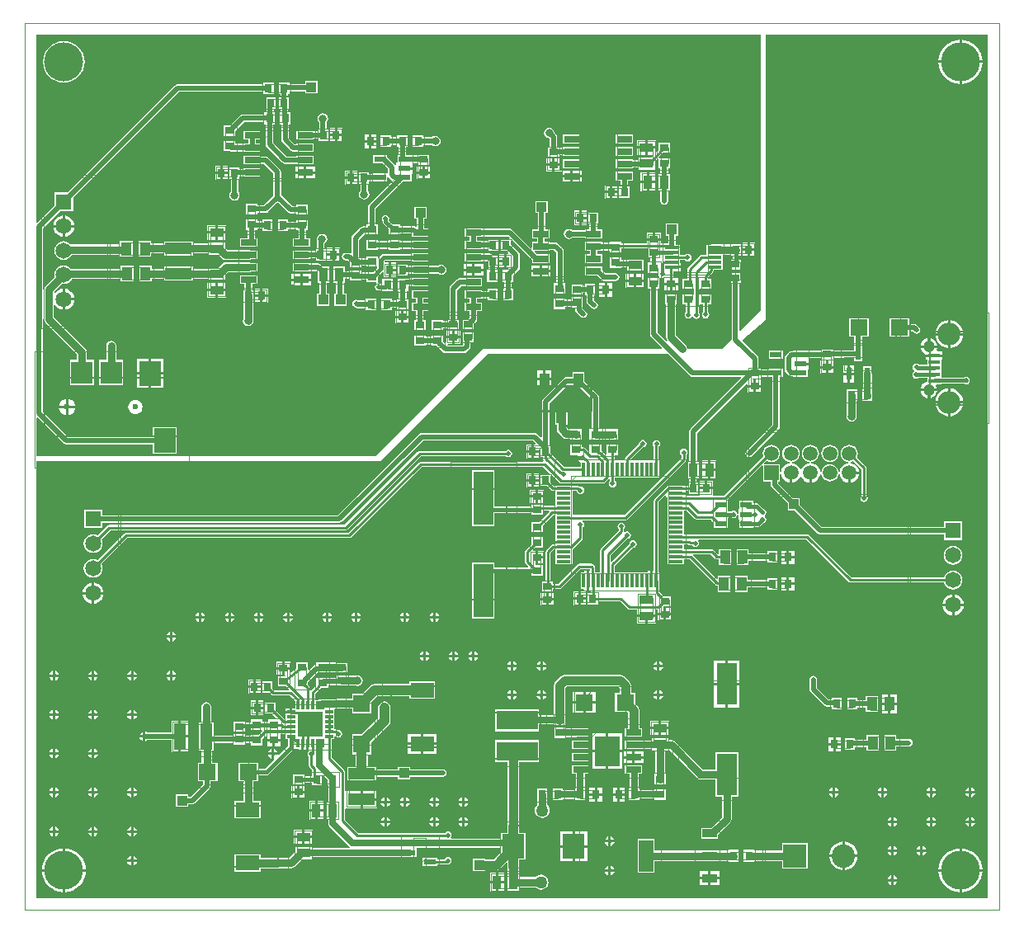
<source format=gtl>
G04*
G04 #@! TF.GenerationSoftware,Altium Limited,Altium Designer,20.0.10 (225)*
G04*
G04 Layer_Physical_Order=1*
G04 Layer_Color=255*
%FSLAX25Y25*%
%MOIN*%
G70*
G01*
G75*
%ADD10C,0.00787*%
%ADD12C,0.01000*%
%ADD13C,0.00394*%
%ADD14C,0.00197*%
%ADD15R,0.04724X0.01575*%
%ADD16R,0.03937X0.03937*%
%ADD17R,0.16535X0.07795*%
%ADD18R,0.04528X0.02362*%
%ADD19R,0.04724X0.02362*%
%ADD20R,0.02362X0.05118*%
%ADD21R,0.05906X0.03543*%
%ADD22R,0.05906X0.12598*%
%ADD23R,0.05512X0.01181*%
%ADD24R,0.06016X0.02559*%
%ADD25R,0.06004X0.02559*%
%ADD26R,0.10236X0.12205*%
%ADD27R,0.07165X0.06575*%
%ADD28R,0.08661X0.09843*%
%ADD29R,0.08661X0.09055*%
%ADD30R,0.04134X0.05512*%
%ADD31R,0.03150X0.03740*%
%ADD32R,0.01181X0.05807*%
%ADD33R,0.05807X0.01181*%
%ADD34R,0.10039X0.10039*%
%ADD35R,0.03347X0.01181*%
%ADD36R,0.01181X0.03347*%
%ADD37R,0.03937X0.05512*%
%ADD38R,0.03543X0.03150*%
%ADD39R,0.07874X0.21654*%
%ADD40R,0.09055X0.09843*%
%ADD41R,0.04803X0.10709*%
%ADD42R,0.10709X0.04724*%
%ADD43R,0.03819X0.05787*%
%ADD44R,0.03150X0.03701*%
%ADD45R,0.08268X0.16929*%
%ADD46R,0.03937X0.05118*%
%ADD47R,0.09449X0.05906*%
%ADD48R,0.05787X0.03819*%
%ADD49R,0.03701X0.03150*%
%ADD50R,0.10709X0.04803*%
%ADD51R,0.06575X0.07165*%
%ADD52R,0.03740X0.03150*%
%ADD53R,0.05118X0.02362*%
%ADD54R,0.03937X0.03937*%
%ADD108C,0.01500*%
%ADD109C,0.02000*%
%ADD110C,0.03000*%
%ADD111C,0.02500*%
%ADD112C,0.03500*%
%ADD113C,0.04000*%
%ADD114C,0.01200*%
%ADD115C,0.01968*%
%ADD116C,0.02900*%
%ADD117C,0.04724*%
%ADD118C,0.09244*%
%ADD119C,0.02362*%
%ADD120R,0.06496X0.06496*%
%ADD121C,0.06496*%
%ADD122R,0.09449X0.09449*%
%ADD123C,0.09449*%
%ADD124R,0.05906X0.05906*%
%ADD125C,0.05906*%
%ADD126C,0.15748*%
%ADD127C,0.01968*%
%ADD128C,0.03150*%
%ADD129C,0.05000*%
G36*
X297244Y242126D02*
X289098Y233980D01*
X288636Y234171D01*
Y253142D01*
X289378D01*
Y257291D01*
X284835D01*
Y253142D01*
X285577D01*
Y230459D01*
X281496Y226378D01*
X267555D01*
Y226610D01*
X267400Y227391D01*
X266958Y228052D01*
X266958Y228052D01*
X263039Y231971D01*
Y244425D01*
X263370D01*
Y248575D01*
X258630D01*
Y244425D01*
X258961D01*
Y231126D01*
X259116Y230346D01*
X259467Y229820D01*
X259079Y229502D01*
X255529Y233051D01*
Y250925D01*
X256370D01*
Y254580D01*
X256370Y254770D01*
X256441Y255118D01*
X256453Y255130D01*
X256736Y255259D01*
X256945Y255286D01*
X257086Y255258D01*
X257480Y255180D01*
X257630Y255209D01*
X258130Y254799D01*
Y253299D01*
X263870D01*
Y255374D01*
X262020D01*
Y257972D01*
X265094D01*
Y259063D01*
X261339D01*
Y260063D01*
X265094D01*
Y261154D01*
X264595D01*
Y262423D01*
X266575D01*
X266647Y262316D01*
X267137Y261988D01*
X267717Y261873D01*
X268296Y261988D01*
X268787Y262316D01*
X269115Y262807D01*
X269230Y263386D01*
X269115Y263965D01*
X268787Y264456D01*
X268296Y264784D01*
X267717Y264899D01*
X267137Y264784D01*
X266656Y264462D01*
X264595D01*
Y268528D01*
X262858D01*
Y272236D01*
X263787D01*
Y277173D01*
X258850D01*
Y272236D01*
X259799D01*
Y269094D01*
X256850D01*
Y270276D01*
X251150D01*
Y269094D01*
X240870D01*
Y269724D01*
X236130D01*
Y269354D01*
X233181D01*
Y269779D01*
X226165D01*
Y266220D01*
X228144D01*
Y264779D01*
X226165D01*
Y261221D01*
X233181D01*
Y264779D01*
X231203D01*
Y266220D01*
X233181D01*
Y266295D01*
X236130D01*
Y265575D01*
X240870D01*
Y267055D01*
X251650D01*
Y263425D01*
X252726D01*
Y261374D01*
X251630D01*
Y257224D01*
X255679D01*
X255996Y256838D01*
X255967Y256693D01*
X256082Y256114D01*
X256342Y255725D01*
X256410Y255623D01*
X256410Y255623D01*
X256410Y255623D01*
X256386Y255659D01*
X256414Y255585D01*
X256419Y255535D01*
X256015Y255075D01*
X255881Y255075D01*
X251630D01*
Y250925D01*
X252471D01*
Y232417D01*
X252587Y231832D01*
X252919Y231336D01*
X257415Y226840D01*
X257223Y226378D01*
X185039D01*
X141732Y183071D01*
X4648D01*
Y198540D01*
X5109Y198732D01*
X15482Y188359D01*
X15978Y188028D01*
X16563Y187912D01*
X51634D01*
Y184020D01*
X61295D01*
Y194862D01*
X51634D01*
Y190970D01*
X17197D01*
X7163Y201004D01*
Y238524D01*
X7662Y238528D01*
X7817Y237747D01*
X8259Y237086D01*
X20961Y224384D01*
Y222028D01*
X18169D01*
Y211972D01*
X27831D01*
Y222028D01*
X25039D01*
Y225228D01*
X24884Y226009D01*
X24442Y226670D01*
X11740Y239372D01*
Y244034D01*
X12240Y244204D01*
X12718Y243581D01*
X13606Y242900D01*
X14639Y242472D01*
X15248Y242391D01*
Y246610D01*
Y250829D01*
X14639Y250749D01*
X13606Y250321D01*
X12718Y249640D01*
X12398Y249223D01*
X11875Y249362D01*
X11835Y249656D01*
X14956Y252777D01*
X15748Y252672D01*
X16726Y252801D01*
X17638Y253179D01*
X18421Y253780D01*
X19022Y254563D01*
X19074Y254687D01*
X38693D01*
Y253744D01*
X43827D01*
Y260256D01*
X38693D01*
Y258766D01*
X18698D01*
X18421Y259126D01*
X17638Y259727D01*
X16726Y260104D01*
X15748Y260233D01*
X14770Y260104D01*
X13858Y259727D01*
X13075Y259126D01*
X12474Y258343D01*
X12096Y257431D01*
X11968Y256453D01*
X12072Y255661D01*
X8259Y251847D01*
X7817Y251186D01*
X7662Y250406D01*
X7163Y250410D01*
Y275233D01*
X14163Y282232D01*
X19496D01*
Y287565D01*
X62291Y330360D01*
X96350D01*
Y329520D01*
X100500D01*
Y334260D01*
X96350D01*
Y333419D01*
X61658D01*
X61072Y333303D01*
X60576Y332971D01*
X17333Y289728D01*
X12000D01*
Y284395D01*
X5109Y277505D01*
X4648Y277696D01*
Y353620D01*
X297244D01*
Y242126D01*
D02*
G37*
G36*
X389053Y4648D02*
X4648D01*
Y181102D01*
X143701D01*
X187008Y224410D01*
X259845D01*
X268623Y215631D01*
X269120Y215300D01*
X269705Y215183D01*
X289237D01*
X289428Y214721D01*
X268879Y194172D01*
X268548Y193676D01*
X268431Y193091D01*
Y181051D01*
X267551D01*
Y174264D01*
X268254D01*
Y172626D01*
X267925D01*
Y171153D01*
X266313D01*
Y171224D01*
X259506D01*
Y170989D01*
X259489Y170985D01*
X259158Y170764D01*
X254362Y165968D01*
X254141Y165637D01*
X254063Y165247D01*
Y136683D01*
X253614D01*
Y132780D01*
X252614D01*
Y136683D01*
X251524D01*
Y136183D01*
X238386D01*
Y138912D01*
X245610Y146136D01*
X245669Y146124D01*
X246248Y146240D01*
X246739Y146568D01*
X247067Y147059D01*
X247183Y147638D01*
X247067Y148217D01*
X246739Y148708D01*
X246248Y149036D01*
X245669Y149151D01*
X245090Y149036D01*
X244599Y148708D01*
X244271Y148217D01*
X244156Y147638D01*
X244168Y147578D01*
X237070Y140480D01*
X236570Y140687D01*
Y143002D01*
X243248Y149680D01*
X243307Y149668D01*
X243886Y149783D01*
X244377Y150111D01*
X244705Y150602D01*
X244820Y151181D01*
X244705Y151760D01*
X244377Y152251D01*
X243886Y152579D01*
X243307Y152694D01*
X242728Y152579D01*
X242402Y152361D01*
X241950Y152653D01*
X241965Y152726D01*
Y153621D01*
X242015Y153654D01*
X242343Y154145D01*
X242458Y154724D01*
X242343Y155304D01*
X242015Y155795D01*
X241524Y156123D01*
X240945Y156238D01*
X240366Y156123D01*
X239875Y155795D01*
X239547Y155304D01*
X239432Y154724D01*
X239547Y154145D01*
X239875Y153654D01*
X239925Y153621D01*
Y153148D01*
X232673Y145896D01*
X232452Y145565D01*
X232374Y145175D01*
Y136183D01*
X230421D01*
Y138075D01*
X230344Y138465D01*
X230122Y138796D01*
X229537Y139382D01*
X229206Y139603D01*
X228816Y139680D01*
X224094D01*
X223704Y139603D01*
X223373Y139382D01*
X215601Y131610D01*
X213374D01*
Y132665D01*
X212437D01*
Y144066D01*
X213825Y145454D01*
X214099Y145436D01*
X214325Y145399D01*
Y143453D01*
Y139516D01*
X221132D01*
Y141484D01*
Y145657D01*
X221149Y145660D01*
X221480Y145881D01*
X225130Y149532D01*
X225351Y149863D01*
X225429Y150253D01*
Y154408D01*
X225480Y154442D01*
X225808Y154933D01*
X225923Y155512D01*
X225808Y156091D01*
X225480Y156582D01*
X225148Y156803D01*
X225300Y157303D01*
X242575D01*
X242965Y157381D01*
X243296Y157602D01*
X266863Y181169D01*
X267084Y181500D01*
X267161Y181890D01*
Y183542D01*
X267212Y183576D01*
X267540Y184066D01*
X267655Y184646D01*
X267540Y185225D01*
X267212Y185716D01*
X266721Y186044D01*
X266142Y186159D01*
X265563Y186044D01*
X265072Y185716D01*
X264744Y185225D01*
X264628Y184646D01*
X264744Y184066D01*
X265072Y183576D01*
X265122Y183542D01*
Y182312D01*
X242153Y159342D01*
X221132D01*
Y161169D01*
Y165106D01*
Y169114D01*
X222883D01*
X222943Y169053D01*
X223011Y168712D01*
X223339Y168221D01*
X223830Y167893D01*
X224410Y167778D01*
X224989Y167893D01*
X225480Y168221D01*
X225808Y168712D01*
X225923Y169291D01*
X225808Y169870D01*
X225480Y170361D01*
X224989Y170689D01*
X224410Y170805D01*
X224131Y170749D01*
X224026Y170855D01*
X223695Y171076D01*
X223305Y171153D01*
X221132D01*
Y171224D01*
X214325D01*
Y171153D01*
X213753D01*
X212390Y172517D01*
Y175225D01*
X212890Y175432D01*
X215814Y172507D01*
X216145Y172286D01*
X216535Y172209D01*
X233605D01*
X233995Y172286D01*
X234326Y172507D01*
X235864Y174046D01*
X236364Y173838D01*
Y173139D01*
X236332Y173117D01*
X236003Y172626D01*
X235888Y172047D01*
X236003Y171468D01*
X236332Y170977D01*
X236822Y170649D01*
X237402Y170534D01*
X237981Y170649D01*
X238472Y170977D01*
X238800Y171468D01*
X238915Y172047D01*
X238800Y172626D01*
X238472Y173117D01*
X238403Y173163D01*
Y174557D01*
X256173D01*
Y181364D01*
X256102D01*
Y187062D01*
X256188Y187119D01*
X256516Y187610D01*
X256631Y188189D01*
X256516Y188768D01*
X256188Y189259D01*
X255697Y189587D01*
X255118Y189702D01*
X254539Y189587D01*
X254048Y189259D01*
X253720Y188768D01*
X253605Y188189D01*
X253720Y187610D01*
X254048Y187119D01*
X254063Y187109D01*
Y181364D01*
X244931D01*
X244723Y181864D01*
X249547Y186688D01*
X249606Y186676D01*
X250185Y186791D01*
X250676Y187119D01*
X251004Y187610D01*
X251120Y188189D01*
X251004Y188768D01*
X250676Y189259D01*
X250185Y189587D01*
X249606Y189702D01*
X249027Y189587D01*
X248536Y189259D01*
X248208Y188768D01*
X248093Y188189D01*
X248105Y188129D01*
X242551Y182575D01*
X242330Y182245D01*
X242252Y181854D01*
Y181364D01*
X238386D01*
Y183610D01*
X239736D01*
Y187760D01*
X234996D01*
Y183984D01*
X234496Y183777D01*
X232942Y185331D01*
X232846Y185395D01*
Y187760D01*
X228106D01*
Y185291D01*
X227644Y185100D01*
X226338Y186406D01*
X226008Y186627D01*
X225617Y186705D01*
X224972D01*
Y187760D01*
X220232D01*
Y183610D01*
X223296D01*
X223585Y183200D01*
X223569Y183110D01*
X223517Y182848D01*
X225441D01*
Y181848D01*
X223517D01*
X223571Y181574D01*
X224010Y180918D01*
X224465Y180614D01*
Y178980D01*
X217816D01*
X212390Y184406D01*
Y187390D01*
X211844D01*
Y204563D01*
X219252Y211971D01*
X221118D01*
Y211169D01*
X223892D01*
X228947Y206115D01*
Y194059D01*
X228106D01*
Y189910D01*
X232846D01*
Y189945D01*
X234996D01*
Y189910D01*
X239736D01*
Y194059D01*
X234996D01*
Y194023D01*
X232846D01*
Y194059D01*
X232006D01*
Y206748D01*
X231889Y207333D01*
X231558Y207829D01*
X226055Y213332D01*
Y217287D01*
X221118D01*
Y215029D01*
X218618D01*
X218033Y214913D01*
X217537Y214581D01*
X209233Y206278D01*
X208902Y205782D01*
X208786Y205197D01*
Y190881D01*
X208324Y190690D01*
X206987Y192026D01*
X206491Y192358D01*
X205906Y192474D01*
X160236D01*
X159651Y192358D01*
X159155Y192026D01*
X126453Y159325D01*
X31307D01*
Y161543D01*
X23811D01*
Y154047D01*
X31307D01*
Y156266D01*
X127087D01*
X127672Y156382D01*
X128168Y156714D01*
X160870Y189416D01*
X205272D01*
X206336Y188352D01*
X206144Y187890D01*
X205539D01*
Y185539D01*
X207614D01*
Y185965D01*
X208114Y186226D01*
X208240Y186138D01*
Y182689D01*
X209295D01*
Y182205D01*
X209373Y181815D01*
X209594Y181484D01*
X209637Y181441D01*
X209430Y180941D01*
X159843D01*
X159452Y180863D01*
X159122Y180642D01*
X130680Y152201D01*
X40945D01*
X40555Y152123D01*
X40224Y151902D01*
X29408Y141086D01*
X28537Y141447D01*
X27559Y141576D01*
X26581Y141447D01*
X25669Y141069D01*
X24886Y140468D01*
X24285Y139685D01*
X23908Y138774D01*
X23779Y137795D01*
X23908Y136817D01*
X24285Y135905D01*
X24886Y135122D01*
X25669Y134521D01*
X26581Y134144D01*
X27559Y134015D01*
X28537Y134144D01*
X29449Y134521D01*
X30232Y135122D01*
X30833Y135905D01*
X31211Y136817D01*
X31339Y137795D01*
X31211Y138774D01*
X30850Y139644D01*
X41367Y150162D01*
X131102D01*
X131492Y150239D01*
X131823Y150460D01*
X160265Y178902D01*
X209420D01*
X212046Y176276D01*
X211839Y175776D01*
X208240D01*
Y171075D01*
X210948D01*
X212610Y169413D01*
X212941Y169192D01*
X213331Y169114D01*
X214325D01*
Y167075D01*
Y163279D01*
X210726D01*
X210726Y163279D01*
X209205D01*
Y163665D01*
X204504D01*
Y162865D01*
X189638D01*
Y177524D01*
X180764D01*
Y154870D01*
X189638D01*
Y160316D01*
X204504D01*
Y159516D01*
X209205D01*
Y161240D01*
X210726D01*
X210726Y161240D01*
X211658D01*
X211865Y160740D01*
X207783Y156658D01*
X204484D01*
Y152508D01*
X209224D01*
Y155216D01*
X213324Y159315D01*
X214325D01*
Y157232D01*
Y153295D01*
Y150071D01*
X213825D01*
Y148980D01*
X217728D01*
Y147980D01*
X213825D01*
Y147531D01*
X213441D01*
X213051Y147454D01*
X212720Y147233D01*
X210696Y145209D01*
X210475Y144878D01*
X210398Y144488D01*
Y132665D01*
X208673D01*
Y128516D01*
X213374D01*
Y129571D01*
X216024D01*
X216414Y129649D01*
X216745Y129870D01*
X224516Y137641D01*
X228382D01*
Y136683D01*
X228024D01*
Y132780D01*
Y128876D01*
X228472D01*
Y127941D01*
X227354D01*
Y123240D01*
X231504D01*
Y124571D01*
X240295D01*
X243457Y121409D01*
X243787Y121188D01*
X244178Y121110D01*
X247189D01*
Y119004D01*
X251083D01*
X254976D01*
Y121110D01*
X255713D01*
Y119811D01*
X258063D01*
Y122028D01*
X257876Y122386D01*
X257964Y122512D01*
X260913D01*
Y126661D01*
X257930D01*
X256193Y128399D01*
Y132689D01*
X256173Y132788D01*
Y136183D01*
X256102D01*
Y164825D01*
X258544Y167266D01*
X259006Y167075D01*
Y166575D01*
X259506D01*
Y163138D01*
Y159201D01*
Y155264D01*
Y151327D01*
Y147390D01*
Y143453D01*
Y139516D01*
X266313D01*
Y141555D01*
X268420D01*
X278807Y131169D01*
X279137Y130948D01*
X279528Y130870D01*
X279976D01*
Y128295D01*
X284913D01*
Y134807D01*
X279976D01*
Y133590D01*
X279476Y133383D01*
X269835Y143024D01*
X270043Y143524D01*
X277082D01*
X278948Y141657D01*
X279279Y141436D01*
X279669Y141358D01*
X280370D01*
Y139122D01*
X285307D01*
Y145634D01*
X280370D01*
Y143826D01*
X279870Y143619D01*
X278225Y145264D01*
X277894Y145485D01*
X277504Y145563D01*
X266313D01*
Y147461D01*
X268026D01*
X268058Y147429D01*
X268389Y147208D01*
X268779Y147130D01*
X269583D01*
X269741Y146895D01*
X270232Y146566D01*
X270811Y146451D01*
X271390Y146566D01*
X271881Y146895D01*
X272209Y147385D01*
X272324Y147965D01*
X272209Y148544D01*
X271952Y148929D01*
X272078Y149301D01*
X272173Y149429D01*
X315664D01*
X332783Y132310D01*
X333114Y132089D01*
X333504Y132012D01*
X371365D01*
X371726Y131141D01*
X372327Y130358D01*
X373110Y129758D01*
X374022Y129380D01*
X375000Y129251D01*
X375978Y129380D01*
X376890Y129758D01*
X377673Y130358D01*
X378274Y131141D01*
X378652Y132053D01*
X378780Y133031D01*
X378652Y134010D01*
X378274Y134922D01*
X377673Y135705D01*
X376890Y136305D01*
X375978Y136683D01*
X375000Y136812D01*
X374022Y136683D01*
X373110Y136305D01*
X372327Y135705D01*
X371726Y134922D01*
X371365Y134051D01*
X333926D01*
X316808Y151170D01*
X316477Y151391D01*
X316087Y151468D01*
X266313D01*
Y153295D01*
Y157232D01*
Y161240D01*
X267194D01*
X270509Y157925D01*
X270840Y157704D01*
X271230Y157626D01*
X276929D01*
X277197Y157358D01*
X277216Y157329D01*
X277923Y156622D01*
X278032Y156549D01*
X278437Y156145D01*
Y154224D01*
X283965D01*
Y157465D01*
X283965Y157587D01*
X283965D01*
Y157871D01*
X284190Y158371D01*
X285456D01*
X285641Y158247D01*
X286221Y158132D01*
X286800Y158247D01*
X287291Y158576D01*
X287619Y159066D01*
X287673Y159341D01*
X288173Y159292D01*
Y157465D01*
X288673D01*
Y154224D01*
X294201D01*
Y154631D01*
X296308D01*
X296796Y154728D01*
X297210Y155004D01*
X298234Y156029D01*
X298611Y156104D01*
X299102Y156432D01*
X299430Y156923D01*
X299545Y157502D01*
X299430Y158081D01*
X299102Y158572D01*
X298932Y158686D01*
Y159287D01*
X299102Y159400D01*
X299430Y159891D01*
X299545Y160470D01*
X299430Y161050D01*
X299102Y161541D01*
X298611Y161869D01*
X298392Y161912D01*
X296448Y163856D01*
X296035Y164132D01*
X295547Y164229D01*
X294201D01*
Y165067D01*
X288673D01*
Y161827D01*
X288173D01*
Y159999D01*
X287673Y159950D01*
X287619Y160225D01*
X287291Y160716D01*
X286800Y161044D01*
X286221Y161159D01*
X285641Y161044D01*
X285456Y160920D01*
X284190D01*
X283965Y161327D01*
Y161705D01*
X283965D01*
X283965Y161827D01*
Y165067D01*
X283947D01*
X283847Y165211D01*
X283756Y165567D01*
X297622Y179433D01*
X298122Y179226D01*
Y172925D01*
X301283D01*
Y171597D01*
X301400Y171011D01*
X301731Y170515D01*
X305513Y166734D01*
X305513Y166734D01*
X308161Y164085D01*
Y161311D01*
X310935D01*
X320297Y151950D01*
X320793Y151619D01*
X321378Y151502D01*
X371252D01*
Y149284D01*
X378748D01*
Y156780D01*
X371252D01*
Y154561D01*
X322011D01*
X313098Y163474D01*
Y166248D01*
X310324D01*
X307676Y168896D01*
X307676Y168896D01*
X304342Y172230D01*
Y172925D01*
X305028D01*
Y175847D01*
X305528Y175880D01*
X305598Y175346D01*
X305996Y174384D01*
X306630Y173559D01*
X307455Y172925D01*
X308417Y172527D01*
X308949Y172457D01*
Y176378D01*
X309949D01*
Y172457D01*
X310481Y172527D01*
X311442Y172925D01*
X312268Y173559D01*
X312901Y174384D01*
X313115Y174900D01*
X313656D01*
X313870Y174384D01*
X314504Y173559D01*
X315329Y172925D01*
X316291Y172527D01*
X316823Y172457D01*
Y176378D01*
X317823D01*
Y172457D01*
X318355Y172527D01*
X319316Y172925D01*
X320142Y173559D01*
X320776Y174384D01*
X321174Y175346D01*
X321260Y175999D01*
X321764D01*
X321833Y175477D01*
X322181Y174637D01*
X322734Y173915D01*
X323456Y173362D01*
X324295Y173014D01*
X325197Y172895D01*
X326098Y173014D01*
X326938Y173362D01*
X327659Y173915D01*
X328213Y174637D01*
X328561Y175477D01*
X328629Y175999D01*
X329134D01*
X329220Y175346D01*
X329618Y174384D01*
X330252Y173559D01*
X331077Y172925D01*
X332039Y172527D01*
X332571Y172457D01*
Y176378D01*
X333071D01*
Y176878D01*
X336992D01*
X336922Y177410D01*
X336524Y178371D01*
X335890Y179197D01*
X335064Y179831D01*
X334103Y180229D01*
X333450Y180315D01*
Y180819D01*
X333972Y180888D01*
X334694Y181187D01*
X337957Y177924D01*
Y167246D01*
X337906Y167212D01*
X337578Y166721D01*
X337463Y166142D01*
X337578Y165563D01*
X337906Y165072D01*
X338397Y164744D01*
X338976Y164628D01*
X339556Y164744D01*
X340047Y165072D01*
X340374Y165563D01*
X340490Y166142D01*
X340374Y166721D01*
X340047Y167212D01*
X339996Y167246D01*
Y178347D01*
X339918Y178737D01*
X339697Y179067D01*
X336136Y182629D01*
X336435Y183351D01*
X336553Y184252D01*
X336435Y185153D01*
X336087Y185993D01*
X335533Y186714D01*
X334812Y187268D01*
X333972Y187616D01*
X333071Y187734D01*
X332170Y187616D01*
X331330Y187268D01*
X330608Y186714D01*
X330055Y185993D01*
X329707Y185153D01*
X329588Y184252D01*
X329707Y183351D01*
X330055Y182511D01*
X330608Y181789D01*
X331330Y181236D01*
X332170Y180888D01*
X332692Y180819D01*
Y180315D01*
X332039Y180229D01*
X331077Y179831D01*
X330252Y179197D01*
X329618Y178371D01*
X329220Y177410D01*
X329134Y176757D01*
X328629D01*
X328561Y177279D01*
X328213Y178119D01*
X327659Y178840D01*
X326938Y179394D01*
X326098Y179742D01*
X325197Y179860D01*
X324295Y179742D01*
X323456Y179394D01*
X322734Y178840D01*
X322181Y178119D01*
X321833Y177279D01*
X321764Y176757D01*
X321260D01*
X321174Y177410D01*
X320776Y178371D01*
X320142Y179197D01*
X319316Y179831D01*
X318355Y180229D01*
X317702Y180315D01*
Y180819D01*
X318224Y180888D01*
X319064Y181236D01*
X319785Y181789D01*
X320339Y182511D01*
X320687Y183351D01*
X320805Y184252D01*
X320687Y185153D01*
X320339Y185993D01*
X319785Y186714D01*
X319064Y187268D01*
X318224Y187616D01*
X317323Y187734D01*
X316422Y187616D01*
X315582Y187268D01*
X314860Y186714D01*
X314307Y185993D01*
X313959Y185153D01*
X313840Y184252D01*
X313959Y183351D01*
X314307Y182511D01*
X314860Y181789D01*
X315582Y181236D01*
X316422Y180888D01*
X316944Y180819D01*
Y180315D01*
X316291Y180229D01*
X315329Y179831D01*
X314504Y179197D01*
X313870Y178371D01*
X313656Y177856D01*
X313115D01*
X312901Y178371D01*
X312268Y179197D01*
X311442Y179831D01*
X310481Y180229D01*
X309827Y180315D01*
Y180819D01*
X310350Y180888D01*
X311190Y181236D01*
X311911Y181789D01*
X312465Y182511D01*
X312813Y183351D01*
X312931Y184252D01*
X312813Y185153D01*
X312465Y185993D01*
X311911Y186714D01*
X311190Y187268D01*
X310350Y187616D01*
X309449Y187734D01*
X308547Y187616D01*
X307708Y187268D01*
X306986Y186714D01*
X306433Y185993D01*
X306085Y185153D01*
X305966Y184252D01*
X306085Y183351D01*
X306433Y182511D01*
X306986Y181789D01*
X307708Y181236D01*
X308547Y180888D01*
X309070Y180819D01*
Y180315D01*
X308417Y180229D01*
X307455Y179831D01*
X306630Y179197D01*
X305996Y178371D01*
X305598Y177410D01*
X305528Y176876D01*
X305028Y176909D01*
Y179831D01*
X298727D01*
X298519Y180331D01*
X299602Y181413D01*
X299833Y181236D01*
X300674Y180888D01*
X301575Y180769D01*
X302476Y180888D01*
X303316Y181236D01*
X304037Y181789D01*
X304591Y182511D01*
X304939Y183351D01*
X305057Y184252D01*
X304939Y185153D01*
X304591Y185993D01*
X304037Y186714D01*
X303316Y187268D01*
X302476Y187616D01*
X301575Y187734D01*
X300674Y187616D01*
X299833Y187268D01*
X299112Y186714D01*
X298559Y185993D01*
X298211Y185153D01*
X298092Y184252D01*
X298211Y183351D01*
X298341Y183036D01*
X282521Y167217D01*
X278264D01*
X277850Y167425D01*
X277850Y167717D01*
Y169776D01*
X275276D01*
X272701D01*
Y167717D01*
X272701Y167425D01*
X272287Y167217D01*
X266813D01*
Y167665D01*
X262910D01*
Y168665D01*
X266813D01*
Y169114D01*
X267925D01*
Y167925D01*
X272075D01*
Y172626D01*
X271313D01*
Y174264D01*
X272370D01*
Y181051D01*
X271490D01*
Y192457D01*
X291471Y212438D01*
X291933Y212247D01*
Y211937D01*
X294284D01*
Y214012D01*
X294153D01*
X293892Y214512D01*
X293980Y214638D01*
X297134D01*
Y215193D01*
X300583D01*
Y215051D01*
X301916D01*
Y195712D01*
X291537Y185333D01*
X291205Y184837D01*
X291089Y184252D01*
X291205Y183667D01*
X291537Y183170D01*
X292033Y182839D01*
X292618Y182723D01*
X293203Y182839D01*
X293700Y183170D01*
X304526Y193997D01*
X304858Y194493D01*
X304974Y195079D01*
Y215051D01*
X306307D01*
Y218413D01*
X300583D01*
Y218252D01*
X297134D01*
Y218787D01*
X296313D01*
Y222638D01*
X296196Y223223D01*
X295865Y223719D01*
X289969Y229615D01*
X289985Y230115D01*
X299213Y238189D01*
Y353620D01*
X389053D01*
Y4648D01*
D02*
G37*
%LPC*%
G36*
X15748Y350934D02*
X14106Y350773D01*
X12528Y350294D01*
X11073Y349516D01*
X9798Y348470D01*
X8752Y347195D01*
X7974Y345740D01*
X7495Y344161D01*
X7333Y342520D01*
X7495Y340878D01*
X7974Y339300D01*
X8752Y337845D01*
X9798Y336570D01*
X11073Y335523D01*
X12528Y334746D01*
X14106Y334267D01*
X15748Y334105D01*
X17390Y334267D01*
X18968Y334746D01*
X20423Y335523D01*
X21698Y336570D01*
X22745Y337845D01*
X23522Y339300D01*
X24001Y340878D01*
X24163Y342520D01*
X24001Y344161D01*
X23522Y345740D01*
X22745Y347195D01*
X21698Y348470D01*
X20423Y349516D01*
X18968Y350294D01*
X17390Y350773D01*
X15748Y350934D01*
D02*
G37*
G36*
X118217Y334752D02*
X113279D01*
Y333616D01*
X106799D01*
Y334260D01*
X102650D01*
Y329520D01*
X103136D01*
Y328335D01*
X102532D01*
Y323634D01*
X103333D01*
Y322055D01*
X103043D01*
Y317315D01*
X103589D01*
Y311024D01*
X103705Y310438D01*
X104037Y309942D01*
X107269Y306710D01*
X107765Y306378D01*
X108350Y306262D01*
X109681D01*
Y306012D01*
X116697D01*
Y309571D01*
X109681D01*
Y309321D01*
X108984D01*
X106648Y311657D01*
Y317315D01*
X107193D01*
Y322055D01*
X106392D01*
Y323634D01*
X106681D01*
Y328335D01*
X106195D01*
Y329520D01*
X106799D01*
Y330557D01*
X113279D01*
Y329815D01*
X118217D01*
Y334752D01*
D02*
G37*
G36*
X120372Y321700D02*
X119562Y321539D01*
X118876Y321080D01*
X118418Y320394D01*
X118257Y319585D01*
X118418Y318775D01*
X118876Y318089D01*
X118893Y318078D01*
Y315342D01*
X118398D01*
Y314421D01*
X116697D01*
Y314571D01*
X109681D01*
Y311012D01*
X116697D01*
Y311362D01*
X118398D01*
Y310642D01*
X122547D01*
Y315342D01*
X121952D01*
Y318214D01*
X122327Y318775D01*
X122487Y319585D01*
X122327Y320394D01*
X121868Y321080D01*
X121182Y321539D01*
X120372Y321700D01*
D02*
G37*
G36*
X128323Y315843D02*
X126248D01*
Y313492D01*
X128323D01*
Y315843D01*
D02*
G37*
G36*
X125248D02*
X123173D01*
Y313492D01*
X125248D01*
Y315843D01*
D02*
G37*
G36*
X154575Y312870D02*
X150425D01*
Y312029D01*
X147874D01*
Y312870D01*
X143724D01*
Y308130D01*
X147874D01*
Y308971D01*
X150425D01*
Y308130D01*
X151014D01*
Y304921D01*
X150559D01*
Y301681D01*
X150059D01*
Y300545D01*
X149561Y300487D01*
X149541Y300585D01*
X149210Y301081D01*
X146441Y303850D01*
Y304921D01*
X140717D01*
Y301559D01*
X143612D01*
X143760Y301530D01*
X144435D01*
X146599Y299366D01*
Y297875D01*
X146441Y297441D01*
X146099Y297441D01*
X140717D01*
Y297244D01*
X139083D01*
Y298020D01*
X134933D01*
Y293319D01*
X135524D01*
Y291173D01*
X135478Y290945D01*
Y290422D01*
X135053Y289786D01*
X134892Y288976D01*
X135053Y288167D01*
X135512Y287480D01*
X136198Y287022D01*
X137008Y286861D01*
X137817Y287022D01*
X138504Y287480D01*
X138962Y288167D01*
X139123Y288976D01*
X138962Y289786D01*
X138537Y290422D01*
Y290763D01*
X138583Y290990D01*
Y293319D01*
X139083D01*
Y294185D01*
X140717D01*
Y294079D01*
X146441D01*
Y295766D01*
X146941Y295918D01*
X147047Y295759D01*
X148219Y294588D01*
X148302Y294532D01*
X148352Y294034D01*
X139076Y284759D01*
X138744Y284262D01*
X138628Y283677D01*
Y276878D01*
X137787D01*
Y276064D01*
X136739D01*
X136154Y275947D01*
X135658Y275616D01*
X132419Y272377D01*
X132087Y271881D01*
X131971Y271295D01*
Y265428D01*
X131644Y265254D01*
X131471Y265204D01*
X130945Y265309D01*
X129528D01*
X128942Y265193D01*
X128446Y264861D01*
X128115Y264365D01*
X127998Y263779D01*
X128115Y263194D01*
X128446Y262698D01*
X128942Y262367D01*
X129528Y262250D01*
X130311D01*
X131150Y261412D01*
Y259425D01*
X135850D01*
Y260126D01*
X137787D01*
Y259736D01*
X142168D01*
X142375Y259236D01*
X140725Y257587D01*
X137787D01*
Y257435D01*
X135850D01*
Y258299D01*
X131150D01*
Y257892D01*
X129445D01*
Y259894D01*
X124626D01*
Y253106D01*
X125768D01*
Y248925D01*
X125091D01*
Y243988D01*
X130028D01*
Y248925D01*
X128827D01*
Y253106D01*
X129445D01*
Y254833D01*
X131150D01*
Y254150D01*
X135850D01*
Y254376D01*
X137787D01*
Y253437D01*
X141920D01*
X141992Y253345D01*
X141883Y252671D01*
X141843Y252645D01*
X141515Y252154D01*
X141400Y251575D01*
X141515Y250996D01*
X141843Y250505D01*
X142334Y250177D01*
X142913Y250061D01*
X143492Y250177D01*
X143678Y250300D01*
X144382D01*
Y249992D01*
X148531D01*
Y254732D01*
X144382D01*
Y252849D01*
X143678D01*
X143492Y252973D01*
X143195Y253032D01*
X142762Y253222D01*
X142762D01*
X142528Y253521D01*
X142528Y253763D01*
Y255784D01*
X144325Y257582D01*
X144787Y257391D01*
Y255650D01*
X146862D01*
Y258500D01*
Y261350D01*
X145369D01*
Y262093D01*
X145501Y262226D01*
X156321D01*
Y261720D01*
X163325D01*
Y265280D01*
X156321D01*
Y264774D01*
X144973D01*
X144485Y264678D01*
X144072Y264401D01*
X143193Y263523D01*
X143028Y263275D01*
X142528Y263426D01*
Y263886D01*
X137787D01*
Y263185D01*
X135850D01*
Y263575D01*
X135029D01*
Y270662D01*
X137287Y272920D01*
X137787Y272799D01*
Y272728D01*
X142528D01*
Y276878D01*
X141687D01*
Y283044D01*
X152722Y294079D01*
X156283D01*
Y297319D01*
X156783D01*
Y299000D01*
X153421D01*
Y300000D01*
X156783D01*
Y301620D01*
X158673D01*
Y300957D01*
X163374D01*
Y305106D01*
X158673D01*
Y304679D01*
X156283D01*
Y304921D01*
X154073D01*
Y308130D01*
X154575D01*
Y312870D01*
D02*
G37*
G36*
X142075Y313370D02*
X140000D01*
Y311000D01*
X142075D01*
Y313370D01*
D02*
G37*
G36*
X139000D02*
X136925D01*
Y311000D01*
X139000D01*
Y313370D01*
D02*
G37*
G36*
X128323Y312492D02*
X126248D01*
Y310142D01*
X128323D01*
Y312492D01*
D02*
G37*
G36*
X125248D02*
X123173D01*
Y310142D01*
X125248D01*
Y312492D01*
D02*
G37*
G36*
X245657Y313087D02*
X238642D01*
Y309528D01*
X245657D01*
Y313087D01*
D02*
G37*
G36*
X224311D02*
X217295D01*
Y309528D01*
X224311D01*
Y313087D01*
D02*
G37*
G36*
X95350Y314571D02*
X88335D01*
Y311012D01*
X90313D01*
Y309571D01*
X88335D01*
Y309376D01*
X85047D01*
Y310496D01*
X80307D01*
Y306347D01*
X83104D01*
X83252Y306317D01*
X88335D01*
Y306012D01*
X95350D01*
Y309571D01*
X93372D01*
Y311012D01*
X95350D01*
Y314571D01*
D02*
G37*
G36*
X254976Y310803D02*
X251583D01*
Y308394D01*
X254976D01*
Y310803D01*
D02*
G37*
G36*
X250583D02*
X247189D01*
Y308394D01*
X250583D01*
Y310803D01*
D02*
G37*
G36*
X160874Y312870D02*
X156724D01*
Y308130D01*
X160874D01*
Y308971D01*
X164432D01*
X165068Y308546D01*
X165878Y308384D01*
X166688Y308546D01*
X167374Y309004D01*
X167832Y309690D01*
X167993Y310500D01*
X167832Y311310D01*
X167374Y311996D01*
X166688Y312454D01*
X165878Y312615D01*
X165068Y312454D01*
X164432Y312029D01*
X160874D01*
Y312870D01*
D02*
G37*
G36*
X142075Y310000D02*
X140000D01*
Y307630D01*
X142075D01*
Y310000D01*
D02*
G37*
G36*
X139000D02*
X136925D01*
Y307630D01*
X139000D01*
Y310000D01*
D02*
G37*
G36*
X260736Y309850D02*
X255996D01*
Y307348D01*
X255967Y307201D01*
X255996Y307053D01*
Y306847D01*
X255438Y306290D01*
X254976Y306481D01*
Y307394D01*
X251583D01*
Y304984D01*
X253480D01*
X253671Y304522D01*
X252916Y303768D01*
X247689D01*
Y302862D01*
X245657D01*
Y303087D01*
X238642D01*
Y299528D01*
X245657D01*
Y299803D01*
X247689D01*
Y298949D01*
X254476D01*
Y302444D01*
X255496Y303464D01*
X255996Y303257D01*
X255996Y303193D01*
X255996Y303193D01*
X255996Y303173D01*
Y299402D01*
X256758D01*
Y297291D01*
X255799D01*
Y290504D01*
X256738D01*
Y286221D01*
X256855Y285635D01*
X257186Y285139D01*
X257682Y284807D01*
X258268Y284691D01*
X258853Y284807D01*
X259349Y285139D01*
X259681Y285635D01*
X259797Y286221D01*
Y290504D01*
X260618D01*
Y297291D01*
X259817D01*
Y299402D01*
X260736D01*
Y303551D01*
X256374Y303551D01*
X256355D01*
D01*
X256291Y303551D01*
X256246Y303660D01*
X256084Y304051D01*
X257717Y305684D01*
X257728Y305701D01*
X260736D01*
Y309850D01*
D02*
G37*
G36*
X250583Y307394D02*
X247189D01*
Y304984D01*
X250583D01*
Y307394D01*
D02*
G37*
G36*
X245657Y308087D02*
X238642D01*
Y304528D01*
X245657D01*
Y308087D01*
D02*
G37*
G36*
X211811Y315895D02*
X211001Y315734D01*
X210315Y315275D01*
X209857Y314589D01*
X209696Y313779D01*
X209857Y312970D01*
X210315Y312284D01*
X211001Y311825D01*
X211752Y311676D01*
X212055Y311372D01*
Y308213D01*
X211150D01*
Y304063D01*
X215850D01*
Y304693D01*
X217295D01*
Y304528D01*
X224311D01*
Y308087D01*
X217295D01*
Y307752D01*
X215850D01*
Y308213D01*
X215114D01*
Y312006D01*
X214998Y312591D01*
X214666Y313087D01*
X213915Y313839D01*
X213765Y314589D01*
X213307Y315275D01*
X212621Y315734D01*
X211811Y315895D01*
D02*
G37*
G36*
X216350Y303437D02*
X214000D01*
Y301362D01*
X216350D01*
Y303437D01*
D02*
G37*
G36*
X213000D02*
X210650D01*
Y301362D01*
X213000D01*
Y303437D01*
D02*
G37*
G36*
X101406Y328335D02*
X97256D01*
Y323634D01*
X97545D01*
Y322055D01*
X96744D01*
Y321214D01*
X87937D01*
X87352Y321098D01*
X86856Y320766D01*
X82884Y316795D01*
X80307D01*
Y312646D01*
X85047D01*
Y314632D01*
X88570Y318156D01*
X96744D01*
Y317315D01*
X97290D01*
Y309055D01*
X97406Y308470D01*
X97737Y307974D01*
X104001Y301710D01*
X104497Y301378D01*
X105083Y301262D01*
X109681D01*
Y301012D01*
X116697D01*
Y304571D01*
X109681D01*
Y304321D01*
X105716D01*
X100348Y309689D01*
Y317315D01*
X100894D01*
Y322055D01*
X100604D01*
Y323634D01*
X101406D01*
Y328335D01*
D02*
G37*
G36*
X224311Y303087D02*
X217295D01*
Y299528D01*
X224311D01*
Y303087D01*
D02*
G37*
G36*
X117197Y300071D02*
X113689D01*
Y298291D01*
X117197D01*
Y300071D01*
D02*
G37*
G36*
X112689D02*
X109181D01*
Y298291D01*
X112689D01*
Y300071D01*
D02*
G37*
G36*
X213000Y300362D02*
X210650D01*
Y298287D01*
X213000D01*
Y300362D01*
D02*
G37*
G36*
X163874Y300331D02*
X161524D01*
Y298256D01*
X163874D01*
Y300331D01*
D02*
G37*
G36*
X160524D02*
X158173D01*
Y298256D01*
X160524D01*
Y300331D01*
D02*
G37*
G36*
X81945Y300488D02*
X79870D01*
Y298138D01*
X81945D01*
Y300488D01*
D02*
G37*
G36*
X78870D02*
X76795D01*
Y298138D01*
X78870D01*
Y300488D01*
D02*
G37*
G36*
X221303Y298587D02*
Y296807D01*
X224811D01*
Y298587D01*
X221303D01*
D02*
G37*
G36*
X216350Y300362D02*
X214000D01*
Y298287D01*
X216150Y298287D01*
X216150Y298287D01*
Y298287D01*
X216609Y298210D01*
X216795Y298154D01*
X216795Y298087D01*
Y296807D01*
X220303D01*
Y298587D01*
X216996Y298587D01*
X216996Y298587D01*
Y298587D01*
X216537Y298664D01*
X216350Y298720D01*
X216350Y298787D01*
Y300362D01*
D02*
G37*
G36*
X134307Y298520D02*
X132232D01*
Y296169D01*
X134307D01*
Y298520D01*
D02*
G37*
G36*
X131232D02*
X129157D01*
Y296169D01*
X131232D01*
Y298520D01*
D02*
G37*
G36*
X86721Y299988D02*
X82571D01*
Y295287D01*
X83116D01*
Y290028D01*
X82691Y289392D01*
X82530Y288583D01*
X82691Y287773D01*
X83150Y287087D01*
X83836Y286628D01*
X84646Y286467D01*
X85455Y286628D01*
X86142Y287087D01*
X86600Y287773D01*
X86761Y288583D01*
X86600Y289392D01*
X86175Y290028D01*
Y295287D01*
X86721D01*
Y296185D01*
X88335D01*
Y296012D01*
X95350D01*
Y299571D01*
X88335D01*
Y299244D01*
X86721D01*
Y299988D01*
D02*
G37*
G36*
X117197Y297291D02*
X113689D01*
Y295512D01*
X117197D01*
Y297291D01*
D02*
G37*
G36*
X112689D02*
X109181D01*
Y295512D01*
X112689D01*
Y297291D01*
D02*
G37*
G36*
X163874Y297256D02*
X161524D01*
Y295181D01*
X163874D01*
Y297256D01*
D02*
G37*
G36*
X160524D02*
X158173D01*
Y295181D01*
X160524D01*
Y297256D01*
D02*
G37*
G36*
X81945Y297138D02*
X79870D01*
Y294787D01*
X81945D01*
Y297138D01*
D02*
G37*
G36*
X78870D02*
X76795D01*
Y294787D01*
X78870D01*
Y297138D01*
D02*
G37*
G36*
X254583Y297791D02*
X252173D01*
Y294398D01*
X254583D01*
Y297791D01*
D02*
G37*
G36*
X251173D02*
X248764D01*
Y294398D01*
X251173D01*
Y297791D01*
D02*
G37*
G36*
X224811Y295807D02*
X221303D01*
Y294028D01*
X224811D01*
Y295807D01*
D02*
G37*
G36*
X220303D02*
X216795D01*
Y294028D01*
X220303D01*
Y295807D01*
D02*
G37*
G36*
X134307Y295169D02*
X132232D01*
Y292819D01*
X134307D01*
Y295169D01*
D02*
G37*
G36*
X131232D02*
X129157D01*
Y292819D01*
X131232D01*
Y295169D01*
D02*
G37*
G36*
X239437Y292850D02*
X237362D01*
Y290500D01*
X239437D01*
Y292850D01*
D02*
G37*
G36*
X236362D02*
X234287D01*
Y290500D01*
X236362D01*
Y292850D01*
D02*
G37*
G36*
X254583Y293398D02*
X252173D01*
Y290004D01*
X254583D01*
Y293398D01*
D02*
G37*
G36*
X251173D02*
X248764D01*
Y290004D01*
X251173D01*
Y293398D01*
D02*
G37*
G36*
X245657Y298087D02*
X238642D01*
Y294528D01*
X240608D01*
Y292350D01*
X240063D01*
Y287650D01*
X244213D01*
Y292350D01*
X243667D01*
Y294528D01*
X245657D01*
Y298087D01*
D02*
G37*
G36*
X239437Y289500D02*
X237362D01*
Y287150D01*
X239437D01*
Y289500D01*
D02*
G37*
G36*
X236362D02*
X234287D01*
Y287150D01*
X236362D01*
Y289500D01*
D02*
G37*
G36*
X95350Y304571D02*
X88335D01*
Y301012D01*
X95350D01*
Y301262D01*
X96575D01*
X100439Y297398D01*
Y288429D01*
X96571Y284561D01*
X93906D01*
Y285106D01*
X89165D01*
Y280957D01*
X93906D01*
Y281502D01*
X97205D01*
X97790Y281618D01*
X98286Y281950D01*
X102109Y285772D01*
X106163Y281718D01*
X106659Y281386D01*
X107245Y281270D01*
X109630D01*
Y280724D01*
X114370D01*
Y284874D01*
X109630D01*
Y284329D01*
X107878D01*
X103498Y288709D01*
Y298031D01*
X103382Y298617D01*
X103050Y299113D01*
X98290Y303873D01*
X97794Y304204D01*
X97209Y304321D01*
X95350D01*
Y304571D01*
D02*
G37*
G36*
X226937Y282350D02*
X224862D01*
Y280000D01*
X226937D01*
Y282350D01*
D02*
G37*
G36*
X223862D02*
X221787D01*
Y280000D01*
X223862D01*
Y282350D01*
D02*
G37*
G36*
X226937Y279000D02*
X224862D01*
Y276650D01*
X226937D01*
Y279000D01*
D02*
G37*
G36*
X223862D02*
X221787D01*
Y276650D01*
X223862D01*
Y279000D01*
D02*
G37*
G36*
X16248Y280357D02*
Y276638D01*
X19967D01*
X19887Y277247D01*
X19459Y278280D01*
X18778Y279168D01*
X17890Y279849D01*
X16857Y280276D01*
X16248Y280357D01*
D02*
G37*
G36*
X15248D02*
X14639Y280276D01*
X13606Y279849D01*
X12718Y279168D01*
X12037Y278280D01*
X11609Y277247D01*
X11529Y276638D01*
X15248D01*
Y280357D01*
D02*
G37*
G36*
X162311Y283965D02*
X157374D01*
Y279028D01*
X158313D01*
Y276132D01*
X157813Y275865D01*
X157575Y276024D01*
X156989Y276140D01*
X151583D01*
Y276878D01*
X148645D01*
X147033Y278489D01*
Y278504D01*
X147067Y278555D01*
X147183Y279134D01*
X147067Y279713D01*
X146739Y280204D01*
X146248Y280532D01*
X145669Y280647D01*
X145090Y280532D01*
X144599Y280204D01*
X144271Y279713D01*
X144156Y279134D01*
X144271Y278555D01*
X144484Y278236D01*
Y277962D01*
X144581Y277474D01*
X144858Y277060D01*
X146843Y275076D01*
Y272728D01*
X151583D01*
Y273082D01*
X156321D01*
Y271721D01*
X163325D01*
Y275279D01*
X161372D01*
Y279028D01*
X162311D01*
Y283965D01*
D02*
G37*
G36*
X231713Y281850D02*
X227563D01*
Y277150D01*
X228108D01*
Y274780D01*
X226165D01*
Y274529D01*
X221296D01*
X220660Y274954D01*
X219850Y275115D01*
X219041Y274954D01*
X218355Y274496D01*
X217896Y273810D01*
X217735Y273000D01*
X217896Y272190D01*
X218355Y271504D01*
X219041Y271046D01*
X219850Y270884D01*
X220660Y271046D01*
X221296Y271471D01*
X226165D01*
Y271220D01*
X233181D01*
Y274780D01*
X231167D01*
Y277150D01*
X231713D01*
Y281850D01*
D02*
G37*
G36*
X81394Y276445D02*
X78000D01*
Y274035D01*
X81394D01*
Y276445D01*
D02*
G37*
G36*
X77000D02*
X73606D01*
Y274035D01*
X77000D01*
Y276445D01*
D02*
G37*
G36*
X93906Y278807D02*
X89165D01*
Y274658D01*
X90006D01*
Y271280D01*
X86819D01*
Y267721D01*
X93835D01*
Y271280D01*
X93065D01*
Y274658D01*
X93906D01*
Y275026D01*
X95957D01*
Y274008D01*
X100106D01*
Y278748D01*
X95957D01*
Y278084D01*
X93906D01*
Y278807D01*
D02*
G37*
G36*
X19967Y275638D02*
X16248D01*
Y271919D01*
X16857Y271999D01*
X17890Y272427D01*
X18778Y273108D01*
X19459Y273995D01*
X19887Y275029D01*
X19967Y275638D01*
D02*
G37*
G36*
X15248D02*
X11529D01*
X11609Y275029D01*
X12037Y273995D01*
X12718Y273108D01*
X13606Y272427D01*
X14639Y271999D01*
X15248Y271919D01*
Y275638D01*
D02*
G37*
G36*
X256850Y273350D02*
X254500D01*
Y271276D01*
X256850D01*
Y273350D01*
D02*
G37*
G36*
X253500D02*
X251150D01*
Y271276D01*
X253500D01*
Y273350D01*
D02*
G37*
G36*
X81394Y273035D02*
X78000D01*
Y270626D01*
X81394D01*
Y273035D01*
D02*
G37*
G36*
X77000D02*
X73606D01*
Y270626D01*
X77000D01*
Y273035D01*
D02*
G37*
G36*
X151583Y270579D02*
X146843D01*
Y270033D01*
X142528D01*
Y270579D01*
X137787D01*
Y266429D01*
X142528D01*
Y266974D01*
X146843D01*
Y266429D01*
X151583D01*
Y266973D01*
X156321D01*
Y266721D01*
X163325D01*
Y270280D01*
X156321D01*
Y270031D01*
X151583D01*
Y270579D01*
D02*
G37*
G36*
X43567Y270256D02*
X38433D01*
Y268687D01*
X18637D01*
X18421Y268968D01*
X17638Y269569D01*
X16726Y269947D01*
X15748Y270076D01*
X14770Y269947D01*
X13858Y269569D01*
X13075Y268968D01*
X12474Y268185D01*
X12096Y267274D01*
X11968Y266295D01*
X12096Y265317D01*
X12474Y264405D01*
X13075Y263622D01*
X13858Y263021D01*
X14770Y262644D01*
X15748Y262515D01*
X16726Y262644D01*
X17638Y263021D01*
X18421Y263622D01*
X19022Y264405D01*
X19106Y264609D01*
X38433D01*
Y263744D01*
X43567D01*
Y270256D01*
D02*
G37*
G36*
X106405Y278748D02*
X102256D01*
Y274008D01*
X106405D01*
Y274910D01*
X109630D01*
Y274425D01*
X110471D01*
Y271280D01*
X108165D01*
Y267721D01*
X115181D01*
Y271280D01*
X113529D01*
Y274425D01*
X114370D01*
Y278575D01*
X109630D01*
Y277968D01*
X106405D01*
Y278748D01*
D02*
G37*
G36*
X211130Y286327D02*
X206193D01*
Y281390D01*
X207132D01*
Y274780D01*
X204819D01*
Y271220D01*
X206797D01*
Y269779D01*
X204819D01*
Y267485D01*
X204357Y267294D01*
X197070Y274581D01*
X196573Y274913D01*
X195988Y275029D01*
X184679D01*
Y275279D01*
X177675D01*
Y271721D01*
X179648D01*
Y270280D01*
X177675D01*
Y266721D01*
X184679D01*
Y266973D01*
X187020D01*
Y266154D01*
X191169D01*
Y270854D01*
X187020D01*
Y270031D01*
X184679D01*
Y270280D01*
X182707D01*
Y271721D01*
X184679D01*
Y271971D01*
X195355D01*
X195971Y271354D01*
X195764Y270854D01*
X192295D01*
Y266154D01*
X194553D01*
X195394Y265312D01*
X195203Y264850D01*
X194776D01*
Y262000D01*
Y259150D01*
X195123D01*
X195316Y258703D01*
X195043Y258370D01*
X193075D01*
Y253630D01*
X193683D01*
Y250795D01*
X193201D01*
Y246055D01*
X197350D01*
Y250795D01*
X196742D01*
Y253630D01*
X197224D01*
Y256207D01*
X199507Y258489D01*
X199838Y258986D01*
X199955Y259571D01*
Y264444D01*
X199838Y265029D01*
X199507Y265525D01*
X196445Y268587D01*
Y270173D01*
X196945Y270380D01*
X204819Y262506D01*
Y261221D01*
X211835D01*
Y264779D01*
X208195D01*
X208047Y264809D01*
X206842D01*
X205893Y265758D01*
X206084Y266220D01*
X211835D01*
Y266471D01*
X213650D01*
X214612Y265508D01*
Y253075D01*
X213630D01*
Y248925D01*
X218370D01*
Y253075D01*
X217671D01*
Y266142D01*
X217555Y266727D01*
X217223Y267223D01*
X215365Y269081D01*
X214869Y269413D01*
X214283Y269529D01*
X211835D01*
Y269779D01*
X209856D01*
Y271220D01*
X211835D01*
Y274780D01*
X210191D01*
Y281390D01*
X211130D01*
Y286327D01*
D02*
G37*
G36*
X294976Y269484D02*
X292902D01*
Y267134D01*
X294976D01*
Y269484D01*
D02*
G37*
G36*
X291902D02*
X289827D01*
Y267134D01*
X291902D01*
Y269484D01*
D02*
G37*
G36*
X120079Y272982D02*
X119269Y272821D01*
X118583Y272362D01*
X118124Y271676D01*
X117963Y270866D01*
X118052Y270423D01*
X118034Y270335D01*
X118034Y270335D01*
Y266917D01*
X117335D01*
Y266063D01*
X115181D01*
Y266280D01*
X113104D01*
X113035Y266293D01*
X112967Y266280D01*
X108165D01*
Y262720D01*
X115181D01*
Y263004D01*
X117335D01*
Y262216D01*
X121484D01*
Y266917D01*
X121061D01*
Y269027D01*
X121575Y269370D01*
X122033Y270057D01*
X122194Y270866D01*
X122033Y271676D01*
X121575Y272362D01*
X120888Y272821D01*
X120079Y272982D01*
D02*
G37*
G36*
X127260Y267417D02*
X125185D01*
Y265067D01*
X127260D01*
Y267417D01*
D02*
G37*
G36*
X124185D02*
X122110D01*
Y265067D01*
X124185D01*
Y267417D01*
D02*
G37*
G36*
X294976Y266134D02*
X292902D01*
Y263784D01*
X294976D01*
Y266134D01*
D02*
G37*
G36*
X291902D02*
X289827D01*
Y263784D01*
X291902D01*
Y266134D01*
D02*
G37*
G36*
X193776Y264850D02*
X191701D01*
Y262500D01*
X193776D01*
Y264850D01*
D02*
G37*
G36*
X51047Y270256D02*
X45913D01*
Y263744D01*
X51047D01*
Y265053D01*
X56154D01*
Y264323D01*
X67862D01*
Y265053D01*
X74106D01*
Y264591D01*
X78010D01*
X79542Y263058D01*
X80204Y262616D01*
X80984Y262461D01*
X90327D01*
X91107Y262616D01*
X91263Y262720D01*
X93835D01*
Y266280D01*
X91263D01*
X91107Y266384D01*
X90327Y266539D01*
X81829D01*
X80894Y267474D01*
Y269409D01*
X74106D01*
Y269132D01*
X67862D01*
Y270047D01*
X56154D01*
Y269132D01*
X51047D01*
Y270256D01*
D02*
G37*
G36*
X127260Y264067D02*
X125185D01*
Y261717D01*
X127260D01*
Y264067D01*
D02*
G37*
G36*
X124185D02*
X122110D01*
Y261717D01*
X124185D01*
Y264067D01*
D02*
G37*
G36*
X193776Y261500D02*
X191701D01*
Y259150D01*
X193776D01*
Y261500D01*
D02*
G37*
G36*
X149937Y261350D02*
X147862D01*
Y259000D01*
X149937D01*
Y261350D01*
D02*
G37*
G36*
X185179Y260780D02*
X181677D01*
Y259000D01*
X185179D01*
Y260780D01*
D02*
G37*
G36*
X180677D02*
X177175D01*
Y259000D01*
X180677D01*
Y260780D01*
D02*
G37*
G36*
X90327Y261539D02*
X81217D01*
X80436Y261384D01*
X79775Y260942D01*
X78010Y259177D01*
X74106D01*
Y258858D01*
X67862D01*
Y259732D01*
X56154D01*
Y258974D01*
X51307D01*
Y260256D01*
X46173D01*
Y253744D01*
X51307D01*
Y254896D01*
X56154D01*
Y254008D01*
X67862D01*
Y254780D01*
X74106D01*
Y254358D01*
X80894D01*
Y256293D01*
X82061Y257461D01*
X90327D01*
X91107Y257616D01*
X91263Y257720D01*
X93835D01*
Y261280D01*
X91263D01*
X91107Y261384D01*
X90327Y261539D01*
D02*
G37*
G36*
X289201Y268984D02*
X285051D01*
Y268673D01*
X277658D01*
X276926Y268528D01*
X275406D01*
Y264429D01*
X273252D01*
X272862Y264351D01*
X272531Y264130D01*
X267783Y259382D01*
X267562Y259052D01*
X267484Y258661D01*
Y254874D01*
X265630D01*
Y250724D01*
X270240D01*
Y248575D01*
X265630D01*
Y244425D01*
X266980D01*
Y241371D01*
X266930Y241338D01*
X266602Y240847D01*
X266487Y240268D01*
X266602Y239689D01*
X266930Y239198D01*
X267421Y238870D01*
X268000Y238754D01*
X268579Y238870D01*
X269070Y239198D01*
X269346Y239610D01*
X269686Y239613D01*
X269871Y239565D01*
X270190Y239087D01*
X270681Y238759D01*
X271260Y238644D01*
X271839Y238759D01*
X272330Y239087D01*
X272658Y239578D01*
X272773Y240158D01*
X272658Y240737D01*
X272330Y241228D01*
X272279Y241261D01*
Y244070D01*
X272630Y244425D01*
X272779Y244425D01*
X273980D01*
Y241458D01*
X273930Y241424D01*
X273602Y240933D01*
X273487Y240354D01*
X273602Y239775D01*
X273930Y239284D01*
X274421Y238956D01*
X275000Y238841D01*
X275579Y238956D01*
X276070Y239284D01*
X276398Y239775D01*
X276513Y240354D01*
X276398Y240933D01*
X276070Y241424D01*
X276020Y241458D01*
Y244425D01*
X277370D01*
Y248575D01*
X272779D01*
X272630Y248575D01*
X272279Y248930D01*
Y250370D01*
X272630Y250724D01*
X277370D01*
Y254874D01*
X276020D01*
Y255479D01*
X277878Y257337D01*
X278099Y257668D01*
X278176Y258058D01*
Y258472D01*
X281917D01*
Y260441D01*
Y264595D01*
X285051D01*
Y264283D01*
X285842D01*
Y262803D01*
X284835D01*
Y258653D01*
X289378D01*
Y262803D01*
X288391D01*
Y264283D01*
X289201D01*
Y268984D01*
D02*
G37*
G36*
X212335Y260279D02*
X208827D01*
Y258500D01*
X212335D01*
Y260279D01*
D02*
G37*
G36*
X207827D02*
X204319D01*
Y258500D01*
X207827D01*
Y260279D01*
D02*
G37*
G36*
X240870Y263425D02*
X236130D01*
Y259276D01*
X240870D01*
Y259396D01*
X243106D01*
Y258090D01*
X249894D01*
Y262910D01*
X243106D01*
Y262455D01*
X240870D01*
Y263425D01*
D02*
G37*
G36*
X154713Y260850D02*
X150563D01*
Y256150D01*
X154713D01*
Y256971D01*
X156321D01*
Y256720D01*
X163325D01*
Y256971D01*
X166826D01*
X167462Y256546D01*
X168272Y256384D01*
X169081Y256546D01*
X169767Y257004D01*
X170226Y257691D01*
X170387Y258500D01*
X170226Y259310D01*
X169767Y259996D01*
X169081Y260454D01*
X168272Y260615D01*
X167462Y260454D01*
X166826Y260029D01*
X163325D01*
Y260279D01*
X156321D01*
Y260029D01*
X154713D01*
Y260850D01*
D02*
G37*
G36*
X185179Y258000D02*
X181677D01*
Y256221D01*
X185179D01*
Y258000D01*
D02*
G37*
G36*
X180677D02*
X177175D01*
Y256221D01*
X180677D01*
Y258000D01*
D02*
G37*
G36*
X212335Y257500D02*
X208827D01*
Y255720D01*
X212335D01*
Y257500D01*
D02*
G37*
G36*
X207827D02*
X204319D01*
Y255720D01*
X207827D01*
Y257500D01*
D02*
G37*
G36*
X149937Y258000D02*
X147862D01*
Y255650D01*
X149937D01*
Y258000D01*
D02*
G37*
G36*
X115681Y256780D02*
X112173D01*
Y255000D01*
X115681D01*
Y256780D01*
D02*
G37*
G36*
X111173D02*
X107665D01*
Y255000D01*
X111173D01*
Y256780D01*
D02*
G37*
G36*
X250394Y256874D02*
X247000D01*
Y254465D01*
X250394D01*
Y256874D01*
D02*
G37*
G36*
X246000D02*
X242606D01*
Y254465D01*
X246000D01*
Y256874D01*
D02*
G37*
G36*
X233181Y259780D02*
X226165D01*
Y256221D01*
X231018D01*
X232808Y254430D01*
X233305Y254099D01*
X233890Y253982D01*
X238667D01*
X239253Y254099D01*
X239749Y254430D01*
X240080Y254926D01*
X240197Y255512D01*
X240080Y256097D01*
X239749Y256593D01*
X239253Y256925D01*
X238667Y257041D01*
X234523D01*
X233181Y258383D01*
Y259780D01*
D02*
G37*
G36*
X184679Y265280D02*
X177675D01*
Y261720D01*
X184679D01*
Y261971D01*
X186925D01*
Y259650D01*
X187396D01*
Y258370D01*
X186776D01*
Y253630D01*
X190925D01*
Y258370D01*
X190455D01*
Y259650D01*
X191075D01*
Y264350D01*
X189088D01*
X188857Y264581D01*
X188361Y264913D01*
X187776Y265029D01*
X184679D01*
Y265280D01*
D02*
G37*
G36*
X115681Y254000D02*
X112173D01*
Y252221D01*
X115681D01*
Y254000D01*
D02*
G37*
G36*
X111173D02*
X107665D01*
Y252221D01*
X111173D01*
Y254000D01*
D02*
G37*
G36*
X230425Y252870D02*
X226276D01*
Y252098D01*
X225350D01*
Y252713D01*
X220650D01*
Y248563D01*
X225350D01*
Y249040D01*
X226276D01*
Y248130D01*
X226821D01*
Y245665D01*
X226937Y245080D01*
X227269Y244584D01*
X228840Y243013D01*
X229336Y242682D01*
X229921Y242565D01*
X230506Y242682D01*
X231003Y243013D01*
X231334Y243509D01*
X231451Y244094D01*
X231334Y244680D01*
X231003Y245176D01*
X229880Y246299D01*
Y248130D01*
X230425D01*
Y252870D01*
D02*
G37*
G36*
X184679Y255279D02*
X177675D01*
Y255029D01*
X175547D01*
X174962Y254913D01*
X174466Y254581D01*
X171919Y252034D01*
X171587Y251538D01*
X171471Y250953D01*
Y238575D01*
X170650D01*
Y237854D01*
X168870D01*
Y238224D01*
X164130D01*
Y234075D01*
X168870D01*
Y234795D01*
X170650D01*
Y234425D01*
X175350D01*
Y238575D01*
X174529D01*
Y250319D01*
X176181Y251971D01*
X177675D01*
Y251720D01*
X184679D01*
Y255279D01*
D02*
G37*
G36*
X163325D02*
X156321D01*
Y255029D01*
X153894D01*
X153308Y254913D01*
X153038Y254732D01*
X150681D01*
Y249992D01*
X151099D01*
Y246713D01*
X150150D01*
Y246098D01*
X148224D01*
Y246870D01*
X144075D01*
Y242130D01*
X148224D01*
Y243039D01*
X150150D01*
Y242563D01*
X154850D01*
Y246713D01*
X154157D01*
Y249992D01*
X154831D01*
Y251971D01*
X156321D01*
Y251720D01*
X163325D01*
Y255279D01*
D02*
G37*
G36*
X250394Y253465D02*
X247000D01*
Y251055D01*
X250394D01*
Y253465D01*
D02*
G37*
G36*
X246000D02*
X242606D01*
Y251055D01*
X246000D01*
Y253465D01*
D02*
G37*
G36*
X237224Y253370D02*
X235150D01*
Y251000D01*
X237224D01*
Y253370D01*
D02*
G37*
G36*
X234150D02*
X232075D01*
Y251000D01*
X234150D01*
Y253370D01*
D02*
G37*
G36*
X81394Y253142D02*
X78000D01*
Y250732D01*
X81394D01*
Y253142D01*
D02*
G37*
G36*
X77000D02*
X73606D01*
Y250732D01*
X77000D01*
Y253142D01*
D02*
G37*
G36*
X263870Y252299D02*
X261500D01*
Y250224D01*
X263870D01*
Y252299D01*
D02*
G37*
G36*
X260500D02*
X258130D01*
Y250224D01*
X260500D01*
Y252299D01*
D02*
G37*
G36*
X191051Y250795D02*
X186902D01*
Y249992D01*
X184679D01*
Y250279D01*
X177675D01*
Y246721D01*
X179648D01*
Y245280D01*
X177675D01*
Y241721D01*
X179648D01*
Y239035D01*
X179188Y238575D01*
X176650D01*
Y234425D01*
X181350D01*
Y236412D01*
X182259Y237320D01*
X182590Y237816D01*
X182707Y238402D01*
Y241721D01*
X184679D01*
Y245280D01*
X182707D01*
Y246721D01*
X184679D01*
Y246933D01*
X186902D01*
Y246055D01*
X191051D01*
Y250795D01*
D02*
G37*
G36*
X98126Y250882D02*
X96051D01*
Y248532D01*
X98126D01*
Y250882D01*
D02*
G37*
G36*
X95051D02*
X92976D01*
Y248532D01*
X95051D01*
Y250882D01*
D02*
G37*
G36*
X237224Y250000D02*
X235150D01*
Y247630D01*
X237224D01*
Y250000D01*
D02*
G37*
G36*
X234150D02*
X232075D01*
Y247630D01*
X234150D01*
Y250000D01*
D02*
G37*
G36*
X81394Y249732D02*
X78000D01*
Y247323D01*
X81394D01*
Y249732D01*
D02*
G37*
G36*
X77000D02*
X73606D01*
Y247323D01*
X77000D01*
Y249732D01*
D02*
G37*
G36*
X16248Y250829D02*
Y247110D01*
X19967D01*
X19887Y247719D01*
X19459Y248753D01*
X18778Y249640D01*
X17890Y250321D01*
X16857Y250749D01*
X16248Y250829D01*
D02*
G37*
G36*
X225350Y247437D02*
X220650D01*
Y246411D01*
X218370D01*
Y246776D01*
X213630D01*
Y242626D01*
X218370D01*
Y243353D01*
X220650D01*
Y243287D01*
X222321D01*
Y242291D01*
X222437Y241706D01*
X222769Y241210D01*
X224509Y239470D01*
X225005Y239138D01*
X225590Y239022D01*
X226176Y239138D01*
X226672Y239470D01*
X227004Y239966D01*
X227120Y240551D01*
X227004Y241137D01*
X226672Y241633D01*
X225380Y242925D01*
Y244787D01*
X225350Y244935D01*
Y247437D01*
D02*
G37*
G36*
X141925Y246870D02*
X137776D01*
Y246029D01*
X134841D01*
X134443Y246295D01*
X133858Y246411D01*
X133273Y246295D01*
X132777Y245963D01*
X132445Y245467D01*
X132329Y244882D01*
X132445Y244297D01*
X132777Y243800D01*
X133159Y243419D01*
X133655Y243087D01*
X134240Y242971D01*
X137776D01*
Y242130D01*
X141925D01*
Y246870D01*
D02*
G37*
G36*
X98126Y247532D02*
X96051D01*
Y245181D01*
X98126D01*
Y247532D01*
D02*
G37*
G36*
X95051D02*
X92976D01*
Y245181D01*
X95051D01*
Y247532D01*
D02*
G37*
G36*
X115181Y261280D02*
X108165D01*
Y257720D01*
X115181D01*
Y257971D01*
X117851D01*
X118091Y257731D01*
Y253106D01*
X118957D01*
Y248925D01*
X118004D01*
Y243988D01*
X122941D01*
Y248925D01*
X122016D01*
Y253106D01*
X122909D01*
Y259894D01*
X120253D01*
X119566Y260581D01*
X119070Y260913D01*
X118484Y261029D01*
X115181D01*
Y261280D01*
D02*
G37*
G36*
X19967Y246110D02*
X16248D01*
Y242391D01*
X16857Y242472D01*
X17890Y242900D01*
X18778Y243581D01*
X19459Y244468D01*
X19887Y245501D01*
X19967Y246110D01*
D02*
G37*
G36*
X155350Y241937D02*
X153000D01*
Y239862D01*
X155350D01*
Y241937D01*
D02*
G37*
G36*
X152000D02*
X149650D01*
Y239862D01*
X152000D01*
Y241937D01*
D02*
G37*
G36*
X155350Y238862D02*
X153000D01*
Y236787D01*
X155350D01*
Y238862D01*
D02*
G37*
G36*
X152000D02*
X149650D01*
Y236787D01*
X152000D01*
Y238862D01*
D02*
G37*
G36*
X93835Y256279D02*
X86819D01*
Y252720D01*
X88746D01*
Y250382D01*
X88201D01*
Y245681D01*
X88236D01*
Y238655D01*
X88203Y238605D01*
X88042Y237795D01*
X88203Y236986D01*
X88662Y236299D01*
X89348Y235841D01*
X90158Y235680D01*
X90967Y235841D01*
X91653Y236299D01*
X92112Y236986D01*
X92145Y237152D01*
X92160Y237174D01*
X92315Y237954D01*
Y245681D01*
X92350D01*
Y250382D01*
X91805D01*
Y252720D01*
X93835D01*
Y256279D01*
D02*
G37*
G36*
X163325Y250279D02*
X156321D01*
Y246721D01*
X157919D01*
Y245280D01*
X156321D01*
Y241721D01*
X157971D01*
Y238224D01*
X157130D01*
Y234075D01*
X161870D01*
Y238224D01*
X161029D01*
Y241721D01*
X163325D01*
Y245280D01*
X160978D01*
Y246721D01*
X163325D01*
Y250279D01*
D02*
G37*
G36*
X175850Y233799D02*
X173500D01*
Y231724D01*
X175850D01*
Y233799D01*
D02*
G37*
G36*
X172500D02*
X170150D01*
Y231724D01*
X172500D01*
Y233799D01*
D02*
G37*
G36*
X175850Y230724D02*
X173500D01*
Y228650D01*
X175850D01*
Y230724D01*
D02*
G37*
G36*
X181350Y233299D02*
X176650D01*
Y229150D01*
X177019D01*
Y228183D01*
X176743Y227907D01*
X170775D01*
X170588Y228150D01*
X170830Y228650D01*
X172500D01*
Y230724D01*
X170150D01*
Y229071D01*
X169650Y228864D01*
X168870Y229643D01*
Y231925D01*
X164130D01*
Y231380D01*
X161870D01*
Y231925D01*
X157130D01*
Y227776D01*
X161870D01*
Y228321D01*
X164130D01*
Y227776D01*
X166412D01*
X168891Y225296D01*
X169387Y224965D01*
X169972Y224849D01*
X177376D01*
X177962Y224965D01*
X178458Y225296D01*
X179630Y226468D01*
X179961Y226964D01*
X180078Y227550D01*
Y229150D01*
X181350D01*
Y233299D01*
D02*
G37*
G36*
X55890Y222528D02*
X51059D01*
Y217106D01*
X55890D01*
Y222528D01*
D02*
G37*
G36*
X50059D02*
X45228D01*
Y217106D01*
X50059D01*
Y222528D01*
D02*
G37*
G36*
X34843Y229795D02*
X34062Y229640D01*
X33401Y229198D01*
X32959Y228536D01*
X32803Y227756D01*
Y222028D01*
X29980D01*
Y211972D01*
X39642D01*
Y222028D01*
X36882D01*
Y227756D01*
X36726Y228536D01*
X36284Y229198D01*
X35623Y229640D01*
X34843Y229795D01*
D02*
G37*
G36*
X55890Y216106D02*
X51059D01*
Y210685D01*
X55890D01*
Y216106D01*
D02*
G37*
G36*
X50059D02*
X45228D01*
Y210685D01*
X50059D01*
Y216106D01*
D02*
G37*
G36*
X17594Y206349D02*
Y203524D01*
X20420D01*
X20370Y203901D01*
X20031Y204719D01*
X19492Y205422D01*
X18790Y205960D01*
X17972Y206299D01*
X17594Y206349D01*
D02*
G37*
G36*
X16594D02*
X16217Y206299D01*
X15399Y205960D01*
X14696Y205422D01*
X14158Y204719D01*
X13819Y203901D01*
X13769Y203524D01*
X16594D01*
Y206349D01*
D02*
G37*
G36*
X44653Y205910D02*
X43906Y205812D01*
X43210Y205524D01*
X42612Y205065D01*
X42153Y204467D01*
X41865Y203771D01*
X41767Y203024D01*
X41865Y202276D01*
X42153Y201580D01*
X42612Y200982D01*
X43210Y200523D01*
X43906Y200235D01*
X44653Y200137D01*
X45401Y200235D01*
X46097Y200523D01*
X46695Y200982D01*
X47154Y201580D01*
X47442Y202276D01*
X47540Y203024D01*
X47442Y203771D01*
X47154Y204467D01*
X46695Y205065D01*
X46097Y205524D01*
X45401Y205812D01*
X44653Y205910D01*
D02*
G37*
G36*
X20420Y202524D02*
X17594D01*
Y199698D01*
X17972Y199748D01*
X18790Y200087D01*
X19492Y200626D01*
X20031Y201328D01*
X20370Y202146D01*
X20420Y202524D01*
D02*
G37*
G36*
X16594D02*
X13769D01*
X13819Y202146D01*
X14158Y201328D01*
X14696Y200626D01*
X15399Y200087D01*
X16217Y199748D01*
X16594Y199698D01*
Y202524D01*
D02*
G37*
G36*
X378453Y351387D02*
Y343020D01*
X386821D01*
X386698Y344259D01*
X386191Y345932D01*
X385367Y347474D01*
X384258Y348825D01*
X382907Y349934D01*
X381365Y350758D01*
X379692Y351265D01*
X378453Y351387D01*
D02*
G37*
G36*
X377453D02*
X376213Y351265D01*
X374540Y350758D01*
X372999Y349934D01*
X371648Y348825D01*
X370539Y347474D01*
X369715Y345932D01*
X369207Y344259D01*
X369085Y343020D01*
X377453D01*
Y351387D01*
D02*
G37*
G36*
X386821Y342020D02*
X378453D01*
Y333652D01*
X379692Y333774D01*
X381365Y334281D01*
X382907Y335105D01*
X384258Y336214D01*
X385367Y337566D01*
X386191Y339107D01*
X386698Y340780D01*
X386821Y342020D01*
D02*
G37*
G36*
X377453D02*
X369085D01*
X369207Y340780D01*
X369715Y339107D01*
X370539Y337566D01*
X371648Y336214D01*
X372999Y335105D01*
X374540Y334281D01*
X376213Y333774D01*
X377453Y333652D01*
Y342020D01*
D02*
G37*
G36*
X373925Y238085D02*
Y232980D01*
X379030D01*
X378903Y233948D01*
X378336Y235316D01*
X377435Y236490D01*
X376260Y237391D01*
X374893Y237958D01*
X373925Y238085D01*
D02*
G37*
G36*
X372925D02*
X371957Y237958D01*
X370590Y237391D01*
X369415Y236490D01*
X368514Y235316D01*
X367948Y233948D01*
X367821Y232980D01*
X372925D01*
Y238085D01*
D02*
G37*
G36*
X357429Y238925D02*
X349264D01*
Y231350D01*
X357429D01*
Y233608D01*
X358621D01*
X359155Y233074D01*
X359651Y232743D01*
X360236Y232626D01*
X360822Y232743D01*
X361318Y233074D01*
X361649Y233571D01*
X361766Y234156D01*
X361649Y234741D01*
X361318Y235237D01*
X360336Y236219D01*
X359840Y236551D01*
X359254Y236667D01*
X357429D01*
Y238925D01*
D02*
G37*
G36*
X365657Y230786D02*
Y227961D01*
X368483D01*
X368433Y228338D01*
X368094Y229156D01*
X367555Y229859D01*
X366853Y230398D01*
X366035Y230736D01*
X365657Y230786D01*
D02*
G37*
G36*
X364657D02*
X364280Y230736D01*
X363462Y230398D01*
X362759Y229859D01*
X362221Y229156D01*
X361882Y228338D01*
X361832Y227961D01*
X364657D01*
Y230786D01*
D02*
G37*
G36*
X379030Y231980D02*
X373925D01*
Y226876D01*
X374893Y227003D01*
X376260Y227570D01*
X377435Y228471D01*
X378336Y229645D01*
X378903Y231013D01*
X379030Y231980D01*
D02*
G37*
G36*
X372925D02*
X367821D01*
X367948Y231013D01*
X368514Y229645D01*
X369415Y228471D01*
X370590Y227570D01*
X371957Y227003D01*
X372925Y226876D01*
Y231980D01*
D02*
G37*
G36*
X340894Y238925D02*
X332728D01*
Y231350D01*
X335085D01*
Y227665D01*
X334933D01*
Y225919D01*
X326465D01*
Y226465D01*
X321764D01*
Y225831D01*
X316150D01*
Y225894D01*
X310425D01*
Y225607D01*
X309636D01*
X309051Y225491D01*
X308555Y225159D01*
X307383Y223988D01*
X307052Y223492D01*
X306935Y222906D01*
Y218039D01*
X307052Y217453D01*
X307383Y216957D01*
X308555Y215786D01*
X309051Y215454D01*
X309636Y215338D01*
X310425D01*
Y215051D01*
X316150D01*
Y218291D01*
X316650D01*
Y219972D01*
X313287D01*
Y220972D01*
X316650D01*
Y222654D01*
X317101Y222772D01*
X321764D01*
Y222315D01*
X326465D01*
Y222860D01*
X334933D01*
Y221547D01*
X338295D01*
Y227665D01*
X338144D01*
Y231350D01*
X340894D01*
Y238925D01*
D02*
G37*
G36*
X368483Y226961D02*
X365158D01*
X361832D01*
X361882Y226583D01*
X362221Y225765D01*
X362759Y225063D01*
X363462Y224524D01*
X363956Y224319D01*
X367323D01*
X370685D01*
Y225606D01*
X368570D01*
X368236Y226106D01*
X368433Y226583D01*
X368483Y226961D01*
D02*
G37*
G36*
X306307Y225894D02*
X300583D01*
Y222532D01*
X306307D01*
Y225894D01*
D02*
G37*
G36*
X370685Y223319D02*
X367323D01*
X363961D01*
Y222031D01*
X364461D01*
Y220074D01*
X361293D01*
X361226Y220175D01*
X360735Y220503D01*
X360155Y220619D01*
X359576Y220503D01*
X359085Y220175D01*
X358757Y219684D01*
X358642Y219105D01*
X358757Y218526D01*
X359085Y218035D01*
X359310Y217885D01*
X359330Y217815D01*
X359276Y217306D01*
X358952Y217090D01*
X358624Y216599D01*
X358509Y216020D01*
X358624Y215441D01*
X358952Y214950D01*
X359443Y214622D01*
X360022Y214507D01*
X360602Y214622D01*
X360969Y214867D01*
X364461D01*
Y213240D01*
X364280Y213217D01*
X363462Y212878D01*
X362759Y212339D01*
X362221Y211637D01*
X361882Y210819D01*
X361832Y210441D01*
X365158D01*
X368483D01*
X368433Y210819D01*
X368094Y211637D01*
X367933Y211847D01*
X368154Y212295D01*
X370185D01*
Y212407D01*
X379452D01*
X379637Y212283D01*
X380217Y212168D01*
X380796Y212283D01*
X381287Y212611D01*
X381615Y213102D01*
X381730Y213681D01*
X381615Y214260D01*
X381287Y214751D01*
X380796Y215079D01*
X380217Y215194D01*
X379637Y215079D01*
X379452Y214956D01*
X370185D01*
Y217413D01*
Y222031D01*
X370685D01*
Y223319D01*
D02*
G37*
G36*
X326965Y221689D02*
X324614D01*
Y219614D01*
X326965D01*
Y221689D01*
D02*
G37*
G36*
X323614D02*
X321264D01*
Y219614D01*
X323614D01*
Y221689D01*
D02*
G37*
G36*
X335055Y219898D02*
X333374D01*
Y216839D01*
X335055D01*
Y219898D01*
D02*
G37*
G36*
X332374D02*
X330693D01*
Y216839D01*
X332374D01*
Y219898D01*
D02*
G37*
G36*
X326965Y218614D02*
X324614D01*
Y216539D01*
X326965D01*
Y218614D01*
D02*
G37*
G36*
X323614D02*
X321264D01*
Y216539D01*
X323614D01*
Y218614D01*
D02*
G37*
G36*
X212776Y217787D02*
X210307D01*
Y214728D01*
X212776D01*
Y217787D01*
D02*
G37*
G36*
X209307D02*
X206839D01*
Y214728D01*
X209307D01*
Y217787D01*
D02*
G37*
G36*
X335055Y215839D02*
X333374D01*
Y212779D01*
X335055D01*
Y215839D01*
D02*
G37*
G36*
X332374D02*
X330693D01*
Y212779D01*
X332374D01*
Y215839D01*
D02*
G37*
G36*
X297634Y214012D02*
X295284D01*
Y211937D01*
X297634D01*
Y214012D01*
D02*
G37*
G36*
X212776Y213728D02*
X210307D01*
Y210669D01*
X212776D01*
Y213728D01*
D02*
G37*
G36*
X209307D02*
X206839D01*
Y210669D01*
X209307D01*
Y213728D01*
D02*
G37*
G36*
X297634Y210937D02*
X295284D01*
Y208862D01*
X297634D01*
Y210937D01*
D02*
G37*
G36*
X294284D02*
X291933D01*
Y208862D01*
X294284D01*
Y210937D01*
D02*
G37*
G36*
X368483Y209441D02*
X365657D01*
Y206616D01*
X366035Y206665D01*
X366853Y207004D01*
X367555Y207543D01*
X368094Y208245D01*
X368433Y209063D01*
X368483Y209441D01*
D02*
G37*
G36*
X364657D02*
X361832D01*
X361882Y209063D01*
X362221Y208245D01*
X362759Y207543D01*
X363462Y207004D01*
X364280Y206665D01*
X364657Y206616D01*
Y209441D01*
D02*
G37*
G36*
X373925Y210526D02*
Y205421D01*
X379030D01*
X378903Y206389D01*
X378336Y207756D01*
X377435Y208931D01*
X376260Y209832D01*
X374893Y210399D01*
X373925Y210526D01*
D02*
G37*
G36*
X372925D02*
X371957Y210399D01*
X370590Y209832D01*
X369415Y208931D01*
X368514Y207756D01*
X367948Y206389D01*
X367821Y205421D01*
X372925D01*
Y210526D01*
D02*
G37*
G36*
X342035Y219398D02*
X338673D01*
Y216857D01*
X338570Y216339D01*
Y210146D01*
X338280D01*
Y205405D01*
X342429D01*
Y210146D01*
X342139D01*
Y216339D01*
X342035Y216857D01*
Y219398D01*
D02*
G37*
G36*
X379030Y204421D02*
X373925D01*
Y199317D01*
X374893Y199444D01*
X376260Y200010D01*
X377435Y200912D01*
X378336Y202086D01*
X378903Y203454D01*
X379030Y204421D01*
D02*
G37*
G36*
X372925D02*
X367821D01*
X367948Y203454D01*
X368514Y202086D01*
X369415Y200912D01*
X370590Y200010D01*
X371957Y199444D01*
X372925Y199317D01*
Y204421D01*
D02*
G37*
G36*
X336130Y210146D02*
X331980D01*
Y208108D01*
X331941Y207911D01*
X331946Y207886D01*
Y199740D01*
X331841Y199213D01*
X332002Y198403D01*
X332461Y197717D01*
X333147Y197258D01*
X333957Y197097D01*
X334766Y197258D01*
X335453Y197717D01*
X335911Y198403D01*
X336072Y199213D01*
X336024Y199452D01*
Y205405D01*
X336130D01*
Y210146D01*
D02*
G37*
G36*
X219165Y201933D02*
X214228D01*
Y195815D01*
X214803D01*
Y194089D01*
X214954Y193328D01*
X215385Y192683D01*
X217365Y190703D01*
X218010Y190272D01*
X218771Y190121D01*
X220232D01*
Y189910D01*
X224972D01*
Y194059D01*
X222670D01*
X222478Y194097D01*
X219595D01*
X218779Y194913D01*
Y195815D01*
X219165D01*
Y201933D01*
D02*
G37*
G36*
X204539Y187890D02*
X202465D01*
Y185539D01*
X204539D01*
Y187890D01*
D02*
G37*
G36*
X195276Y185765D02*
X194696Y185650D01*
X194205Y185322D01*
X194172Y185272D01*
X159449D01*
X159059Y185194D01*
X158728Y184973D01*
X129105Y155350D01*
X34095D01*
X33704Y155273D01*
X33373Y155052D01*
X29408Y151086D01*
X28537Y151447D01*
X27559Y151576D01*
X26581Y151447D01*
X25669Y151069D01*
X24886Y150468D01*
X24285Y149686D01*
X23908Y148774D01*
X23779Y147795D01*
X23908Y146817D01*
X24285Y145905D01*
X24886Y145122D01*
X25669Y144521D01*
X26581Y144144D01*
X27559Y144015D01*
X28537Y144144D01*
X29449Y144521D01*
X30232Y145122D01*
X30833Y145905D01*
X31211Y146817D01*
X31339Y147795D01*
X31211Y148774D01*
X30850Y149644D01*
X34517Y153311D01*
X129528D01*
X129918Y153389D01*
X130248Y153610D01*
X159871Y183232D01*
X194172D01*
X194205Y183182D01*
X194696Y182854D01*
X195276Y182739D01*
X195855Y182854D01*
X196346Y183182D01*
X196674Y183673D01*
X196789Y184252D01*
X196674Y184831D01*
X196346Y185322D01*
X195855Y185650D01*
X195276Y185765D01*
D02*
G37*
G36*
X207614Y184539D02*
X205539D01*
Y182189D01*
X207614D01*
Y184539D01*
D02*
G37*
G36*
X204539D02*
X202465D01*
Y182189D01*
X204539D01*
Y184539D01*
D02*
G37*
G36*
X325197Y187734D02*
X324295Y187616D01*
X323456Y187268D01*
X322734Y186714D01*
X322181Y185993D01*
X321833Y185153D01*
X321714Y184252D01*
X321833Y183351D01*
X322181Y182511D01*
X322734Y181789D01*
X323456Y181236D01*
X324295Y180888D01*
X325197Y180769D01*
X326098Y180888D01*
X326938Y181236D01*
X327659Y181789D01*
X328213Y182511D01*
X328561Y183351D01*
X328679Y184252D01*
X328561Y185153D01*
X328213Y185993D01*
X327659Y186714D01*
X326938Y187268D01*
X326098Y187616D01*
X325197Y187734D01*
D02*
G37*
G36*
X279405Y181551D02*
X276996D01*
Y178157D01*
X279405D01*
Y181551D01*
D02*
G37*
G36*
X275996D02*
X273587D01*
Y178157D01*
X275996D01*
Y181551D01*
D02*
G37*
G36*
X207614Y176276D02*
X205539D01*
Y173925D01*
X207614D01*
Y176276D01*
D02*
G37*
G36*
X204539D02*
X202465D01*
Y173925D01*
X204539D01*
Y176276D01*
D02*
G37*
G36*
X279405Y177157D02*
X276996D01*
Y173764D01*
X279405D01*
Y177157D01*
D02*
G37*
G36*
X275996D02*
X273587D01*
Y173764D01*
X275996D01*
Y177157D01*
D02*
G37*
G36*
X336992Y175878D02*
X333571D01*
Y172457D01*
X334103Y172527D01*
X335064Y172925D01*
X335890Y173559D01*
X336524Y174384D01*
X336922Y175346D01*
X336992Y175878D01*
D02*
G37*
G36*
X277850Y173126D02*
X275776D01*
Y170776D01*
X277850D01*
Y173126D01*
D02*
G37*
G36*
X274776D02*
X272701D01*
Y170776D01*
X274776D01*
Y173126D01*
D02*
G37*
G36*
X207614Y172925D02*
X205539D01*
Y170575D01*
X207614D01*
Y172925D01*
D02*
G37*
G36*
X204539D02*
X202465D01*
Y170575D01*
X204539D01*
Y172925D01*
D02*
G37*
G36*
X209705Y169441D02*
X207354D01*
Y167366D01*
X209705D01*
Y169441D01*
D02*
G37*
G36*
X206354D02*
X204004D01*
Y167366D01*
X206354D01*
Y169441D01*
D02*
G37*
G36*
X209705Y166366D02*
X207354D01*
Y164291D01*
X209705D01*
Y166366D01*
D02*
G37*
G36*
X206354D02*
X204004D01*
Y164291D01*
X206354D01*
Y166366D01*
D02*
G37*
G36*
X310807Y145248D02*
X308732D01*
Y142878D01*
X310807D01*
Y145248D01*
D02*
G37*
G36*
X307732D02*
X305658D01*
Y142878D01*
X307732D01*
Y145248D01*
D02*
G37*
G36*
X209705Y144835D02*
X207354D01*
Y142760D01*
X209705D01*
Y144835D01*
D02*
G37*
G36*
X292394Y145634D02*
X287457D01*
Y139122D01*
X292394D01*
Y140849D01*
X299858D01*
Y140008D01*
X304008D01*
Y144748D01*
X299858D01*
Y143907D01*
X292394D01*
Y145634D01*
D02*
G37*
G36*
X209705Y141760D02*
X207354D01*
Y139685D01*
X209705D01*
Y141760D01*
D02*
G37*
G36*
X310807Y141878D02*
X308732D01*
Y139508D01*
X310807D01*
Y141878D01*
D02*
G37*
G36*
X307732D02*
X305658D01*
Y139508D01*
X307732D01*
Y141878D01*
D02*
G37*
G36*
X375000Y146812D02*
X374022Y146683D01*
X373110Y146305D01*
X372327Y145705D01*
X371726Y144922D01*
X371348Y144010D01*
X371220Y143032D01*
X371348Y142053D01*
X371726Y141141D01*
X372327Y140358D01*
X373110Y139758D01*
X374022Y139380D01*
X375000Y139251D01*
X375978Y139380D01*
X376890Y139758D01*
X377673Y140358D01*
X378274Y141141D01*
X378652Y142053D01*
X378780Y143032D01*
X378652Y144010D01*
X378274Y144922D01*
X377673Y145705D01*
X376890Y146305D01*
X375978Y146683D01*
X375000Y146812D01*
D02*
G37*
G36*
X209224Y150358D02*
X204484D01*
Y147471D01*
X202330Y145317D01*
X202109Y144987D01*
X202032Y144597D01*
Y140512D01*
X202109Y140122D01*
X202330Y139791D01*
X203400Y138721D01*
X203209Y138259D01*
X189638D01*
Y140122D01*
X180764D01*
Y117469D01*
X189638D01*
Y135710D01*
X204504D01*
Y134909D01*
X209205D01*
Y139059D01*
X206255D01*
X206167Y139185D01*
X206354Y139543D01*
Y142260D01*
Y144835D01*
X205384D01*
X205193Y145297D01*
X206105Y146209D01*
X209224D01*
Y150358D01*
D02*
G37*
G36*
X310807Y134421D02*
X308732D01*
Y132051D01*
X310807D01*
Y134421D01*
D02*
G37*
G36*
X307732D02*
X305658D01*
Y132051D01*
X307732D01*
Y134421D01*
D02*
G37*
G36*
X292000Y134807D02*
X287063D01*
Y128295D01*
X292000D01*
Y130022D01*
X299858D01*
Y129181D01*
X304008D01*
Y133921D01*
X299858D01*
Y133081D01*
X292000D01*
Y134807D01*
D02*
G37*
G36*
X310807Y131051D02*
X308732D01*
Y128681D01*
X310807D01*
Y131051D01*
D02*
G37*
G36*
X307732D02*
X305658D01*
Y128681D01*
X307732D01*
Y131051D01*
D02*
G37*
G36*
X28059Y132014D02*
Y128295D01*
X31778D01*
X31698Y128904D01*
X31270Y129938D01*
X30589Y130825D01*
X29701Y131506D01*
X28668Y131934D01*
X28059Y132014D01*
D02*
G37*
G36*
X27059D02*
X26450Y131934D01*
X25417Y131506D01*
X24529Y130825D01*
X23848Y129938D01*
X23420Y128904D01*
X23340Y128295D01*
X27059D01*
Y132014D01*
D02*
G37*
G36*
X227024Y136683D02*
X225933D01*
Y136183D01*
X224465D01*
Y129376D01*
X225776D01*
X225933Y128876D01*
X225695Y128441D01*
X224654D01*
Y126091D01*
X226728D01*
Y128376D01*
X226728Y128441D01*
X226885Y128876D01*
X227024D01*
Y132780D01*
Y136683D01*
D02*
G37*
G36*
X223654Y128441D02*
X221579D01*
Y126091D01*
X223654D01*
Y128441D01*
D02*
G37*
G36*
X213874Y127890D02*
X211524D01*
Y125815D01*
X213874D01*
Y127890D01*
D02*
G37*
G36*
X210524D02*
X208173D01*
Y125815D01*
X210524D01*
Y127890D01*
D02*
G37*
G36*
X31778Y127295D02*
X28059D01*
Y123576D01*
X28668Y123657D01*
X29701Y124085D01*
X30589Y124766D01*
X31270Y125653D01*
X31698Y126686D01*
X31778Y127295D01*
D02*
G37*
G36*
X27059D02*
X23340D01*
X23420Y126686D01*
X23848Y125653D01*
X24529Y124766D01*
X25417Y124085D01*
X26450Y123657D01*
X27059Y123576D01*
Y127295D01*
D02*
G37*
G36*
X375500Y127250D02*
Y123531D01*
X379219D01*
X379139Y124141D01*
X378711Y125174D01*
X378030Y126061D01*
X377142Y126742D01*
X376109Y127170D01*
X375500Y127250D01*
D02*
G37*
G36*
X374500D02*
X373891Y127170D01*
X372858Y126742D01*
X371970Y126061D01*
X371289Y125174D01*
X370861Y124141D01*
X370781Y123531D01*
X374500D01*
Y127250D01*
D02*
G37*
G36*
X226728Y125091D02*
X224654D01*
Y122740D01*
X226728D01*
Y125091D01*
D02*
G37*
G36*
X223654D02*
X221579D01*
Y122740D01*
X223654D01*
Y125091D01*
D02*
G37*
G36*
X213874Y124815D02*
X211524D01*
Y122740D01*
X213874D01*
Y124815D01*
D02*
G37*
G36*
X210524D02*
X208173D01*
Y122740D01*
X210524D01*
Y124815D01*
D02*
G37*
G36*
X261413Y121886D02*
X259063D01*
Y119811D01*
X261413D01*
Y121886D01*
D02*
G37*
G36*
X379219Y122531D02*
X375500D01*
Y118813D01*
X376109Y118893D01*
X377142Y119321D01*
X378030Y120002D01*
X378711Y120889D01*
X379139Y121923D01*
X379219Y122531D01*
D02*
G37*
G36*
X374500D02*
X370781D01*
X370861Y121923D01*
X371289Y120889D01*
X371970Y120002D01*
X372858Y119321D01*
X373891Y118893D01*
X374500Y118813D01*
Y122531D01*
D02*
G37*
G36*
X165854Y120034D02*
Y118610D01*
X167278D01*
X167224Y118884D01*
X166785Y119541D01*
X166129Y119979D01*
X165854Y120034D01*
D02*
G37*
G36*
X164854D02*
X164580Y119979D01*
X163924Y119541D01*
X163485Y118884D01*
X163431Y118610D01*
X164854D01*
Y120034D01*
D02*
G37*
G36*
X154043D02*
Y118610D01*
X155467D01*
X155412Y118884D01*
X154974Y119541D01*
X154317Y119979D01*
X154043Y120034D01*
D02*
G37*
G36*
X153043D02*
X152769Y119979D01*
X152113Y119541D01*
X151674Y118884D01*
X151620Y118610D01*
X153043D01*
Y120034D01*
D02*
G37*
G36*
X134358D02*
Y118610D01*
X135782D01*
X135727Y118884D01*
X135289Y119541D01*
X134633Y119979D01*
X134358Y120034D01*
D02*
G37*
G36*
X133358D02*
X133084Y119979D01*
X132428Y119541D01*
X131989Y118884D01*
X131935Y118610D01*
X133358D01*
Y120034D01*
D02*
G37*
G36*
X122547D02*
Y118610D01*
X123971D01*
X123916Y118884D01*
X123478Y119541D01*
X122821Y119979D01*
X122547Y120034D01*
D02*
G37*
G36*
X121547D02*
X121273Y119979D01*
X120617Y119541D01*
X120178Y118884D01*
X120124Y118610D01*
X121547D01*
Y120034D01*
D02*
G37*
G36*
X106799D02*
Y118610D01*
X108223D01*
X108168Y118884D01*
X107730Y119541D01*
X107073Y119979D01*
X106799Y120034D01*
D02*
G37*
G36*
X105799D02*
X105525Y119979D01*
X104869Y119541D01*
X104430Y118884D01*
X104376Y118610D01*
X105799D01*
Y120034D01*
D02*
G37*
G36*
X94988D02*
Y118610D01*
X96412D01*
X96357Y118884D01*
X95919Y119541D01*
X95262Y119979D01*
X94988Y120034D01*
D02*
G37*
G36*
X93988D02*
X93714Y119979D01*
X93058Y119541D01*
X92619Y118884D01*
X92564Y118610D01*
X93988D01*
Y120034D01*
D02*
G37*
G36*
X83177D02*
Y118610D01*
X84601D01*
X84546Y118884D01*
X84108Y119541D01*
X83451Y119979D01*
X83177Y120034D01*
D02*
G37*
G36*
X82177D02*
X81903Y119979D01*
X81247Y119541D01*
X80808Y118884D01*
X80753Y118610D01*
X82177D01*
Y120034D01*
D02*
G37*
G36*
X71366D02*
Y118610D01*
X72790D01*
X72735Y118884D01*
X72297Y119541D01*
X71640Y119979D01*
X71366Y120034D01*
D02*
G37*
G36*
X70366D02*
X70092Y119979D01*
X69436Y119541D01*
X68997Y118884D01*
X68942Y118610D01*
X70366D01*
Y120034D01*
D02*
G37*
G36*
X261413Y118811D02*
X259063D01*
Y116736D01*
X261413D01*
Y118811D01*
D02*
G37*
G36*
X258063D02*
X255713D01*
Y116736D01*
X258063D01*
Y118811D01*
D02*
G37*
G36*
X167278Y117610D02*
X165854D01*
Y116187D01*
X166129Y116241D01*
X166785Y116680D01*
X167224Y117336D01*
X167278Y117610D01*
D02*
G37*
G36*
X164854D02*
X163431D01*
X163485Y117336D01*
X163924Y116680D01*
X164580Y116241D01*
X164854Y116187D01*
Y117610D01*
D02*
G37*
G36*
X155467D02*
X154043D01*
Y116187D01*
X154317Y116241D01*
X154974Y116680D01*
X155412Y117336D01*
X155467Y117610D01*
D02*
G37*
G36*
X153043D02*
X151620D01*
X151674Y117336D01*
X152113Y116680D01*
X152769Y116241D01*
X153043Y116187D01*
Y117610D01*
D02*
G37*
G36*
X135782D02*
X134358D01*
Y116187D01*
X134633Y116241D01*
X135289Y116680D01*
X135727Y117336D01*
X135782Y117610D01*
D02*
G37*
G36*
X133358D02*
X131935D01*
X131989Y117336D01*
X132428Y116680D01*
X133084Y116241D01*
X133358Y116187D01*
Y117610D01*
D02*
G37*
G36*
X123971D02*
X122547D01*
Y116187D01*
X122821Y116241D01*
X123478Y116680D01*
X123916Y117336D01*
X123971Y117610D01*
D02*
G37*
G36*
X121547D02*
X120124D01*
X120178Y117336D01*
X120617Y116680D01*
X121273Y116241D01*
X121547Y116187D01*
Y117610D01*
D02*
G37*
G36*
X108223D02*
X106799D01*
Y116187D01*
X107073Y116241D01*
X107730Y116680D01*
X108168Y117336D01*
X108223Y117610D01*
D02*
G37*
G36*
X105799D02*
X104376D01*
X104430Y117336D01*
X104869Y116680D01*
X105525Y116241D01*
X105799Y116187D01*
Y117610D01*
D02*
G37*
G36*
X96412D02*
X94988D01*
Y116187D01*
X95262Y116241D01*
X95919Y116680D01*
X96357Y117336D01*
X96412Y117610D01*
D02*
G37*
G36*
X93988D02*
X92564D01*
X92619Y117336D01*
X93058Y116680D01*
X93714Y116241D01*
X93988Y116187D01*
Y117610D01*
D02*
G37*
G36*
X84601D02*
X83177D01*
Y116187D01*
X83451Y116241D01*
X84108Y116680D01*
X84546Y117336D01*
X84601Y117610D01*
D02*
G37*
G36*
X82177D02*
X80753D01*
X80808Y117336D01*
X81247Y116680D01*
X81903Y116241D01*
X82177Y116187D01*
Y117610D01*
D02*
G37*
G36*
X72790D02*
X71366D01*
Y116187D01*
X71640Y116241D01*
X72297Y116680D01*
X72735Y117336D01*
X72790Y117610D01*
D02*
G37*
G36*
X70366D02*
X68942D01*
X68997Y117336D01*
X69436Y116680D01*
X70092Y116241D01*
X70366Y116187D01*
Y117610D01*
D02*
G37*
G36*
X254976Y118004D02*
X251583D01*
Y115594D01*
X254976D01*
Y118004D01*
D02*
G37*
G36*
X250583D02*
X247189D01*
Y115594D01*
X250583D01*
Y118004D01*
D02*
G37*
G36*
X59555Y112160D02*
Y110736D01*
X60979D01*
X60924Y111010D01*
X60486Y111667D01*
X59829Y112105D01*
X59555Y112160D01*
D02*
G37*
G36*
X58555D02*
X58281Y112105D01*
X57625Y111667D01*
X57186Y111010D01*
X57131Y110736D01*
X58555D01*
Y112160D01*
D02*
G37*
G36*
X60979Y109736D02*
X59555D01*
Y108313D01*
X59829Y108367D01*
X60486Y108806D01*
X60924Y109462D01*
X60979Y109736D01*
D02*
G37*
G36*
X58555D02*
X57131D01*
X57186Y109462D01*
X57625Y108806D01*
X58281Y108367D01*
X58555Y108313D01*
Y109736D01*
D02*
G37*
G36*
X181602Y104286D02*
Y102862D01*
X183026D01*
X182972Y103136D01*
X182533Y103793D01*
X181877Y104231D01*
X181602Y104286D01*
D02*
G37*
G36*
X180602D02*
X180328Y104231D01*
X179672Y103793D01*
X179233Y103136D01*
X179179Y102862D01*
X180602D01*
Y104286D01*
D02*
G37*
G36*
X173728D02*
Y102862D01*
X175152D01*
X175098Y103136D01*
X174659Y103793D01*
X174003Y104231D01*
X173728Y104286D01*
D02*
G37*
G36*
X172728D02*
X172454Y104231D01*
X171798Y103793D01*
X171359Y103136D01*
X171305Y102862D01*
X172728D01*
Y104286D01*
D02*
G37*
G36*
X161917D02*
Y102862D01*
X163341D01*
X163286Y103136D01*
X162848Y103793D01*
X162191Y104231D01*
X161917Y104286D01*
D02*
G37*
G36*
X160917D02*
X160643Y104231D01*
X159987Y103793D01*
X159548Y103136D01*
X159494Y102862D01*
X160917D01*
Y104286D01*
D02*
G37*
G36*
X183026Y101862D02*
X181602D01*
Y100438D01*
X181877Y100493D01*
X182533Y100932D01*
X182972Y101588D01*
X183026Y101862D01*
D02*
G37*
G36*
X180602D02*
X179179D01*
X179233Y101588D01*
X179672Y100932D01*
X180328Y100493D01*
X180602Y100438D01*
Y101862D01*
D02*
G37*
G36*
X175152D02*
X173728D01*
Y100438D01*
X174003Y100493D01*
X174659Y100932D01*
X175098Y101588D01*
X175152Y101862D01*
D02*
G37*
G36*
X172728D02*
X171305D01*
X171359Y101588D01*
X171798Y100932D01*
X172454Y100493D01*
X172728Y100438D01*
Y101862D01*
D02*
G37*
G36*
X163341D02*
X161917D01*
Y100438D01*
X162191Y100493D01*
X162848Y100932D01*
X163286Y101588D01*
X163341Y101862D01*
D02*
G37*
G36*
X160917D02*
X159494D01*
X159548Y101588D01*
X159987Y100932D01*
X160643Y100493D01*
X160917Y100438D01*
Y101862D01*
D02*
G37*
G36*
X256405Y100349D02*
Y98925D01*
X257829D01*
X257775Y99199D01*
X257336Y99856D01*
X256680Y100294D01*
X256405Y100349D01*
D02*
G37*
G36*
X255405D02*
X255131Y100294D01*
X254475Y99856D01*
X254036Y99199D01*
X253982Y98925D01*
X255405D01*
Y100349D01*
D02*
G37*
G36*
X209161D02*
Y98925D01*
X210585D01*
X210530Y99199D01*
X210092Y99856D01*
X209436Y100294D01*
X209161Y100349D01*
D02*
G37*
G36*
X208161D02*
X207887Y100294D01*
X207231Y99856D01*
X206792Y99199D01*
X206738Y98925D01*
X208161D01*
Y100349D01*
D02*
G37*
G36*
X197350D02*
Y98925D01*
X198774D01*
X198720Y99199D01*
X198281Y99856D01*
X197625Y100294D01*
X197350Y100349D01*
D02*
G37*
G36*
X196350D02*
X196076Y100294D01*
X195420Y99856D01*
X194981Y99199D01*
X194927Y98925D01*
X196350D01*
Y100349D01*
D02*
G37*
G36*
X107244Y100016D02*
X104894D01*
Y97941D01*
X107244D01*
Y100016D01*
D02*
G37*
G36*
X103894D02*
X101543D01*
Y97941D01*
X103894D01*
Y100016D01*
D02*
G37*
G36*
X257829Y97925D02*
X256405D01*
Y96501D01*
X256680Y96556D01*
X257336Y96995D01*
X257775Y97651D01*
X257829Y97925D01*
D02*
G37*
G36*
X255405D02*
X253982D01*
X254036Y97651D01*
X254475Y96995D01*
X255131Y96556D01*
X255405Y96501D01*
Y97925D01*
D02*
G37*
G36*
X210585D02*
X209161D01*
Y96501D01*
X209436Y96556D01*
X210092Y96995D01*
X210530Y97651D01*
X210585Y97925D01*
D02*
G37*
G36*
X208161D02*
X206738D01*
X206792Y97651D01*
X207231Y96995D01*
X207887Y96556D01*
X208161Y96501D01*
Y97925D01*
D02*
G37*
G36*
X198774D02*
X197350D01*
Y96501D01*
X197625Y96556D01*
X198281Y96995D01*
X198720Y97651D01*
X198774Y97925D01*
D02*
G37*
G36*
X196350D02*
X194927D01*
X194981Y97651D01*
X195420Y96995D01*
X196076Y96556D01*
X196350Y96501D01*
Y97925D01*
D02*
G37*
G36*
X122512Y99909D02*
X117772D01*
Y98789D01*
X117760D01*
X117175Y98673D01*
X116678Y98341D01*
X114832Y96495D01*
X114370Y96686D01*
Y99874D01*
X109630D01*
Y97312D01*
X107691Y95876D01*
X107244Y96101D01*
Y96941D01*
X104894D01*
Y94866D01*
X105077D01*
X105313Y94366D01*
X105209Y94240D01*
X102043D01*
Y90091D01*
X105497D01*
X106606Y88981D01*
X106415Y88520D01*
X100647D01*
X100075Y89091D01*
Y92350D01*
X95925D01*
Y87650D01*
X98633D01*
X99503Y86779D01*
X99834Y86558D01*
X100224Y86480D01*
X106986D01*
X109189Y84277D01*
Y82571D01*
X109209Y82472D01*
Y81315D01*
X108043D01*
Y79724D01*
X107543D01*
Y79224D01*
X104870D01*
Y78134D01*
X105370D01*
Y76986D01*
X104870Y76934D01*
X101213Y80591D01*
Y83850D01*
X97063D01*
Y79150D01*
X99771D01*
X101734Y77186D01*
X101543Y76724D01*
X98130D01*
Y75924D01*
X95870D01*
Y76724D01*
X91130D01*
Y75599D01*
X88850D01*
Y76075D01*
X84150D01*
Y71925D01*
X88850D01*
Y73050D01*
X91130D01*
Y72575D01*
X95394D01*
X95727Y72575D01*
X95972Y72131D01*
X95957Y72099D01*
X94284Y70425D01*
X91130D01*
Y70254D01*
X88850D01*
Y70799D01*
X84150D01*
Y70254D01*
X76130D01*
Y75736D01*
X75267D01*
Y81693D01*
X75112Y82473D01*
X74670Y83135D01*
X74009Y83577D01*
X73228Y83732D01*
X72448Y83577D01*
X71786Y83135D01*
X71344Y82473D01*
X71189Y81693D01*
Y75736D01*
X70327D01*
Y64028D01*
X71441D01*
Y59287D01*
X69650D01*
Y51713D01*
X71951D01*
Y50614D01*
X66866Y45529D01*
X65969D01*
Y46468D01*
X61032D01*
Y41532D01*
X65969D01*
Y42471D01*
X67500D01*
X68085Y42587D01*
X68581Y42919D01*
X74562Y48899D01*
X74893Y49395D01*
X75010Y49980D01*
Y51713D01*
X77815D01*
Y59287D01*
X75520D01*
Y64028D01*
X76130D01*
Y67195D01*
X84150D01*
Y66650D01*
X88850D01*
Y67195D01*
X91130D01*
Y66276D01*
X95870D01*
Y68839D01*
X97168Y70137D01*
X97630Y69946D01*
Y68850D01*
X100500D01*
X103370D01*
Y70688D01*
X105370D01*
Y68791D01*
X106269D01*
Y66071D01*
X102548Y62350D01*
X102506Y62373D01*
X100619D01*
Y60486D01*
X100641Y60444D01*
X96972Y56774D01*
X94350D01*
Y59287D01*
X86185D01*
Y51713D01*
X88228D01*
Y43780D01*
X84776D01*
Y36874D01*
X95224D01*
Y43780D01*
X92307D01*
Y51713D01*
X94350D01*
Y54225D01*
X97500D01*
X97988Y54322D01*
X98401Y54599D01*
X108444Y64642D01*
X108709Y65037D01*
X108746Y65045D01*
X109209Y64953D01*
Y64953D01*
X110677D01*
Y64453D01*
X111768D01*
Y67126D01*
X112768D01*
Y64453D01*
X113736D01*
Y67126D01*
X114736D01*
Y63968D01*
X114741Y63953D01*
X114696Y63923D01*
X114368Y63432D01*
X114252Y62852D01*
X114368Y62273D01*
X114696Y61782D01*
X114746Y61748D01*
Y58147D01*
X114824Y57757D01*
X115045Y57426D01*
X115906Y56565D01*
Y53870D01*
X115884Y53843D01*
X112850D01*
Y54713D01*
X108150D01*
Y50563D01*
X112850D01*
Y51294D01*
X115925D01*
Y50130D01*
X120075D01*
Y53843D01*
X120537Y54034D01*
X122224Y52347D01*
Y50130D01*
X122499D01*
Y43394D01*
X121858D01*
Y36606D01*
X122483D01*
Y34732D01*
X122619Y34049D01*
X123006Y33471D01*
X130998Y25479D01*
X131289Y25284D01*
X131137Y24784D01*
X115894D01*
Y25142D01*
X109106D01*
Y23207D01*
X106612Y20712D01*
X95224D01*
Y22126D01*
X84776D01*
Y15221D01*
X95224D01*
Y16634D01*
X107457D01*
X108237Y16789D01*
X108899Y17231D01*
X111990Y20323D01*
X115894D01*
Y21216D01*
X155366D01*
X155885Y21319D01*
X158425D01*
Y24456D01*
X158425Y24681D01*
X158811Y24956D01*
X192268D01*
Y23323D01*
X189239Y20294D01*
X185968D01*
Y20469D01*
X181032D01*
Y15531D01*
X185968D01*
Y15706D01*
X190189D01*
X191067Y15880D01*
X191811Y16378D01*
X194526Y19092D01*
X194987Y18901D01*
Y14394D01*
X194858D01*
Y7606D01*
X199677D01*
Y8961D01*
X206283D01*
X206360Y8860D01*
X206987Y8380D01*
X207717Y8077D01*
X208500Y7974D01*
X209283Y8077D01*
X210013Y8380D01*
X210640Y8860D01*
X211121Y9487D01*
X211423Y10217D01*
X211526Y11000D01*
X211423Y11783D01*
X211121Y12513D01*
X210640Y13140D01*
X210013Y13621D01*
X209283Y13923D01*
X208500Y14026D01*
X207717Y13923D01*
X206987Y13621D01*
X206360Y13140D01*
X206283Y13039D01*
X199677D01*
Y14394D01*
X199576D01*
Y20079D01*
X202323D01*
Y30921D01*
X199589D01*
Y59579D01*
X207587D01*
Y68374D01*
X190051D01*
Y59579D01*
X195001D01*
Y30921D01*
X192268D01*
Y28524D01*
X172238D01*
X172166Y28615D01*
X172017Y29024D01*
X172264Y29395D01*
X172380Y29974D01*
X172264Y30553D01*
X171936Y31045D01*
X171445Y31372D01*
X170866Y31488D01*
X170287Y31372D01*
X169796Y31045D01*
X169727Y30941D01*
X134674D01*
X129366Y36249D01*
Y40584D01*
X129646Y40968D01*
X129866Y40968D01*
X135500D01*
Y44370D01*
Y47772D01*
X129866D01*
X129646Y47772D01*
X129366Y48156D01*
Y55512D01*
X129288Y55902D01*
X129067Y56233D01*
X123917Y61383D01*
Y68791D01*
X125071D01*
Y69838D01*
X125571Y69990D01*
X125611Y69930D01*
X126102Y69602D01*
X126681Y69487D01*
X127260Y69602D01*
X127751Y69930D01*
X128079Y70421D01*
X128194Y71000D01*
X128079Y71579D01*
X127751Y72070D01*
X127260Y72398D01*
X126681Y72513D01*
X126470Y72471D01*
X126371Y72571D01*
X126040Y72792D01*
X125650Y72870D01*
X125071D01*
Y76665D01*
Y80815D01*
X125279Y81229D01*
X132213D01*
Y79185D01*
X139787D01*
Y83450D01*
X142371Y86034D01*
X155272D01*
Y85130D01*
X165720D01*
Y92035D01*
X155272D01*
Y91132D01*
X141315D01*
X140340Y90938D01*
X139513Y90385D01*
X136478Y87350D01*
X132213D01*
Y85307D01*
X119945D01*
X119165Y85152D01*
X118503Y84710D01*
X118447Y84654D01*
X117224D01*
Y87176D01*
X119493Y89444D01*
X119503Y89461D01*
X122512D01*
Y90597D01*
X125665D01*
Y90445D01*
X127893D01*
X128091Y90406D01*
X133857D01*
X134359Y90306D01*
X135169Y90467D01*
X135855Y90925D01*
X136314Y91612D01*
X136475Y92421D01*
X136314Y93231D01*
X135855Y93917D01*
X135169Y94376D01*
X134359Y94537D01*
X134095Y94484D01*
X130366D01*
Y94595D01*
X125665D01*
Y93655D01*
X122183D01*
X122104Y93640D01*
X120717D01*
X120569Y93610D01*
X117772D01*
Y90607D01*
X115756Y88591D01*
X115256Y88798D01*
Y89559D01*
X115178Y89949D01*
X114957Y90280D01*
X114370Y90867D01*
Y91707D01*
X118393Y95730D01*
X119567D01*
X119715Y95760D01*
X122512D01*
Y95776D01*
X125665D01*
Y95720D01*
X130366D01*
Y99870D01*
X125665D01*
Y99854D01*
X122512D01*
Y99909D01*
D02*
G37*
G36*
X59555Y96412D02*
Y94988D01*
X60979D01*
X60924Y95262D01*
X60486Y95919D01*
X59829Y96357D01*
X59555Y96412D01*
D02*
G37*
G36*
X58555D02*
X58281Y96357D01*
X57625Y95919D01*
X57186Y95262D01*
X57131Y94988D01*
X58555D01*
Y96412D01*
D02*
G37*
G36*
X43807D02*
Y94988D01*
X45231D01*
X45176Y95262D01*
X44738Y95919D01*
X44081Y96357D01*
X43807Y96412D01*
D02*
G37*
G36*
X42807D02*
X42533Y96357D01*
X41877Y95919D01*
X41438Y95262D01*
X41383Y94988D01*
X42807D01*
Y96412D01*
D02*
G37*
G36*
X28059D02*
Y94988D01*
X29483D01*
X29428Y95262D01*
X28990Y95919D01*
X28333Y96357D01*
X28059Y96412D01*
D02*
G37*
G36*
X27059D02*
X26785Y96357D01*
X26129Y95919D01*
X25690Y95262D01*
X25635Y94988D01*
X27059D01*
Y96412D01*
D02*
G37*
G36*
X12311D02*
Y94988D01*
X13735D01*
X13680Y95262D01*
X13242Y95919D01*
X12585Y96357D01*
X12311Y96412D01*
D02*
G37*
G36*
X11311D02*
X11037Y96357D01*
X10380Y95919D01*
X9942Y95262D01*
X9887Y94988D01*
X11311D01*
Y96412D01*
D02*
G37*
G36*
X103894Y96941D02*
X101543D01*
Y94866D01*
X103894D01*
Y96941D01*
D02*
G37*
G36*
X60979Y93988D02*
X59555D01*
Y92564D01*
X59829Y92619D01*
X60486Y93058D01*
X60924Y93714D01*
X60979Y93988D01*
D02*
G37*
G36*
X58555D02*
X57131D01*
X57186Y93714D01*
X57625Y93058D01*
X58281Y92619D01*
X58555Y92564D01*
Y93988D01*
D02*
G37*
G36*
X45231D02*
X43807D01*
Y92564D01*
X44081Y92619D01*
X44738Y93058D01*
X45176Y93714D01*
X45231Y93988D01*
D02*
G37*
G36*
X42807D02*
X41383D01*
X41438Y93714D01*
X41877Y93058D01*
X42533Y92619D01*
X42807Y92564D01*
Y93988D01*
D02*
G37*
G36*
X29483D02*
X28059D01*
Y92564D01*
X28333Y92619D01*
X28990Y93058D01*
X29428Y93714D01*
X29483Y93988D01*
D02*
G37*
G36*
X27059D02*
X25635D01*
X25690Y93714D01*
X26129Y93058D01*
X26785Y92619D01*
X27059Y92564D01*
Y93988D01*
D02*
G37*
G36*
X13735D02*
X12311D01*
Y92564D01*
X12585Y92619D01*
X13242Y93058D01*
X13680Y93714D01*
X13735Y93988D01*
D02*
G37*
G36*
X11311D02*
X9887D01*
X9942Y93714D01*
X10380Y93058D01*
X11037Y92619D01*
X11311Y92564D01*
Y93988D01*
D02*
G37*
G36*
X288634Y100579D02*
X284000D01*
Y91614D01*
X288634D01*
Y100579D01*
D02*
G37*
G36*
X283000D02*
X278366D01*
Y91614D01*
X283000D01*
Y100579D01*
D02*
G37*
G36*
X95299Y92850D02*
X93224D01*
Y90500D01*
X95299D01*
Y92850D01*
D02*
G37*
G36*
X92224D02*
X90150D01*
Y90500D01*
X92224D01*
Y92850D01*
D02*
G37*
G36*
X95299Y89500D02*
X93224D01*
Y87150D01*
X95299D01*
Y89500D01*
D02*
G37*
G36*
X92224D02*
X90150D01*
Y87150D01*
X92224D01*
Y89500D01*
D02*
G37*
G36*
X256405Y88538D02*
Y87114D01*
X257829D01*
X257775Y87388D01*
X257336Y88045D01*
X256680Y88483D01*
X256405Y88538D01*
D02*
G37*
G36*
X255405D02*
X255131Y88483D01*
X254475Y88045D01*
X254036Y87388D01*
X253982Y87114D01*
X255405D01*
Y88538D01*
D02*
G37*
G36*
X209161D02*
Y87114D01*
X210585D01*
X210530Y87388D01*
X210092Y88045D01*
X209436Y88483D01*
X209161Y88538D01*
D02*
G37*
G36*
X208161D02*
X207887Y88483D01*
X207231Y88045D01*
X206792Y87388D01*
X206738Y87114D01*
X208161D01*
Y88538D01*
D02*
G37*
G36*
X197350D02*
Y87114D01*
X198774D01*
X198720Y87388D01*
X198281Y88045D01*
X197625Y88483D01*
X197350Y88538D01*
D02*
G37*
G36*
X196350D02*
X196076Y88483D01*
X195420Y88045D01*
X194981Y87388D01*
X194927Y87114D01*
X196350D01*
Y88538D01*
D02*
G37*
G36*
X257829Y86114D02*
X256405D01*
Y84690D01*
X256680Y84745D01*
X257336Y85184D01*
X257775Y85840D01*
X257829Y86114D01*
D02*
G37*
G36*
X255405D02*
X253982D01*
X254036Y85840D01*
X254475Y85184D01*
X255131Y84745D01*
X255405Y84690D01*
Y86114D01*
D02*
G37*
G36*
X210585D02*
X209161D01*
Y84690D01*
X209436Y84745D01*
X210092Y85184D01*
X210530Y85840D01*
X210585Y86114D01*
D02*
G37*
G36*
X208161D02*
X206738D01*
X206792Y85840D01*
X207231Y85184D01*
X207887Y84745D01*
X208161Y84690D01*
Y86114D01*
D02*
G37*
G36*
X198774D02*
X197350D01*
Y84690D01*
X197625Y84745D01*
X198281Y85184D01*
X198720Y85840D01*
X198774Y86114D01*
D02*
G37*
G36*
X196350D02*
X194927D01*
X194981Y85840D01*
X195420Y85184D01*
X196076Y84745D01*
X196350Y84690D01*
Y86114D01*
D02*
G37*
G36*
X344595Y86327D02*
X339657D01*
Y84600D01*
X336327D01*
Y85441D01*
X332177D01*
Y80701D01*
X336327D01*
Y81542D01*
X339657D01*
Y79815D01*
X344595D01*
Y86327D01*
D02*
G37*
G36*
X230567Y87949D02*
X226484D01*
Y84161D01*
X230567D01*
Y87949D01*
D02*
G37*
G36*
X225484D02*
X221402D01*
Y84161D01*
X225484D01*
Y87949D01*
D02*
G37*
G36*
X352181Y86827D02*
X349713D01*
Y83571D01*
X352181D01*
Y86827D01*
D02*
G37*
G36*
X348713D02*
X346244D01*
Y83571D01*
X348713D01*
Y86827D01*
D02*
G37*
G36*
X96437Y84350D02*
X94362D01*
Y82000D01*
X96437D01*
Y84350D01*
D02*
G37*
G36*
X93362D02*
X91287D01*
Y82000D01*
X93362D01*
Y84350D01*
D02*
G37*
G36*
X288634Y90614D02*
X284000D01*
Y81650D01*
X288634D01*
Y90614D01*
D02*
G37*
G36*
X283000D02*
X278366D01*
Y81650D01*
X283000D01*
Y90614D01*
D02*
G37*
G36*
X318504Y94443D02*
X317919Y94326D01*
X317423Y93995D01*
X317091Y93499D01*
X316974Y92913D01*
Y88976D01*
X317091Y88391D01*
X317423Y87895D01*
X322934Y82383D01*
X323430Y82052D01*
X324016Y81935D01*
X325878D01*
Y80701D01*
X330028D01*
Y85441D01*
X325878D01*
Y84994D01*
X324649D01*
X320033Y89610D01*
Y92913D01*
X319917Y93499D01*
X319585Y93995D01*
X319089Y94326D01*
X318504Y94443D01*
D02*
G37*
G36*
X107043Y81315D02*
X104870D01*
Y80224D01*
X107043D01*
Y81315D01*
D02*
G37*
G36*
X230567Y83161D02*
X226484D01*
Y79374D01*
X230567D01*
Y83161D01*
D02*
G37*
G36*
X225484D02*
X221402D01*
Y79374D01*
X225484D01*
Y83161D01*
D02*
G37*
G36*
X352181Y82571D02*
X349713D01*
Y79315D01*
X352181D01*
Y82571D01*
D02*
G37*
G36*
X348713D02*
X346244D01*
Y79315D01*
X348713D01*
Y82571D01*
D02*
G37*
G36*
X43807Y80664D02*
Y79240D01*
X45231D01*
X45176Y79514D01*
X44738Y80171D01*
X44081Y80609D01*
X43807Y80664D01*
D02*
G37*
G36*
X42807D02*
X42533Y80609D01*
X41877Y80171D01*
X41438Y79514D01*
X41383Y79240D01*
X42807D01*
Y80664D01*
D02*
G37*
G36*
X28059D02*
Y79240D01*
X29483D01*
X29428Y79514D01*
X28990Y80171D01*
X28333Y80609D01*
X28059Y80664D01*
D02*
G37*
G36*
X27059D02*
X26785Y80609D01*
X26129Y80171D01*
X25690Y79514D01*
X25635Y79240D01*
X27059D01*
Y80664D01*
D02*
G37*
G36*
X12311D02*
Y79240D01*
X13735D01*
X13680Y79514D01*
X13242Y80171D01*
X12585Y80609D01*
X12311Y80664D01*
D02*
G37*
G36*
X11311D02*
X11037Y80609D01*
X10380Y80171D01*
X9942Y79514D01*
X9887Y79240D01*
X11311D01*
Y80664D01*
D02*
G37*
G36*
X96437Y81000D02*
X94362D01*
Y78650D01*
X96437D01*
Y81000D01*
D02*
G37*
G36*
X93362D02*
X91287D01*
Y78650D01*
X93362D01*
Y81000D01*
D02*
G37*
G36*
X45231Y78240D02*
X43807D01*
Y76816D01*
X44081Y76871D01*
X44738Y77310D01*
X45176Y77966D01*
X45231Y78240D01*
D02*
G37*
G36*
X42807D02*
X41383D01*
X41438Y77966D01*
X41877Y77310D01*
X42533Y76871D01*
X42807Y76816D01*
Y78240D01*
D02*
G37*
G36*
X29483D02*
X28059D01*
Y76816D01*
X28333Y76871D01*
X28990Y77310D01*
X29428Y77966D01*
X29483Y78240D01*
D02*
G37*
G36*
X27059D02*
X25635D01*
X25690Y77966D01*
X26129Y77310D01*
X26785Y76871D01*
X27059Y76816D01*
Y78240D01*
D02*
G37*
G36*
X13735D02*
X12311D01*
Y76816D01*
X12585Y76871D01*
X13242Y77310D01*
X13680Y77966D01*
X13735Y78240D01*
D02*
G37*
G36*
X11311D02*
X9887D01*
X9942Y77966D01*
X10380Y77310D01*
X11037Y76871D01*
X11311Y76816D01*
Y78240D01*
D02*
G37*
G36*
X260394Y76177D02*
X257000D01*
Y73768D01*
X260394D01*
Y76177D01*
D02*
G37*
G36*
X256000D02*
X252606D01*
Y73768D01*
X256000D01*
Y76177D01*
D02*
G37*
G36*
X62098Y76236D02*
X59197D01*
Y71411D01*
X49511D01*
X49003Y71751D01*
X48728Y71806D01*
Y69882D01*
Y67958D01*
X49003Y68013D01*
X49511Y68353D01*
X59197D01*
Y63528D01*
X62098D01*
Y69882D01*
Y76236D01*
D02*
G37*
G36*
X66000D02*
X63098D01*
Y70382D01*
X66000D01*
Y76236D01*
D02*
G37*
G36*
X47728Y71806D02*
X47454Y71751D01*
X46798Y71312D01*
X46359Y70656D01*
X46305Y70382D01*
X47728D01*
Y71806D01*
D02*
G37*
G36*
X260394Y72768D02*
X257000D01*
Y70358D01*
X260394D01*
Y72768D01*
D02*
G37*
G36*
X256000D02*
X252606D01*
Y70358D01*
X256000D01*
Y72768D01*
D02*
G37*
G36*
X240469Y94794D02*
X218050D01*
X217172Y94620D01*
X216428Y94122D01*
X214378Y92072D01*
X213880Y91328D01*
X213706Y90450D01*
Y78713D01*
X213650D01*
Y78422D01*
X207587D01*
Y80776D01*
X190051D01*
Y71980D01*
X207587D01*
Y74853D01*
X213650D01*
Y74563D01*
X215055D01*
X215122Y74518D01*
X216000Y74344D01*
X216878Y74518D01*
X216945Y74563D01*
X218350D01*
Y78713D01*
X218294D01*
Y89499D01*
X219001Y90206D01*
X239519D01*
X240226Y89499D01*
Y87449D01*
X238437D01*
Y79874D01*
X243358D01*
X243619Y79613D01*
Y73256D01*
X242411D01*
Y69697D01*
X249415D01*
Y73256D01*
X248207D01*
Y80563D01*
X248033Y81441D01*
X247536Y82185D01*
X246602Y83118D01*
Y87449D01*
X244814D01*
Y90450D01*
X244639Y91328D01*
X244142Y92072D01*
X242092Y94122D01*
X241347Y94619D01*
X240469Y94794D01*
D02*
G37*
G36*
X218350Y73437D02*
X213650D01*
Y69287D01*
X218350D01*
Y69578D01*
X222722D01*
X223296Y69692D01*
X224559D01*
X224583Y69697D01*
X228061D01*
Y73256D01*
X224583D01*
X224559Y73261D01*
X222837D01*
X222813Y73256D01*
X221057D01*
Y73146D01*
X218350D01*
Y73437D01*
D02*
G37*
G36*
X344988Y70579D02*
X340051D01*
Y68557D01*
X335343D01*
Y69102D01*
X331193D01*
Y64362D01*
X335343D01*
Y65498D01*
X340051D01*
Y64067D01*
X344988D01*
Y70579D01*
D02*
G37*
G36*
X47728Y69382D02*
X46305D01*
X46359Y69108D01*
X46798Y68451D01*
X47454Y68013D01*
X47728Y67958D01*
Y69382D01*
D02*
G37*
G36*
X166220Y70882D02*
X160996D01*
Y67429D01*
X166220D01*
Y70882D01*
D02*
G37*
G36*
X159996D02*
X154772D01*
Y67429D01*
X159996D01*
Y70882D01*
D02*
G37*
G36*
X329543Y69602D02*
X327468D01*
Y67232D01*
X329543D01*
Y69602D01*
D02*
G37*
G36*
X326468D02*
X324394D01*
Y67232D01*
X326468D01*
Y69602D01*
D02*
G37*
G36*
X103370Y67850D02*
X101000D01*
Y65776D01*
X103370D01*
Y67850D01*
D02*
G37*
G36*
X100000D02*
X97630D01*
Y65776D01*
X100000D01*
Y67850D01*
D02*
G37*
G36*
X228061Y68256D02*
X221057D01*
Y64697D01*
X228061D01*
Y68256D01*
D02*
G37*
G36*
X241354Y71079D02*
X235736D01*
Y64476D01*
X241354D01*
Y71079D01*
D02*
G37*
G36*
X234736D02*
X229118D01*
Y64476D01*
X234736D01*
Y71079D01*
D02*
G37*
G36*
X352075Y70579D02*
X347138D01*
Y64067D01*
X352075D01*
Y65793D01*
X357087D01*
X357672Y65910D01*
X358168Y66241D01*
X358500Y66738D01*
X358616Y67323D01*
X358500Y67908D01*
X358168Y68404D01*
X357672Y68736D01*
X357087Y68852D01*
X352075D01*
Y70579D01*
D02*
G37*
G36*
X329543Y66232D02*
X327468D01*
Y63862D01*
X329543D01*
Y66232D01*
D02*
G37*
G36*
X326468D02*
X324394D01*
Y63862D01*
X326468D01*
Y66232D01*
D02*
G37*
G36*
X66000Y69382D02*
X63098D01*
Y63528D01*
X66000D01*
Y69382D01*
D02*
G37*
G36*
X28059Y64916D02*
Y63492D01*
X29483D01*
X29428Y63766D01*
X28990Y64423D01*
X28333Y64861D01*
X28059Y64916D01*
D02*
G37*
G36*
X27059D02*
X26785Y64861D01*
X26129Y64423D01*
X25690Y63766D01*
X25635Y63492D01*
X27059D01*
Y64916D01*
D02*
G37*
G36*
X12311D02*
Y63492D01*
X13735D01*
X13680Y63766D01*
X13242Y64423D01*
X12585Y64861D01*
X12311Y64916D01*
D02*
G37*
G36*
X11311D02*
X11037Y64861D01*
X10380Y64423D01*
X9942Y63766D01*
X9887Y63492D01*
X11311D01*
Y64916D01*
D02*
G37*
G36*
X100619Y64796D02*
Y63373D01*
X102042D01*
X101988Y63647D01*
X101549Y64303D01*
X100893Y64742D01*
X100619Y64796D01*
D02*
G37*
G36*
X99619D02*
X99345Y64742D01*
X98688Y64303D01*
X98250Y63647D01*
X98195Y63373D01*
X99619D01*
Y64796D01*
D02*
G37*
G36*
X166220Y66429D02*
X160996D01*
Y62976D01*
X166220D01*
Y66429D01*
D02*
G37*
G36*
X159996D02*
X154772D01*
Y62976D01*
X159996D01*
Y66429D01*
D02*
G37*
G36*
X249915Y63756D02*
X246413D01*
Y61976D01*
X249915D01*
Y63756D01*
D02*
G37*
G36*
X245413D02*
X241911D01*
Y61976D01*
X245413D01*
Y63756D01*
D02*
G37*
G36*
X29483Y62492D02*
X28059D01*
Y61068D01*
X28333Y61123D01*
X28990Y61562D01*
X29428Y62218D01*
X29483Y62492D01*
D02*
G37*
G36*
X27059D02*
X25635D01*
X25690Y62218D01*
X26129Y61562D01*
X26785Y61123D01*
X27059Y61068D01*
Y62492D01*
D02*
G37*
G36*
X13735D02*
X12311D01*
Y61068D01*
X12585Y61123D01*
X13242Y61562D01*
X13680Y62218D01*
X13735Y62492D01*
D02*
G37*
G36*
X11311D02*
X9887D01*
X9942Y62218D01*
X10380Y61562D01*
X11037Y61123D01*
X11311Y61068D01*
Y62492D01*
D02*
G37*
G36*
X99619Y62373D02*
X98195D01*
X98250Y62098D01*
X98688Y61442D01*
X99345Y61004D01*
X99619Y60949D01*
Y62373D01*
D02*
G37*
G36*
X228061Y63256D02*
X221057D01*
Y59697D01*
X228061D01*
Y63256D01*
D02*
G37*
G36*
X249915Y60976D02*
X246413D01*
Y59197D01*
X249915D01*
Y60976D01*
D02*
G37*
G36*
X245413D02*
X241911D01*
Y59197D01*
X245413D01*
Y60976D01*
D02*
G37*
G36*
X241354Y63476D02*
X235736D01*
Y56874D01*
X241354D01*
Y63476D01*
D02*
G37*
G36*
X234736D02*
X229118D01*
Y56874D01*
X234736D01*
Y63476D01*
D02*
G37*
G36*
X145276Y84054D02*
X144300Y83860D01*
X143473Y83307D01*
X142921Y82480D01*
X142727Y81505D01*
Y77359D01*
X136183Y70815D01*
X132213D01*
Y62650D01*
X133451D01*
Y57902D01*
X130146D01*
Y52098D01*
X141854D01*
Y53530D01*
X150681D01*
Y52650D01*
X155618D01*
Y53589D01*
X168898D01*
X169483Y53705D01*
X169979Y54037D01*
X170311Y54533D01*
X170427Y55118D01*
X170311Y55703D01*
X169979Y56200D01*
X169483Y56531D01*
X168898Y56647D01*
X155618D01*
Y57587D01*
X150681D01*
Y56589D01*
X141854D01*
Y57902D01*
X138549D01*
Y62650D01*
X139787D01*
Y67210D01*
X147078Y74501D01*
X147631Y75328D01*
X147825Y76303D01*
Y81505D01*
X147631Y82480D01*
X147078Y83307D01*
X146251Y83860D01*
X145276Y84054D01*
D02*
G37*
G36*
X224559Y58261D02*
X224380D01*
X224356Y58256D01*
X221057D01*
Y54697D01*
X222566D01*
Y48870D01*
X222276D01*
Y48224D01*
X217400D01*
Y48750D01*
X213250D01*
Y44010D01*
X217400D01*
Y44656D01*
X222276D01*
Y44130D01*
X226425D01*
Y48870D01*
X226135D01*
Y54697D01*
X228061D01*
Y58256D01*
X224583D01*
X224559Y58261D01*
D02*
G37*
G36*
X113350Y49937D02*
X111000D01*
Y47862D01*
X113350D01*
Y49937D01*
D02*
G37*
G36*
X110000D02*
X107650D01*
Y47862D01*
X110000D01*
Y49937D01*
D02*
G37*
G36*
X382390Y49168D02*
Y47744D01*
X383813D01*
X383759Y48018D01*
X383320Y48675D01*
X382664Y49113D01*
X382390Y49168D01*
D02*
G37*
G36*
X381390D02*
X381116Y49113D01*
X380459Y48675D01*
X380021Y48018D01*
X379966Y47744D01*
X381390D01*
Y49168D01*
D02*
G37*
G36*
X366642D02*
Y47744D01*
X368065D01*
X368011Y48018D01*
X367572Y48675D01*
X366916Y49113D01*
X366642Y49168D01*
D02*
G37*
G36*
X365642D02*
X365368Y49113D01*
X364711Y48675D01*
X364273Y48018D01*
X364218Y47744D01*
X365642D01*
Y49168D01*
D02*
G37*
G36*
X346957D02*
Y47744D01*
X348380D01*
X348326Y48018D01*
X347887Y48675D01*
X347231Y49113D01*
X346957Y49168D01*
D02*
G37*
G36*
X345957D02*
X345683Y49113D01*
X345026Y48675D01*
X344588Y48018D01*
X344533Y47744D01*
X345957D01*
Y49168D01*
D02*
G37*
G36*
X327272D02*
Y47744D01*
X328695D01*
X328641Y48018D01*
X328202Y48675D01*
X327546Y49113D01*
X327272Y49168D01*
D02*
G37*
G36*
X326272D02*
X325997Y49113D01*
X325341Y48675D01*
X324903Y48018D01*
X324848Y47744D01*
X326272D01*
Y49168D01*
D02*
G37*
G36*
X43807D02*
Y47744D01*
X45231D01*
X45176Y48018D01*
X44738Y48675D01*
X44081Y49113D01*
X43807Y49168D01*
D02*
G37*
G36*
X42807D02*
X42533Y49113D01*
X41877Y48675D01*
X41438Y48018D01*
X41383Y47744D01*
X42807D01*
Y49168D01*
D02*
G37*
G36*
X28059D02*
Y47744D01*
X29483D01*
X29428Y48018D01*
X28990Y48675D01*
X28333Y49113D01*
X28059Y49168D01*
D02*
G37*
G36*
X27059D02*
X26785Y49113D01*
X26129Y48675D01*
X25690Y48018D01*
X25635Y47744D01*
X27059D01*
Y49168D01*
D02*
G37*
G36*
X12311D02*
Y47744D01*
X13735D01*
X13680Y48018D01*
X13242Y48675D01*
X12585Y49113D01*
X12311Y49168D01*
D02*
G37*
G36*
X11311D02*
X11037Y49113D01*
X10380Y48675D01*
X9942Y48018D01*
X9887Y47744D01*
X11311D01*
Y49168D01*
D02*
G37*
G36*
X242425Y49370D02*
X240350D01*
Y47000D01*
X242425D01*
Y49370D01*
D02*
G37*
G36*
X233224D02*
X231150D01*
Y47000D01*
X233224D01*
Y49370D01*
D02*
G37*
G36*
X230150D02*
X228075D01*
Y47000D01*
X230150D01*
Y49370D01*
D02*
G37*
G36*
X239350D02*
X237276D01*
Y47000D01*
X239350D01*
Y49370D01*
D02*
G37*
G36*
X383813Y46744D02*
X382390D01*
Y45320D01*
X382664Y45375D01*
X383320Y45814D01*
X383759Y46470D01*
X383813Y46744D01*
D02*
G37*
G36*
X381390D02*
X379966D01*
X380021Y46470D01*
X380459Y45814D01*
X381116Y45375D01*
X381390Y45320D01*
Y46744D01*
D02*
G37*
G36*
X368065D02*
X366642D01*
Y45320D01*
X366916Y45375D01*
X367572Y45814D01*
X368011Y46470D01*
X368065Y46744D01*
D02*
G37*
G36*
X365642D02*
X364218D01*
X364273Y46470D01*
X364711Y45814D01*
X365368Y45375D01*
X365642Y45320D01*
Y46744D01*
D02*
G37*
G36*
X348380D02*
X346957D01*
Y45320D01*
X347231Y45375D01*
X347887Y45814D01*
X348326Y46470D01*
X348380Y46744D01*
D02*
G37*
G36*
X345957D02*
X344533D01*
X344588Y46470D01*
X345026Y45814D01*
X345683Y45375D01*
X345957Y45320D01*
Y46744D01*
D02*
G37*
G36*
X328695D02*
X327272D01*
Y45320D01*
X327546Y45375D01*
X328202Y45814D01*
X328641Y46470D01*
X328695Y46744D01*
D02*
G37*
G36*
X326272D02*
X324848D01*
X324903Y46470D01*
X325341Y45814D01*
X325997Y45375D01*
X326272Y45320D01*
Y46744D01*
D02*
G37*
G36*
X45231D02*
X43807D01*
Y45320D01*
X44081Y45375D01*
X44738Y45814D01*
X45176Y46470D01*
X45231Y46744D01*
D02*
G37*
G36*
X42807D02*
X41383D01*
X41438Y46470D01*
X41877Y45814D01*
X42533Y45375D01*
X42807Y45320D01*
Y46744D01*
D02*
G37*
G36*
X29483D02*
X28059D01*
Y45320D01*
X28333Y45375D01*
X28990Y45814D01*
X29428Y46470D01*
X29483Y46744D01*
D02*
G37*
G36*
X27059D02*
X25635D01*
X25690Y46470D01*
X26129Y45814D01*
X26785Y45375D01*
X27059Y45320D01*
Y46744D01*
D02*
G37*
G36*
X13735D02*
X12311D01*
Y45320D01*
X12585Y45375D01*
X13242Y45814D01*
X13680Y46470D01*
X13735Y46744D01*
D02*
G37*
G36*
X11311D02*
X9887D01*
X9942Y46470D01*
X10380Y45814D01*
X11037Y45375D01*
X11311Y45320D01*
Y46744D01*
D02*
G37*
G36*
X136500Y47772D02*
Y44870D01*
X142354D01*
Y47772D01*
X136500D01*
D02*
G37*
G36*
X113350Y46862D02*
X111000D01*
Y44787D01*
X113350D01*
Y46862D01*
D02*
G37*
G36*
X110000D02*
X107650D01*
Y44787D01*
X110000D01*
Y46862D01*
D02*
G37*
G36*
X246120Y58261D02*
X245913D01*
X245889Y58256D01*
X242411D01*
Y54697D01*
X244365D01*
Y48870D01*
X244075D01*
Y44130D01*
X248224D01*
Y44716D01*
X254130D01*
Y44276D01*
X258870D01*
Y48425D01*
X254130D01*
Y48284D01*
X248224D01*
Y48870D01*
X247934D01*
Y54697D01*
X249415D01*
Y58256D01*
X246144D01*
X246120Y58261D01*
D02*
G37*
G36*
X177665Y45231D02*
Y43807D01*
X179089D01*
X179034Y44081D01*
X178596Y44738D01*
X177940Y45176D01*
X177665Y45231D01*
D02*
G37*
G36*
X176665D02*
X176391Y45176D01*
X175735Y44738D01*
X175296Y44081D01*
X175242Y43807D01*
X176665D01*
Y45231D01*
D02*
G37*
G36*
X165854D02*
Y43807D01*
X167278D01*
X167224Y44081D01*
X166785Y44738D01*
X166129Y45176D01*
X165854Y45231D01*
D02*
G37*
G36*
X164854D02*
X164580Y45176D01*
X163924Y44738D01*
X163485Y44081D01*
X163431Y43807D01*
X164854D01*
Y45231D01*
D02*
G37*
G36*
X154043D02*
Y43807D01*
X155467D01*
X155412Y44081D01*
X154974Y44738D01*
X154317Y45176D01*
X154043Y45231D01*
D02*
G37*
G36*
X153043D02*
X152769Y45176D01*
X152113Y44738D01*
X151674Y44081D01*
X151620Y43807D01*
X153043D01*
Y45231D01*
D02*
G37*
G36*
X146169D02*
Y43807D01*
X147593D01*
X147538Y44081D01*
X147100Y44738D01*
X146443Y45176D01*
X146169Y45231D01*
D02*
G37*
G36*
X145169D02*
X144895Y45176D01*
X144239Y44738D01*
X143800Y44081D01*
X143746Y43807D01*
X145169D01*
Y45231D01*
D02*
G37*
G36*
X242425Y46000D02*
X240350D01*
Y43630D01*
X242425D01*
Y46000D01*
D02*
G37*
G36*
X239350D02*
X237276D01*
Y43630D01*
X239350D01*
Y46000D01*
D02*
G37*
G36*
X233224D02*
X231150D01*
Y43630D01*
X233224D01*
Y46000D01*
D02*
G37*
G36*
X230150D02*
X228075D01*
Y43630D01*
X230150D01*
Y46000D01*
D02*
G37*
G36*
X179089Y42807D02*
X177665D01*
Y41383D01*
X177940Y41438D01*
X178596Y41877D01*
X179034Y42533D01*
X179089Y42807D01*
D02*
G37*
G36*
X176665D02*
X175242D01*
X175296Y42533D01*
X175735Y41877D01*
X176391Y41438D01*
X176665Y41383D01*
Y42807D01*
D02*
G37*
G36*
X167278D02*
X165854D01*
Y41383D01*
X166129Y41438D01*
X166785Y41877D01*
X167224Y42533D01*
X167278Y42807D01*
D02*
G37*
G36*
X164854D02*
X163431D01*
X163485Y42533D01*
X163924Y41877D01*
X164580Y41438D01*
X164854Y41383D01*
Y42807D01*
D02*
G37*
G36*
X155467D02*
X154043D01*
Y41383D01*
X154317Y41438D01*
X154974Y41877D01*
X155412Y42533D01*
X155467Y42807D01*
D02*
G37*
G36*
X153043D02*
X151620D01*
X151674Y42533D01*
X152113Y41877D01*
X152769Y41438D01*
X153043Y41383D01*
Y42807D01*
D02*
G37*
G36*
X147593D02*
X146169D01*
Y41383D01*
X146443Y41438D01*
X147100Y41877D01*
X147538Y42533D01*
X147593Y42807D01*
D02*
G37*
G36*
X145169D02*
X143746D01*
X143800Y42533D01*
X144239Y41877D01*
X144895Y41438D01*
X145169Y41383D01*
Y42807D01*
D02*
G37*
G36*
X142354Y43870D02*
X136500D01*
Y40968D01*
X142354D01*
Y43870D01*
D02*
G37*
G36*
X120642Y43894D02*
X118232D01*
Y40500D01*
X120642D01*
Y43894D01*
D02*
G37*
G36*
X117232D02*
X114823D01*
Y40500D01*
X117232D01*
Y43894D01*
D02*
G37*
G36*
X211100Y48750D02*
X206951D01*
Y44010D01*
X206986D01*
Y42191D01*
X206886Y42114D01*
X206405Y41487D01*
X206103Y40758D01*
X206000Y39974D01*
X206103Y39191D01*
X206405Y38462D01*
X206886Y37835D01*
X207513Y37354D01*
X208242Y37052D01*
X209026Y36948D01*
X209809Y37052D01*
X210539Y37354D01*
X211165Y37835D01*
X211646Y38462D01*
X211948Y39191D01*
X212052Y39974D01*
X211948Y40758D01*
X211646Y41487D01*
X211165Y42114D01*
X211065Y42191D01*
Y44010D01*
X211100D01*
Y48750D01*
D02*
G37*
G36*
X120642Y39500D02*
X118232D01*
Y36106D01*
X120642D01*
Y39500D01*
D02*
G37*
G36*
X117232D02*
X114823D01*
Y36106D01*
X117232D01*
Y39500D01*
D02*
G37*
G36*
X382390Y37357D02*
Y35933D01*
X383813D01*
X383759Y36207D01*
X383320Y36864D01*
X382664Y37302D01*
X382390Y37357D01*
D02*
G37*
G36*
X381390D02*
X381116Y37302D01*
X380459Y36864D01*
X380021Y36207D01*
X379966Y35933D01*
X381390D01*
Y37357D01*
D02*
G37*
G36*
X366642D02*
Y35933D01*
X368065D01*
X368011Y36207D01*
X367572Y36864D01*
X366916Y37302D01*
X366642Y37357D01*
D02*
G37*
G36*
X365642D02*
X365368Y37302D01*
X364711Y36864D01*
X364273Y36207D01*
X364218Y35933D01*
X365642D01*
Y37357D01*
D02*
G37*
G36*
X350894D02*
Y35933D01*
X352317D01*
X352263Y36207D01*
X351824Y36864D01*
X351168Y37302D01*
X350894Y37357D01*
D02*
G37*
G36*
X349894D02*
X349620Y37302D01*
X348963Y36864D01*
X348525Y36207D01*
X348470Y35933D01*
X349894D01*
Y37357D01*
D02*
G37*
G36*
X177665D02*
Y35933D01*
X179089D01*
X179034Y36207D01*
X178596Y36864D01*
X177940Y37302D01*
X177665Y37357D01*
D02*
G37*
G36*
X176665D02*
X176391Y37302D01*
X175735Y36864D01*
X175296Y36207D01*
X175242Y35933D01*
X176665D01*
Y37357D01*
D02*
G37*
G36*
X165854D02*
Y35933D01*
X167278D01*
X167224Y36207D01*
X166785Y36864D01*
X166129Y37302D01*
X165854Y37357D01*
D02*
G37*
G36*
X164854D02*
X164580Y37302D01*
X163924Y36864D01*
X163485Y36207D01*
X163431Y35933D01*
X164854D01*
Y37357D01*
D02*
G37*
G36*
X146169D02*
Y35933D01*
X147593D01*
X147538Y36207D01*
X147100Y36864D01*
X146443Y37302D01*
X146169Y37357D01*
D02*
G37*
G36*
X145169D02*
X144895Y37302D01*
X144239Y36864D01*
X143800Y36207D01*
X143746Y35933D01*
X145169D01*
Y37357D01*
D02*
G37*
G36*
X383813Y34933D02*
X382390D01*
Y33509D01*
X382664Y33564D01*
X383320Y34003D01*
X383759Y34659D01*
X383813Y34933D01*
D02*
G37*
G36*
X381390D02*
X379966D01*
X380021Y34659D01*
X380459Y34003D01*
X381116Y33564D01*
X381390Y33509D01*
Y34933D01*
D02*
G37*
G36*
X368065D02*
X366642D01*
Y33509D01*
X366916Y33564D01*
X367572Y34003D01*
X368011Y34659D01*
X368065Y34933D01*
D02*
G37*
G36*
X365642D02*
X364218D01*
X364273Y34659D01*
X364711Y34003D01*
X365368Y33564D01*
X365642Y33509D01*
Y34933D01*
D02*
G37*
G36*
X352317D02*
X350894D01*
Y33509D01*
X351168Y33564D01*
X351824Y34003D01*
X352263Y34659D01*
X352317Y34933D01*
D02*
G37*
G36*
X349894D02*
X348470D01*
X348525Y34659D01*
X348963Y34003D01*
X349620Y33564D01*
X349894Y33509D01*
Y34933D01*
D02*
G37*
G36*
X179089D02*
X177665D01*
Y33509D01*
X177940Y33564D01*
X178596Y34003D01*
X179034Y34659D01*
X179089Y34933D01*
D02*
G37*
G36*
X176665D02*
X175242D01*
X175296Y34659D01*
X175735Y34003D01*
X176391Y33564D01*
X176665Y33509D01*
Y34933D01*
D02*
G37*
G36*
X167278D02*
X165854D01*
Y33509D01*
X166129Y33564D01*
X166785Y34003D01*
X167224Y34659D01*
X167278Y34933D01*
D02*
G37*
G36*
X164854D02*
X163431D01*
X163485Y34659D01*
X163924Y34003D01*
X164580Y33564D01*
X164854Y33509D01*
Y34933D01*
D02*
G37*
G36*
X147593D02*
X146169D01*
Y33509D01*
X146443Y33564D01*
X147100Y34003D01*
X147538Y34659D01*
X147593Y34933D01*
D02*
G37*
G36*
X145169D02*
X143746D01*
X143800Y34659D01*
X144239Y34003D01*
X144895Y33564D01*
X145169Y33509D01*
Y34933D01*
D02*
G37*
G36*
X43807Y33420D02*
Y31996D01*
X45231D01*
X45176Y32270D01*
X44738Y32927D01*
X44081Y33365D01*
X43807Y33420D01*
D02*
G37*
G36*
X42807D02*
X42533Y33365D01*
X41877Y32927D01*
X41438Y32270D01*
X41383Y31996D01*
X42807D01*
Y33420D01*
D02*
G37*
G36*
X28059D02*
Y31996D01*
X29483D01*
X29428Y32270D01*
X28990Y32927D01*
X28333Y33365D01*
X28059Y33420D01*
D02*
G37*
G36*
X27059D02*
X26785Y33365D01*
X26129Y32927D01*
X25690Y32270D01*
X25635Y31996D01*
X27059D01*
Y33420D01*
D02*
G37*
G36*
X12311D02*
Y31996D01*
X13735D01*
X13680Y32270D01*
X13242Y32927D01*
X12585Y33365D01*
X12311Y33420D01*
D02*
G37*
G36*
X11311D02*
X11037Y33365D01*
X10380Y32927D01*
X9942Y32270D01*
X9887Y31996D01*
X11311D01*
Y33420D01*
D02*
G37*
G36*
X116394Y32177D02*
X113000D01*
Y29768D01*
X116394D01*
Y32177D01*
D02*
G37*
G36*
X112000D02*
X108606D01*
Y29768D01*
X112000D01*
Y32177D01*
D02*
G37*
G36*
X45231Y30996D02*
X43807D01*
Y29572D01*
X44081Y29627D01*
X44738Y30066D01*
X45176Y30722D01*
X45231Y30996D01*
D02*
G37*
G36*
X42807D02*
X41383D01*
X41438Y30722D01*
X41877Y30066D01*
X42533Y29627D01*
X42807Y29572D01*
Y30996D01*
D02*
G37*
G36*
X29483D02*
X28059D01*
Y29572D01*
X28333Y29627D01*
X28990Y30066D01*
X29428Y30722D01*
X29483Y30996D01*
D02*
G37*
G36*
X27059D02*
X25635D01*
X25690Y30722D01*
X26129Y30066D01*
X26785Y29627D01*
X27059Y29572D01*
Y30996D01*
D02*
G37*
G36*
X13735D02*
X12311D01*
Y29572D01*
X12585Y29627D01*
X13242Y30066D01*
X13680Y30722D01*
X13735Y30996D01*
D02*
G37*
G36*
X11311D02*
X9887D01*
X9942Y30722D01*
X10380Y30066D01*
X11037Y29627D01*
X11311Y29572D01*
Y30996D01*
D02*
G37*
G36*
X259894Y69142D02*
X253106D01*
Y68290D01*
X245943D01*
X245771Y68256D01*
X242411D01*
Y64697D01*
X245889D01*
X245913Y64692D01*
X245937Y64697D01*
X249415D01*
Y64722D01*
X253106D01*
Y64323D01*
X254461D01*
Y54724D01*
X254130D01*
Y50575D01*
X258870D01*
Y54724D01*
X258539D01*
Y64299D01*
X260428D01*
X271668Y53058D01*
X272330Y52616D01*
X273110Y52461D01*
X278866D01*
Y45535D01*
X281461D01*
Y37297D01*
X277144Y32980D01*
X273122D01*
Y28437D01*
X280028D01*
Y30097D01*
X284942Y35011D01*
X285384Y35672D01*
X285539Y36453D01*
Y45535D01*
X288134D01*
Y63465D01*
X278866D01*
Y56539D01*
X273955D01*
X262715Y67780D01*
X262053Y68222D01*
X261273Y68377D01*
X259894D01*
Y69142D01*
D02*
G37*
G36*
X236720Y29483D02*
Y28059D01*
X238144D01*
X238090Y28333D01*
X237651Y28990D01*
X236995Y29428D01*
X236720Y29483D01*
D02*
G37*
G36*
X235720D02*
X235446Y29428D01*
X234790Y28990D01*
X234351Y28333D01*
X234297Y28059D01*
X235720D01*
Y29483D01*
D02*
G37*
G36*
X116394Y28768D02*
X113000D01*
Y26358D01*
X116394D01*
Y28768D01*
D02*
G37*
G36*
X112000D02*
X108606D01*
Y26358D01*
X112000D01*
Y28768D01*
D02*
G37*
G36*
X227232Y31421D02*
X222205D01*
Y26000D01*
X227232D01*
Y31421D01*
D02*
G37*
G36*
X221205D02*
X216177D01*
Y26000D01*
X221205D01*
Y31421D01*
D02*
G37*
G36*
X238144Y27059D02*
X236720D01*
Y25635D01*
X236995Y25690D01*
X237651Y26129D01*
X238090Y26785D01*
X238144Y27059D01*
D02*
G37*
G36*
X235720D02*
X234297D01*
X234351Y26785D01*
X234790Y26129D01*
X235446Y25690D01*
X235720Y25635D01*
Y27059D01*
D02*
G37*
G36*
X362705Y25546D02*
Y24122D01*
X364128D01*
X364074Y24396D01*
X363635Y25053D01*
X362979Y25491D01*
X362705Y25546D01*
D02*
G37*
G36*
X361705D02*
X361431Y25491D01*
X360774Y25053D01*
X360336Y24396D01*
X360281Y24122D01*
X361705D01*
Y25546D01*
D02*
G37*
G36*
X350894D02*
Y24122D01*
X352317D01*
X352263Y24396D01*
X351824Y25053D01*
X351168Y25491D01*
X350894Y25546D01*
D02*
G37*
G36*
X349894D02*
X349620Y25491D01*
X348963Y25053D01*
X348525Y24396D01*
X348470Y24122D01*
X349894D01*
Y25546D01*
D02*
G37*
G36*
X316248Y26878D02*
X305799D01*
Y23693D01*
X294595D01*
Y24024D01*
X290445D01*
Y19284D01*
X294595D01*
Y19614D01*
X305799D01*
Y16429D01*
X316248D01*
Y26878D01*
D02*
G37*
G36*
X331209Y27362D02*
Y22153D01*
X336417D01*
X336286Y23148D01*
X335709Y24540D01*
X334791Y25736D01*
X333596Y26654D01*
X332203Y27231D01*
X331209Y27362D01*
D02*
G37*
G36*
X330209D02*
X329214Y27231D01*
X327822Y26654D01*
X326626Y25736D01*
X325708Y24540D01*
X325132Y23148D01*
X325001Y22153D01*
X330209D01*
Y27362D01*
D02*
G37*
G36*
X364128Y23122D02*
X362705D01*
Y21698D01*
X362979Y21753D01*
X363635Y22192D01*
X364074Y22848D01*
X364128Y23122D01*
D02*
G37*
G36*
X361705D02*
X360281D01*
X360336Y22848D01*
X360774Y22192D01*
X361431Y21753D01*
X361705Y21698D01*
Y23122D01*
D02*
G37*
G36*
X352317D02*
X350894D01*
Y21698D01*
X351168Y21753D01*
X351824Y22192D01*
X352263Y22848D01*
X352317Y23122D01*
D02*
G37*
G36*
X349894D02*
X348470D01*
X348525Y22848D01*
X348963Y22192D01*
X349620Y21753D01*
X349894Y21698D01*
Y23122D01*
D02*
G37*
G36*
X170866Y21122D02*
X170287Y21007D01*
X169796Y20679D01*
X169529Y20279D01*
X166693D01*
Y20941D01*
X160575D01*
Y17579D01*
X166693D01*
Y18240D01*
X170243D01*
X170287Y18211D01*
X170866Y18095D01*
X171445Y18211D01*
X171936Y18539D01*
X172264Y19030D01*
X172380Y19609D01*
X172264Y20188D01*
X171936Y20679D01*
X171445Y21007D01*
X170866Y21122D01*
D02*
G37*
G36*
X43807Y21609D02*
Y20185D01*
X45231D01*
X45176Y20459D01*
X44738Y21116D01*
X44081Y21554D01*
X43807Y21609D01*
D02*
G37*
G36*
X42807D02*
X42533Y21554D01*
X41877Y21116D01*
X41438Y20459D01*
X41383Y20185D01*
X42807D01*
Y21609D01*
D02*
G37*
G36*
X227232Y25000D02*
X222205D01*
Y19579D01*
X227232D01*
Y25000D01*
D02*
G37*
G36*
X221205D02*
X216177D01*
Y19579D01*
X221205D01*
Y25000D01*
D02*
G37*
G36*
X254437Y28453D02*
X247532D01*
Y14854D01*
X254437D01*
Y19614D01*
X273122D01*
Y19382D01*
X280028D01*
Y19614D01*
X284146D01*
Y19284D01*
X288295D01*
Y24024D01*
X284146D01*
Y23693D01*
X280028D01*
Y23925D01*
X273122D01*
Y23693D01*
X254437D01*
Y28453D01*
D02*
G37*
G36*
X45231Y19185D02*
X43807D01*
Y17761D01*
X44081Y17816D01*
X44738Y18255D01*
X45176Y18911D01*
X45231Y19185D01*
D02*
G37*
G36*
X42807D02*
X41383D01*
X41438Y18911D01*
X41877Y18255D01*
X42533Y17816D01*
X42807Y17761D01*
Y19185D01*
D02*
G37*
G36*
X16248Y24616D02*
Y16248D01*
X24616D01*
X24494Y17488D01*
X23986Y19160D01*
X23162Y20702D01*
X22053Y22053D01*
X20702Y23162D01*
X19160Y23986D01*
X17488Y24494D01*
X16248Y24616D01*
D02*
G37*
G36*
X378453D02*
Y16248D01*
X386821D01*
X386698Y17488D01*
X386191Y19160D01*
X385367Y20702D01*
X384258Y22053D01*
X382907Y23162D01*
X381365Y23986D01*
X379692Y24494D01*
X378453Y24616D01*
D02*
G37*
G36*
X236720Y17672D02*
Y16248D01*
X238144D01*
X238090Y16522D01*
X237651Y17179D01*
X236995Y17617D01*
X236720Y17672D01*
D02*
G37*
G36*
X235720D02*
X235446Y17617D01*
X234790Y17179D01*
X234351Y16522D01*
X234297Y16248D01*
X235720D01*
Y17672D01*
D02*
G37*
G36*
X377453Y24616D02*
X376213Y24494D01*
X374540Y23986D01*
X372999Y23162D01*
X371648Y22053D01*
X370539Y20702D01*
X369715Y19160D01*
X369207Y17488D01*
X369085Y16248D01*
X377453D01*
Y24616D01*
D02*
G37*
G36*
X15248Y24616D02*
X14008Y24494D01*
X12336Y23986D01*
X10794Y23162D01*
X9443Y22053D01*
X8334Y20702D01*
X7510Y19160D01*
X7002Y17488D01*
X6880Y16248D01*
X15248D01*
Y24616D01*
D02*
G37*
G36*
X336417Y21154D02*
X331209D01*
Y15946D01*
X332203Y16077D01*
X333596Y16653D01*
X334791Y17571D01*
X335709Y18767D01*
X336286Y20159D01*
X336417Y21154D01*
D02*
G37*
G36*
X330209D02*
X325001D01*
X325132Y20159D01*
X325708Y18767D01*
X326626Y17571D01*
X327822Y16653D01*
X329214Y16077D01*
X330209Y15946D01*
Y21154D01*
D02*
G37*
G36*
X238144Y15248D02*
X236720D01*
Y13824D01*
X236995Y13879D01*
X237651Y14318D01*
X238090Y14974D01*
X238144Y15248D01*
D02*
G37*
G36*
X235720D02*
X234297D01*
X234351Y14974D01*
X234790Y14318D01*
X235446Y13879D01*
X235720Y13824D01*
Y15248D01*
D02*
G37*
G36*
X280528Y15370D02*
X277075D01*
Y13098D01*
X280528D01*
Y15370D01*
D02*
G37*
G36*
X276075D02*
X272622D01*
Y13098D01*
X276075D01*
Y15370D01*
D02*
G37*
G36*
X350894Y13735D02*
Y12311D01*
X352317D01*
X352263Y12585D01*
X351824Y13242D01*
X351168Y13680D01*
X350894Y13735D01*
D02*
G37*
G36*
X349894D02*
X349620Y13680D01*
X348963Y13242D01*
X348525Y12585D01*
X348470Y12311D01*
X349894D01*
Y13735D01*
D02*
G37*
G36*
X193642Y14894D02*
X191232D01*
Y11500D01*
X193642D01*
Y14894D01*
D02*
G37*
G36*
X190232D02*
X187823D01*
Y11500D01*
X190232D01*
Y14894D01*
D02*
G37*
G36*
X352317Y11311D02*
X350894D01*
Y9887D01*
X351168Y9942D01*
X351824Y10380D01*
X352263Y11037D01*
X352317Y11311D01*
D02*
G37*
G36*
X349894D02*
X348470D01*
X348525Y11037D01*
X348963Y10380D01*
X349620Y9942D01*
X349894Y9887D01*
Y11311D01*
D02*
G37*
G36*
X280528Y12098D02*
X277075D01*
Y9827D01*
X280528D01*
Y12098D01*
D02*
G37*
G36*
X276075D02*
X272622D01*
Y9827D01*
X276075D01*
Y12098D01*
D02*
G37*
G36*
X193642Y10500D02*
X191232D01*
Y7106D01*
X193642D01*
Y10500D01*
D02*
G37*
G36*
X190232D02*
X187823D01*
Y7106D01*
X190232D01*
Y10500D01*
D02*
G37*
G36*
X24616Y15248D02*
X16248D01*
Y6880D01*
X17488Y7002D01*
X19160Y7510D01*
X20702Y8334D01*
X22053Y9443D01*
X23162Y10794D01*
X23986Y12336D01*
X24494Y14008D01*
X24616Y15248D01*
D02*
G37*
G36*
X386821D02*
X378453D01*
Y6880D01*
X379692Y7002D01*
X381365Y7510D01*
X382907Y8334D01*
X384258Y9443D01*
X385367Y10794D01*
X386191Y12336D01*
X386698Y14008D01*
X386821Y15248D01*
D02*
G37*
G36*
X377453D02*
X369085D01*
X369207Y14008D01*
X369715Y12336D01*
X370539Y10794D01*
X371648Y9443D01*
X372999Y8334D01*
X374540Y7510D01*
X376213Y7002D01*
X377453Y6880D01*
Y15248D01*
D02*
G37*
G36*
X15248D02*
X6880D01*
X7002Y14008D01*
X7510Y12336D01*
X8334Y10794D01*
X9443Y9443D01*
X10794Y8334D01*
X12336Y7510D01*
X14008Y7002D01*
X15248Y6880D01*
Y15248D01*
D02*
G37*
%LPD*%
D10*
X122898Y77756D02*
X122898Y77756D01*
X365748Y203937D02*
X385433D01*
X365748D02*
Y233465D01*
X385433D01*
Y203937D02*
Y233465D01*
X189370Y79626D02*
X208268D01*
Y60728D02*
Y79626D01*
X189370Y60728D02*
X208268D01*
X189370D02*
Y79626D01*
X8039Y214835D02*
X62370D01*
Y191213D02*
Y214835D01*
X8039Y191213D02*
X62370D01*
X8039D02*
Y214835D01*
X194650Y125055D02*
Y169937D01*
X175752Y125055D02*
X194650D01*
X175752D02*
Y169937D01*
X194650D01*
X172898Y65354D02*
Y90158D01*
X148094Y65354D02*
X172898D01*
X148094D02*
Y90158D01*
X172898D01*
X77598Y17098D02*
Y41902D01*
X102402D01*
Y17098D02*
Y41902D01*
X77598Y17098D02*
X102402D01*
D12*
X210736Y130591D02*
X211417Y131272D01*
X294685Y159646D02*
X294882Y159449D01*
X291437Y159646D02*
X294685D01*
X225441Y182348D02*
X225703D01*
X226187Y181864D01*
X226600D01*
X227433Y181032D01*
Y178051D02*
X227524Y177961D01*
X227433Y178051D02*
Y181032D01*
X225617Y185685D02*
X228192Y183110D01*
X222602Y185685D02*
X225617D01*
X228192Y183110D02*
X231219D01*
X233339Y180991D01*
X210315Y184764D02*
Y185039D01*
Y182205D02*
Y184764D01*
X217302Y175713D02*
X217564D01*
X216628Y176387D02*
X217302Y175713D01*
X216133Y176387D02*
X216628D01*
X210315Y182205D02*
X216133Y176387D01*
X159843Y179921D02*
X209842D01*
X131102Y151181D02*
X159843Y179921D01*
X209842D02*
X216535Y173228D01*
X233605D02*
X235307Y174930D01*
X224147Y169291D02*
X224410D01*
X216535Y173228D02*
X233605D01*
X223305Y170134D02*
X224147Y169291D01*
X217728Y170134D02*
X223305D01*
X224410Y150253D02*
Y155512D01*
X217728Y146512D02*
X217819Y146602D01*
X220759D01*
X224410Y150253D01*
X262819Y170043D02*
X262910Y170134D01*
X259879Y170043D02*
X262819D01*
X255083Y165247D02*
X259879Y170043D01*
X255083Y132780D02*
Y165247D01*
Y132780D02*
X255173Y132689D01*
X229429Y125591D02*
X240717D01*
X244178Y122130D01*
X255831D01*
X258287Y124587D01*
X338976Y166142D02*
Y178347D01*
X238925Y268075D02*
X261100D01*
X238500Y267650D02*
X238925Y268075D01*
X261100D02*
X261329Y267846D01*
X115766Y58147D02*
X116925Y56987D01*
X115766Y58147D02*
Y62852D01*
X116925Y53870D02*
Y56987D01*
Y53870D02*
X118000Y52795D01*
X122898Y71850D02*
Y73819D01*
Y75787D02*
Y77756D01*
Y73819D02*
Y75787D01*
X116205Y62992D02*
Y67126D01*
X122898Y60961D02*
X128347Y55512D01*
X122898Y60961D02*
Y69882D01*
X128347Y35827D02*
Y55512D01*
X228816Y138661D02*
X229402Y138075D01*
Y132870D02*
Y138075D01*
X224094Y138661D02*
X228816D01*
X216024Y130591D02*
X224094Y138661D01*
X229402Y132870D02*
X229492Y132780D01*
X211024Y130591D02*
X216024D01*
X233339Y178051D02*
X233429Y177961D01*
X233339Y178051D02*
Y180991D01*
X134252Y29921D02*
X170813D01*
X170866Y29974D01*
X128347Y35827D02*
X134252Y29921D01*
X163634Y19260D02*
X170255D01*
X170604Y19609D01*
X170866D01*
X266142Y181890D02*
Y184646D01*
X217728Y158323D02*
X242575D01*
X266142Y181890D01*
X333071Y184252D02*
X338976Y178347D01*
X257480Y256693D02*
Y261037D01*
X261287Y261479D02*
X261339Y261531D01*
X257923Y261479D02*
X261287D01*
X257480Y261037D02*
X257923Y261479D01*
X267659Y263443D02*
X267717Y263386D01*
X261396Y263443D02*
X267659D01*
X103741Y74500D02*
X104422Y73819D01*
X107543D01*
X119846Y91535D02*
X120142D01*
X118772Y90461D02*
X119846Y91535D01*
X118772Y90165D02*
Y90461D01*
X116205Y87598D02*
X118772Y90165D01*
X116205Y82480D02*
Y87598D01*
X34095Y154331D02*
X129528D01*
X159449Y184252D02*
X195276D01*
X129528Y154331D02*
X159449Y184252D01*
X28504Y148740D02*
X34095Y154331D01*
X27559Y137795D02*
X40945Y151181D01*
X131102D01*
X28504Y147795D02*
Y148740D01*
X27559Y147795D02*
X28504D01*
X261339Y263500D02*
X261396Y263443D01*
X107543Y79724D02*
X107634Y79634D01*
X110390D01*
X115220Y74803D01*
X114236Y73819D02*
X115220Y74803D01*
X112268Y71850D02*
X114236Y73819D01*
X112268Y67126D02*
Y71850D01*
X114236Y67126D02*
Y73819D01*
X235307Y177870D02*
X235398Y177961D01*
X235307Y174930D02*
Y177870D01*
X237384Y172065D02*
Y177943D01*
Y172065D02*
X237402Y172047D01*
X185201Y165028D02*
Y166197D01*
Y165028D02*
X188638Y161591D01*
X237366Y177961D02*
X237384Y177943D01*
X245669Y147638D02*
Y147638D01*
X237366Y139335D02*
X245669Y147638D01*
X235550Y143424D02*
X243307Y151181D01*
X235550Y132932D02*
Y143424D01*
X240945Y152726D02*
Y154724D01*
X233394Y145175D02*
X240945Y152726D01*
X233394Y132815D02*
Y145175D01*
X235398Y132780D02*
X235550Y132932D01*
X233394Y132815D02*
X233429Y132780D01*
X237366D02*
Y139335D01*
X270626Y148150D02*
X270811Y147965D01*
X268779Y148150D02*
X270626D01*
X268449Y148480D02*
X268779Y148150D01*
X262910Y148480D02*
X268449D01*
X262910Y150449D02*
X316087D01*
X333504Y133031D01*
X375000D01*
X277504Y144543D02*
X279669Y142378D01*
X268843Y142575D02*
X279528Y131890D01*
X279669Y142378D02*
X282839D01*
X262910Y144543D02*
X277504D01*
X279528Y131890D02*
X282106D01*
X262910Y142575D02*
X268843D01*
X261000Y252799D02*
Y259472D01*
X261090Y259563D01*
X261339D01*
X262910Y166197D02*
X282944D01*
X300999Y184252D01*
X255083Y177961D02*
Y188154D01*
X255118Y188189D01*
X243272Y181854D02*
X249606Y188189D01*
X243272Y177961D02*
Y181854D01*
X300999Y184252D02*
X301575D01*
X282106Y131890D02*
X282445Y131551D01*
X275000Y240354D02*
Y246500D01*
X268000Y240268D02*
Y246500D01*
X271260Y240158D02*
Y257480D01*
X275220Y261441D01*
X278571D02*
X278661Y261531D01*
X275220Y261441D02*
X278571D01*
X268504Y258661D02*
X273252Y263409D01*
X268504Y253303D02*
Y258661D01*
X273252Y263409D02*
X278571D01*
X262910Y164260D02*
X268445D01*
X278644Y157343D02*
X278680D01*
X280118Y155905D01*
X277937Y161232D02*
Y161241D01*
X278644Y161948D01*
X280118Y163386D02*
X281201D01*
X267616Y162260D02*
X271230Y158646D01*
X268445Y164260D02*
X272059Y160646D01*
X277351D01*
X277937Y161232D01*
X278680Y161948D02*
X280118Y163386D01*
X262910Y162260D02*
X267616D01*
X280118Y155905D02*
X281201D01*
X278644Y161948D02*
X278680D01*
X271230Y158646D02*
X277351D01*
X277937Y158060D01*
Y158050D02*
Y158060D01*
Y158050D02*
X278644Y157343D01*
X211417Y144488D02*
X213441Y146512D01*
X211417Y131272D02*
Y144488D01*
X213441Y146512D02*
X217728D01*
X210315Y184764D02*
X211390Y183689D01*
X211665D01*
X217394Y177961D01*
X225555D01*
X262910Y170134D02*
X269465D01*
X269783Y170453D01*
X255173Y127976D02*
Y132689D01*
Y127976D02*
X257213Y125937D01*
Y125661D02*
Y125937D01*
Y125661D02*
X258287Y124587D01*
X251083Y125039D02*
X251146Y125102D01*
Y132780D01*
X203051Y140512D02*
X206579Y136984D01*
X203051Y144597D02*
X205484Y147030D01*
X203051Y140512D02*
Y144597D01*
X206559Y148284D02*
X206854D01*
X205484Y147030D02*
Y147209D01*
X206559Y148284D01*
X206579Y136984D02*
X206854D01*
X217685Y160335D02*
X217728Y160291D01*
X212902Y160335D02*
X217685D01*
X206854Y154583D02*
X207150D01*
X212902Y160335D01*
X206854Y161591D02*
X207524Y162260D01*
X210726D02*
X210726Y162260D01*
X217728D01*
X207524Y162260D02*
X210726D01*
X185201Y128795D02*
Y133547D01*
X188638Y136984D01*
X210315Y173150D02*
Y173425D01*
Y173150D02*
X213331Y170134D01*
X217728D01*
X229429Y125591D02*
X229492Y125654D01*
Y132780D01*
X237366Y177961D02*
Y185685D01*
X235307Y178051D02*
Y181524D01*
X230476Y185685D02*
X231551Y184610D01*
X232221D01*
X235307Y181524D01*
Y178051D02*
X235398Y177961D01*
X275000Y252799D02*
Y255902D01*
X277157Y258058D02*
Y259472D01*
X275000Y255902D02*
X277157Y258058D01*
Y259472D02*
X277247Y259563D01*
X278661D01*
X268000Y252799D02*
X268504Y253303D01*
X278571Y263409D02*
X278661Y263500D01*
X251949Y301358D02*
X252067D01*
X253476Y302768D01*
Y302886D01*
X256996Y306405D01*
Y306701D01*
X258071Y307776D01*
X258366D01*
X100213Y80150D02*
X100213D01*
X104484Y75878D01*
X107453D01*
X99138Y81224D02*
X100213Y80150D01*
X100650Y74500D02*
X103741D01*
X99138Y81224D02*
Y81500D01*
X107453Y75878D02*
X107543Y75787D01*
X100500Y74650D02*
X100650Y74500D01*
X108626Y69882D02*
X108716Y69791D01*
Y68885D02*
Y69791D01*
Y68885D02*
X109302Y68299D01*
X110209D01*
X110299Y68209D01*
X107543Y69882D02*
X108626D01*
X110299Y67126D02*
Y68209D01*
X107543Y69441D02*
Y69882D01*
X93126Y68724D02*
X93500Y68350D01*
X107408Y87500D02*
X110209Y84699D01*
Y82571D02*
Y84699D01*
X100224Y87500D02*
X107408D01*
X105744Y91091D02*
X105939D01*
X105140Y91695D02*
Y92165D01*
X104394D02*
X105140D01*
X105939Y91091D02*
X112177Y84852D01*
Y82571D02*
Y84852D01*
X105140Y91695D02*
X105744Y91091D01*
X112177Y82571D02*
X112268Y82480D01*
X110209Y82571D02*
X110299Y82480D01*
X98000Y89724D02*
Y90000D01*
Y89724D02*
X100224Y87500D01*
X104876Y92522D02*
X112000Y97799D01*
X114236Y82480D02*
Y89559D01*
X112000Y91500D02*
X113075Y90425D01*
X113370D01*
X114236Y89559D01*
X125650Y71850D02*
X126500Y71000D01*
X122898Y71850D02*
X125650D01*
X118173Y67126D02*
Y67409D01*
X118264Y67500D01*
X119000D01*
X118000Y52500D02*
Y52795D01*
X228508Y201630D02*
Y211472D01*
X204886D02*
X228508D01*
X204886Y201630D02*
Y211472D01*
Y201630D02*
X228508D01*
D13*
X0Y0D02*
Y358268D01*
X393701D01*
Y0D02*
Y358268D01*
X0Y0D02*
X393701D01*
X0D02*
X393701D01*
X283122Y153890D02*
X289516D01*
X283122D02*
Y165402D01*
X289516D01*
Y153890D02*
Y165402D01*
X285776Y153890D02*
X289516Y157630D01*
X307776Y214764D02*
X311516Y218504D01*
Y214764D02*
Y226181D01*
X305217D02*
X311516D01*
X305217Y214764D02*
Y226181D01*
Y214764D02*
X311516D01*
X330866Y221654D02*
X334606Y217913D01*
X330866D02*
X342362D01*
Y223031D01*
X330866D02*
X342362D01*
X330866Y217913D02*
Y223031D01*
X256890Y8858D02*
X270669D01*
X256890D02*
Y34449D01*
X270669D01*
Y8858D02*
Y34449D01*
X261614Y8858D02*
X270669Y17913D01*
X264094Y269406D02*
X275905D01*
Y257594D02*
Y269406D01*
X264094Y257594D02*
X275905D01*
X264094D02*
Y269406D01*
Y267437D02*
X266063Y269406D01*
X223807Y308461D02*
X228807Y313461D01*
X223807Y294153D02*
Y313461D01*
Y294153D02*
X239146D01*
Y313461D01*
X223807D02*
X239146D01*
X162823Y275528D02*
X178177D01*
Y241472D02*
Y275528D01*
X162823Y241472D02*
X178177D01*
X162823D02*
Y275528D01*
Y270528D02*
X167823Y275528D01*
X227559Y73622D02*
X242913D01*
Y54331D02*
Y73622D01*
X227559Y54331D02*
X242913D01*
X227559D02*
Y73622D01*
Y68622D02*
X232559Y73622D01*
X349913Y230020D02*
X353496Y233602D01*
Y230020D02*
Y240256D01*
X336661D02*
X353496D01*
X336661Y230020D02*
Y240256D01*
Y230020D02*
X353496D01*
X7717Y295744D02*
X33307D01*
Y235862D02*
Y295744D01*
X7717Y235862D02*
X33307D01*
X7717D02*
Y295744D01*
X385039Y112205D02*
Y162874D01*
X357638Y112205D02*
X385039D01*
X357638D02*
Y162874D01*
X385039D01*
X298819Y5906D02*
Y37402D01*
X342913D01*
Y5906D02*
Y37402D01*
X298819Y5906D02*
X342913D01*
X292421Y167913D02*
Y192717D01*
X342224D01*
Y167913D02*
Y192717D01*
X292421Y167913D02*
X342224D01*
X41063Y259461D02*
X48937D01*
Y254539D02*
Y259461D01*
X41063Y254539D02*
X48937D01*
X41063D02*
Y259461D01*
X327953Y81496D02*
Y84646D01*
Y81496D02*
X334252D01*
Y84646D01*
X327953D02*
X334252D01*
X220634Y173087D02*
X222602Y175055D01*
X220634Y135685D02*
Y175055D01*
Y135685D02*
X260004D01*
Y175055D01*
X220634D02*
X260004D01*
X107346Y68898D02*
X109315Y66929D01*
X107346D02*
X123094D01*
Y82677D01*
X107346D02*
X123094D01*
X107346Y66929D02*
Y82677D01*
X347965Y80610D02*
X349606Y82252D01*
Y80610D02*
Y85532D01*
X341732D02*
X349606D01*
X341732Y80610D02*
Y85532D01*
Y80610D02*
X349606D01*
X288976Y254528D02*
Y261417D01*
X285236Y254528D02*
Y261417D01*
X288976D01*
X285236Y254528D02*
X288976D01*
X195130Y34063D02*
X223870D01*
Y16937D02*
Y34063D01*
X195130Y16937D02*
X223870D01*
X195130D02*
Y34063D01*
Y29535D02*
X199657Y34063D01*
X61614Y64961D02*
Y74803D01*
Y64961D02*
X74213D01*
Y74803D01*
X61614D02*
X74213D01*
X57087Y255728D02*
X66929D01*
Y268327D01*
X57087D02*
X66929D01*
X57087Y255728D02*
Y268327D01*
X269291Y175197D02*
X277165D01*
X269291D02*
Y180118D01*
X277165D01*
Y175197D02*
Y180118D01*
X131220Y294094D02*
Y297244D01*
Y294094D02*
X137520D01*
Y297244D01*
X131220D02*
X137520D01*
X263815Y53122D02*
X303185D01*
X263815D02*
Y82650D01*
X273657Y92492D01*
X293342D01*
X303185Y82650D01*
Y53122D02*
Y82650D01*
X94846Y309945D02*
X99847Y314945D01*
X94846Y295638D02*
Y314945D01*
Y295638D02*
X110185D01*
Y314945D01*
X94846D02*
X110185D01*
X93331Y266653D02*
X98331Y271654D01*
X93331Y252346D02*
Y271654D01*
Y252346D02*
X108669D01*
Y271654D01*
X93331D02*
X108669D01*
X145350Y293791D02*
X151650D01*
X145350D02*
Y305209D01*
X151650D01*
Y293791D02*
Y305209D01*
X147909Y293791D02*
X151650Y297532D01*
X211331Y270153D02*
X216331Y275153D01*
X211331Y255847D02*
Y275153D01*
Y255847D02*
X226669D01*
Y275153D01*
X211331D02*
X226669D01*
X98819Y324410D02*
Y327559D01*
Y324410D02*
X105118D01*
Y327559D01*
X98819D02*
X105118D01*
X75039Y266331D02*
Y274205D01*
X79961D01*
Y266331D02*
Y274205D01*
X75039Y266331D02*
X79961D01*
X75039Y249563D02*
Y257437D01*
X79961D01*
Y249563D02*
Y257437D01*
X75039Y249563D02*
X79961D01*
X125197Y262992D02*
Y266142D01*
X118898D02*
X125197D01*
X118898Y262992D02*
Y266142D01*
Y262992D02*
X125197D01*
X96063Y246457D02*
Y249606D01*
X89764D02*
X96063D01*
X89764Y246457D02*
Y249606D01*
Y246457D02*
X96063D01*
X126260Y311417D02*
Y314567D01*
X119961D02*
X126260D01*
X119961Y311417D02*
Y314567D01*
Y311417D02*
X126260D01*
X119831Y254039D02*
X127705D01*
X119831D02*
Y258961D01*
X127705D01*
Y254039D02*
Y258961D01*
X78858Y296063D02*
Y299213D01*
Y296063D02*
X85158D01*
Y299213D01*
X78858D02*
X85158D01*
X131925Y262012D02*
X135075D01*
X131925Y255713D02*
Y262012D01*
Y255713D02*
X135075D01*
Y262012D01*
X159449Y297244D02*
X162598D01*
Y303543D01*
X159449D02*
X162598D01*
X159449Y297244D02*
Y303543D01*
X150925Y238850D02*
X154075D01*
Y245150D01*
X150925D02*
X154075D01*
X150925Y238850D02*
Y245150D01*
X177425Y230713D02*
X180575D01*
Y237012D01*
X177425D02*
X180575D01*
X177425Y230713D02*
Y237012D01*
X171425Y230713D02*
X174575D01*
Y237012D01*
X171425D02*
X174575D01*
X171425Y230713D02*
Y237012D01*
X146850Y256925D02*
Y260075D01*
Y256925D02*
X153150D01*
Y260075D01*
X146850D02*
X153150D01*
X223850Y277925D02*
Y281075D01*
Y277925D02*
X230150D01*
Y281075D01*
X223850D02*
X230150D01*
X194882Y266929D02*
Y270079D01*
X188583D02*
X194882D01*
X188583Y266929D02*
Y270079D01*
Y266929D02*
X194882D01*
X194787Y260425D02*
Y263575D01*
X188488D02*
X194787D01*
X188488Y260425D02*
Y263575D01*
Y260425D02*
X194787D01*
X221425Y251150D02*
X224575D01*
X221425Y244850D02*
Y251150D01*
Y244850D02*
X224575D01*
Y251150D01*
X211925Y300350D02*
X215075D01*
Y306650D01*
X211925D02*
X215075D01*
X211925Y300350D02*
Y306650D01*
X236350Y288425D02*
Y291575D01*
Y288425D02*
X242650D01*
Y291575D01*
X236350D02*
X242650D01*
X253543Y300689D02*
Y308563D01*
X248622Y300689D02*
X253543D01*
X248622D02*
Y308563D01*
X253543D01*
X252425Y271287D02*
X255575D01*
X252425Y264988D02*
Y271287D01*
Y264988D02*
X255575D01*
Y271287D01*
X292913Y265059D02*
Y268209D01*
X286614D02*
X292913D01*
X286614Y265059D02*
Y268209D01*
Y265059D02*
X292913D01*
X251004Y296358D02*
X258878D01*
Y291437D02*
Y296358D01*
X251004Y291437D02*
X258878D01*
X251004D02*
Y296358D01*
X248961Y253295D02*
Y261169D01*
X244039Y253295D02*
X248961D01*
X244039D02*
Y261169D01*
X248961D01*
X205279Y167378D02*
X208429D01*
X205279Y161079D02*
Y167378D01*
Y161079D02*
X208429D01*
Y167378D01*
X205279Y142772D02*
X208429D01*
X205279Y136472D02*
Y142772D01*
Y136472D02*
X208429D01*
Y142772D01*
X248622Y117835D02*
Y125709D01*
X253543D01*
Y117835D02*
Y125709D01*
X248622Y117835D02*
X253543D01*
X117063Y42461D02*
X124937D01*
Y37539D02*
Y42461D01*
X117063Y37539D02*
X124937D01*
X117063D02*
Y42461D01*
X108925Y46850D02*
X112075D01*
Y53150D01*
X108925D02*
X112075D01*
X108925Y46850D02*
Y53150D01*
X114961Y22063D02*
Y29937D01*
X110039Y22063D02*
X114961D01*
X110039D02*
Y29937D01*
X114961D01*
X258961Y66063D02*
Y73937D01*
X254039Y66063D02*
X258961D01*
X254039D02*
Y73937D01*
X258961D01*
X93350Y79925D02*
Y83075D01*
Y79925D02*
X99650D01*
Y83075D01*
X93350D02*
X99650D01*
X126441Y92008D02*
X129591D01*
Y98307D01*
X126441D02*
X129591D01*
X126441Y92008D02*
Y98307D01*
X214425Y70850D02*
X217575D01*
Y77150D01*
X214425D02*
X217575D01*
X214425Y70850D02*
Y77150D01*
X102819Y97953D02*
X105968D01*
X102819Y91654D02*
Y97953D01*
Y91654D02*
X105968D01*
Y97953D01*
X84925Y74512D02*
X88075D01*
X84925Y68213D02*
Y74512D01*
Y68213D02*
X88075D01*
Y74512D01*
X92213Y88425D02*
Y91575D01*
Y88425D02*
X98512D01*
Y91575D01*
X92213D02*
X98512D01*
X131079Y43386D02*
X140921D01*
Y55984D01*
X131079D02*
X140921D01*
X131079Y43386D02*
Y55984D01*
X190063Y13461D02*
X197937D01*
Y8539D02*
Y13461D01*
X190063Y8539D02*
X197937D01*
X190063D02*
Y13461D01*
X322539Y218602D02*
X325689D01*
Y224902D01*
X322539D02*
X325689D01*
X322539Y218602D02*
Y224902D01*
X210827Y171850D02*
Y175000D01*
X204528D02*
X210827D01*
X204528Y171850D02*
Y175000D01*
Y171850D02*
X210827D01*
X256988Y118799D02*
X260138D01*
Y125098D01*
X256988D02*
X260138D01*
X256988Y118799D02*
Y125098D01*
X293209Y210925D02*
X296358D01*
Y217224D01*
X293209D02*
X296358D01*
X293209Y210925D02*
Y217224D01*
X275787Y168701D02*
Y171850D01*
X269488D02*
X275787D01*
X269488Y168701D02*
Y171850D01*
Y168701D02*
X275787D01*
X223642Y124016D02*
Y127165D01*
Y124016D02*
X229941D01*
Y127165D01*
X223642D02*
X229941D01*
X209449Y124803D02*
X212598D01*
Y131102D01*
X209449D02*
X212598D01*
X209449Y124803D02*
Y131102D01*
X204528Y183465D02*
Y186614D01*
Y183465D02*
X210827D01*
Y186614D01*
X204528D02*
X210827D01*
X282051Y134012D02*
X289925D01*
Y129091D02*
Y134012D01*
X282051Y129091D02*
X289925D01*
X282051D02*
Y134012D01*
Y132370D02*
X283693Y134012D01*
X282445Y144839D02*
X290319D01*
Y139917D02*
Y144839D01*
X282445Y139917D02*
X290319D01*
X282445D02*
Y144839D01*
Y143197D02*
X284087Y144839D01*
X86835Y50382D02*
X90417Y53965D01*
Y50382D02*
Y60618D01*
X73583D02*
X90417D01*
X73583Y50382D02*
Y60618D01*
Y50382D02*
X90417D01*
X130882Y70165D02*
X134465Y66583D01*
X130882D02*
X141118D01*
Y83417D01*
X130882D02*
X141118D01*
X130882Y66583D02*
Y83417D01*
X225835Y85197D02*
X229417Y88779D01*
X225835Y78543D02*
Y88779D01*
Y78543D02*
X242669D01*
Y88779D01*
X225835D02*
X242669D01*
X342126Y64862D02*
X350000D01*
X342126D02*
Y69784D01*
X350000D01*
Y64862D02*
Y69784D01*
X348358Y64862D02*
X350000Y66504D01*
X286221Y23228D02*
X292520D01*
Y20079D02*
Y23228D01*
X286221Y20079D02*
X292520D01*
X286221D02*
Y23228D01*
X334055Y209350D02*
X340354D01*
Y206201D02*
Y209350D01*
X334055Y206201D02*
X340354D01*
X334055D02*
Y209350D01*
X252425Y253000D02*
Y259299D01*
X255575D01*
Y253000D02*
Y259299D01*
X252425Y253000D02*
X255575D01*
X158319Y17252D02*
X162059Y20992D01*
Y17252D02*
Y28748D01*
X156941D02*
X162059D01*
X156941Y17252D02*
Y28748D01*
Y17252D02*
X162059D01*
X98425Y333465D02*
X104724D01*
Y330315D02*
Y333465D01*
X98425Y330315D02*
X104724D01*
X98425D02*
Y333465D01*
X98819Y318110D02*
X105118D01*
X98819D02*
Y321260D01*
X105118D01*
Y318110D02*
Y321260D01*
X40803Y269461D02*
X48677D01*
Y264539D02*
Y269461D01*
X40803Y264539D02*
X48677D01*
X40803D02*
Y269461D01*
X84252Y308421D02*
Y314721D01*
X81102Y308421D02*
X84252D01*
X81102D02*
Y314721D01*
X84252D01*
X110425Y276500D02*
Y282799D01*
X113575D01*
Y276500D02*
Y282799D01*
X110425Y276500D02*
X113575D01*
X98032Y274803D02*
X104331D01*
X98032D02*
Y277953D01*
X104331D01*
Y274803D02*
Y277953D01*
X89961Y276732D02*
Y283032D01*
X93110D01*
Y276732D02*
Y283032D01*
X89961Y276732D02*
X93110D01*
X141732Y255512D02*
Y261811D01*
X138583Y255512D02*
X141732D01*
X138583D02*
Y261811D01*
X141732D01*
Y268504D02*
Y274803D01*
X138583Y268504D02*
X141732D01*
X138583D02*
Y274803D01*
X141732D01*
X152500Y308925D02*
X158799D01*
X152500D02*
Y312075D01*
X158799D01*
Y308925D02*
Y312075D01*
X139500Y308925D02*
X145799D01*
X139500D02*
Y312075D01*
X145799D01*
Y308925D02*
Y312075D01*
X147638Y268504D02*
Y274803D01*
X150787D01*
Y268504D02*
Y274803D01*
X147638Y268504D02*
X150787D01*
X146457Y253937D02*
X152756D01*
Y250787D02*
Y253937D01*
X146457Y250787D02*
X152756D01*
X146457D02*
Y253937D01*
X139850Y242925D02*
X146150D01*
X139850D02*
Y246075D01*
X146150D01*
Y242925D02*
Y246075D01*
X161075Y229850D02*
Y236150D01*
X157925Y229850D02*
X161075D01*
X157925D02*
Y236150D01*
X161075D01*
X164925Y229850D02*
Y236150D01*
X168075D01*
Y229850D02*
Y236150D01*
X164925Y229850D02*
X168075D01*
X188976Y250000D02*
X195276D01*
Y246850D02*
Y250000D01*
X188976Y246850D02*
X195276D01*
X188976D02*
Y250000D01*
X188850Y254425D02*
X195150D01*
X188850D02*
Y257575D01*
X195150D01*
Y254425D02*
Y257575D01*
X217575Y244701D02*
Y251000D01*
X214425Y244701D02*
X217575D01*
X214425D02*
Y251000D01*
X217575D01*
X228350Y248925D02*
X234650D01*
X228350D02*
Y252075D01*
X234650D01*
Y248925D02*
Y252075D01*
X259941Y301476D02*
Y307776D01*
X256791Y301476D02*
X259941D01*
X256791D02*
Y307776D01*
X259941D01*
X236925Y261350D02*
Y267650D01*
X240075D01*
Y261350D02*
Y267650D01*
X236925Y261350D02*
X240075D01*
X262575Y246500D02*
Y252799D01*
X259425Y246500D02*
X262575D01*
X259425D02*
Y252799D01*
X262575D01*
X269575Y246500D02*
Y252799D01*
X266425Y246500D02*
X269575D01*
X266425D02*
Y252799D01*
X269575D01*
X276575Y246500D02*
Y252799D01*
X273425Y246500D02*
X276575D01*
X273425D02*
Y252799D01*
X276575D01*
X301933Y129976D02*
X308232D01*
X301933D02*
Y133126D01*
X308232D01*
Y129976D02*
Y133126D01*
X301933Y140803D02*
X308232D01*
X301933D02*
Y143953D01*
X308232D01*
Y140803D02*
Y143953D01*
X205279Y148284D02*
Y154583D01*
X208429D01*
Y148284D02*
Y154583D01*
X205279Y148284D02*
X208429D01*
X228902Y185685D02*
Y191984D01*
X232051D01*
Y185685D02*
Y191984D01*
X228902Y185685D02*
X232051D01*
X235791D02*
Y191984D01*
X238941D01*
Y185685D02*
Y191984D01*
X235791Y185685D02*
X238941D01*
X221028D02*
Y191984D01*
X224177D01*
Y185685D02*
Y191984D01*
X221028Y185685D02*
X224177D01*
X118000Y50925D02*
X124299D01*
X118000D02*
Y54075D01*
X124299D01*
Y50925D02*
Y54075D01*
X254925Y46350D02*
Y52650D01*
X258075D01*
Y46350D02*
Y52650D01*
X254925Y46350D02*
X258075D01*
X239850Y48075D02*
X246150D01*
Y44925D02*
Y48075D01*
X239850Y44925D02*
X246150D01*
X239850D02*
Y48075D01*
X110425Y91500D02*
Y97799D01*
X113575D01*
Y91500D02*
Y97799D01*
X110425Y91500D02*
X113575D01*
X118567Y91535D02*
Y97835D01*
X121716D01*
Y91535D02*
Y97835D01*
X118567Y91535D02*
X121716D01*
X95075Y68350D02*
Y74650D01*
X91925Y68350D02*
X95075D01*
X91925D02*
Y74650D01*
X95075D01*
X98925Y68350D02*
Y74650D01*
X102075D01*
Y68350D02*
Y74650D01*
X98925Y68350D02*
X102075D01*
X209026Y44805D02*
X215325D01*
X209026D02*
Y47955D01*
X215325D01*
Y44805D02*
Y47955D01*
X224350Y44925D02*
X230650D01*
X224350D02*
Y48075D01*
X230650D01*
Y44925D02*
Y48075D01*
X333268Y65158D02*
Y68307D01*
X326969D02*
X333268D01*
X326969Y65158D02*
Y68307D01*
Y65158D02*
X333268D01*
X37598Y116969D02*
Y167638D01*
X10197Y116969D02*
X37598D01*
X10197D02*
Y167638D01*
X37598D01*
X357185Y196362D02*
X389370D01*
X357185D02*
Y241039D01*
X389370D01*
Y196362D02*
Y241039D01*
X187008Y82638D02*
X210630D01*
Y57717D02*
Y82638D01*
X187008Y57717D02*
X210630D01*
X187008D02*
Y82638D01*
X4102Y225465D02*
X66307D01*
Y178614D02*
Y225465D01*
X4102Y178614D02*
X66307D01*
X4102D02*
Y225465D01*
X285236Y257972D02*
X288976D01*
X287106Y256102D02*
Y259842D01*
X289272Y253248D02*
Y262697D01*
X284941Y253248D02*
Y262697D01*
X289272D01*
X284941Y253248D02*
X289272D01*
X198587Y114032D02*
Y180961D01*
X171815Y114032D02*
X198587D01*
X171815D02*
Y180961D01*
X198587D01*
X176835Y60039D02*
Y95472D01*
X144158Y60039D02*
X176835D01*
X144158D02*
Y95472D01*
X176835D01*
X73661Y11784D02*
Y47216D01*
X106339D01*
Y11784D02*
Y47216D01*
X73661Y11784D02*
X106339D01*
D14*
X277953Y152657D02*
X294685D01*
X277953D02*
Y166634D01*
X294685D01*
Y152657D02*
Y166634D01*
X316634Y213484D02*
Y227461D01*
X300098D02*
X316634D01*
X300098Y213484D02*
Y227461D01*
Y213484D02*
X316634D01*
X329646Y212795D02*
X343583D01*
Y228150D01*
X329646D02*
X343583D01*
X329646Y212795D02*
Y228150D01*
X247047Y7480D02*
X280512D01*
X247047D02*
Y35827D01*
X280512D01*
Y7480D02*
Y35827D01*
X257598Y270587D02*
X282402D01*
Y256413D02*
Y270587D01*
X257598Y256413D02*
X282402D01*
X257598D02*
Y270587D01*
X216811Y292980D02*
Y314634D01*
Y292980D02*
X246142D01*
Y314634D01*
X216811D02*
X246142D01*
X155835Y276709D02*
X185165D01*
Y240291D02*
Y276709D01*
X155835Y240291D02*
X185165D01*
X155835D02*
Y276709D01*
X220571Y74803D02*
X249902D01*
Y53150D02*
Y74803D01*
X220571Y53150D02*
X249902D01*
X220571D02*
Y74803D01*
X357520Y228740D02*
Y241535D01*
X332638D02*
X357520D01*
X332638Y228740D02*
Y241535D01*
Y228740D02*
X357520D01*
X6732Y296728D02*
X34291D01*
Y234878D02*
Y296728D01*
X6732Y234878D02*
X34291D01*
X6732D02*
Y296728D01*
X386024Y111221D02*
Y163858D01*
X356653Y111221D02*
X386024D01*
X356653D02*
Y163858D01*
X386024D01*
X297835Y4921D02*
Y38386D01*
X343898D01*
Y4921D02*
Y38386D01*
X297835Y4921D02*
X343898D01*
X291437Y166929D02*
Y193701D01*
X343209D01*
Y166929D02*
Y193701D01*
X291437Y166929D02*
X343209D01*
X38209Y260740D02*
X51791D01*
Y253260D02*
Y260740D01*
X38209Y253260D02*
X51791D01*
X38209D02*
Y260740D01*
X325394Y80118D02*
Y86024D01*
Y80118D02*
X336811D01*
Y86024D01*
X325394D02*
X336811D01*
X213843Y128894D02*
Y181846D01*
Y128894D02*
X266795D01*
Y181846D01*
X213843D02*
X266795D01*
X104886Y64468D02*
X125555D01*
Y85138D01*
X104886D02*
X125555D01*
X104886Y64468D02*
Y85138D01*
X352953Y78543D02*
Y87598D01*
X338386D02*
X352953D01*
X338386Y78543D02*
Y87598D01*
Y78543D02*
X352953D01*
X191783Y35342D02*
X227217D01*
Y15657D02*
Y35342D01*
X191783Y15657D02*
X227217D01*
X191783D02*
Y35342D01*
X59606Y63937D02*
Y75827D01*
Y63937D02*
X76221D01*
Y75827D01*
X59606D02*
X76221D01*
X56063Y253917D02*
X67953D01*
Y270138D01*
X56063D02*
X67953D01*
X56063Y253917D02*
Y270138D01*
X267461Y174153D02*
X278996D01*
X267461D02*
Y181161D01*
X278996D01*
Y174153D02*
Y181161D01*
X129567Y293228D02*
Y298110D01*
Y293228D02*
X139173D01*
Y298110D01*
X129567D02*
X139173D01*
X261453Y101547D02*
X305547D01*
X261453Y44067D02*
Y101547D01*
Y44067D02*
X305547D01*
Y101547D01*
X87850Y294465D02*
Y316118D01*
Y294465D02*
X117181D01*
Y316118D01*
X87850D02*
X117181D01*
X86335Y251173D02*
Y272827D01*
Y251173D02*
X115665D01*
Y272827D01*
X86335D02*
X115665D01*
X140232Y292512D02*
X156768D01*
X140232D02*
Y306488D01*
X156768D01*
Y292512D02*
Y306488D01*
X204335Y254673D02*
Y276327D01*
Y254673D02*
X233665D01*
Y276327D01*
X204335D02*
X233665D01*
X97165Y323543D02*
Y328425D01*
Y323543D02*
X106772D01*
Y328425D01*
X97165D02*
X106772D01*
X73996Y264500D02*
Y276035D01*
X81004D01*
Y264500D02*
Y276035D01*
X73996Y264500D02*
X81004D01*
X73996Y247732D02*
Y259268D01*
X81004D01*
Y247732D02*
Y259268D01*
X73996Y247732D02*
X81004D01*
X126850Y262126D02*
Y267008D01*
X117244D02*
X126850D01*
X117244Y262126D02*
Y267008D01*
Y262126D02*
X126850D01*
X97716Y245591D02*
Y250472D01*
X88110D02*
X97716D01*
X88110Y245591D02*
Y250472D01*
Y245591D02*
X97716D01*
X127913Y310551D02*
Y315433D01*
X118307D02*
X127913D01*
X118307Y310551D02*
Y315433D01*
Y310551D02*
X127913D01*
X118000Y252996D02*
X129535D01*
X118000D02*
Y260004D01*
X129535D01*
Y252996D02*
Y260004D01*
X77205Y295197D02*
Y300079D01*
Y295197D02*
X86811D01*
Y300079D01*
X77205D02*
X86811D01*
X131059Y263665D02*
X135941D01*
X131059Y254059D02*
Y263665D01*
Y254059D02*
X135941D01*
Y263665D01*
X158583Y295590D02*
X163465D01*
Y305197D01*
X158583D02*
X163465D01*
X158583Y295590D02*
Y305197D01*
X150059Y237197D02*
X154941D01*
Y246803D01*
X150059D02*
X154941D01*
X150059Y237197D02*
Y246803D01*
X176559Y229059D02*
X181441D01*
Y238665D01*
X176559D02*
X181441D01*
X176559Y229059D02*
Y238665D01*
X170559Y229059D02*
X175441D01*
Y238665D01*
X170559D02*
X175441D01*
X170559Y229059D02*
Y238665D01*
X145197Y256059D02*
Y260941D01*
Y256059D02*
X154803D01*
Y260941D01*
X145197D02*
X154803D01*
X222197Y277059D02*
Y281941D01*
Y277059D02*
X231803D01*
Y281941D01*
X222197D02*
X231803D01*
X196535Y266063D02*
Y270945D01*
X186929D02*
X196535D01*
X186929Y266063D02*
Y270945D01*
Y266063D02*
X196535D01*
X196441Y259559D02*
Y264441D01*
X186835D02*
X196441D01*
X186835Y259559D02*
Y264441D01*
Y259559D02*
X196441D01*
X220559Y252803D02*
X225441D01*
X220559Y243197D02*
Y252803D01*
Y243197D02*
X225441D01*
Y252803D01*
X211059Y298697D02*
X215941D01*
Y308303D01*
X211059D02*
X215941D01*
X211059Y298697D02*
Y308303D01*
X234697Y287559D02*
Y292441D01*
Y287559D02*
X244303D01*
Y292441D01*
X234697D02*
X244303D01*
X254587Y298858D02*
Y310394D01*
X247579Y298858D02*
X254587D01*
X247579D02*
Y310394D01*
X254587D01*
X251559Y272941D02*
X256441D01*
X251559Y263335D02*
Y272941D01*
Y263335D02*
X256441D01*
Y272941D01*
X294567Y264193D02*
Y269075D01*
X284961D02*
X294567D01*
X284961Y264193D02*
Y269075D01*
Y264193D02*
X294567D01*
X249173Y297402D02*
X260709D01*
Y290394D02*
Y297402D01*
X249173Y290394D02*
X260709D01*
X249173D02*
Y297402D01*
X250004Y251465D02*
Y263000D01*
X242996Y251465D02*
X250004D01*
X242996D02*
Y263000D01*
X250004D01*
X204413Y169032D02*
X209295D01*
X204413Y159425D02*
Y169032D01*
Y159425D02*
X209295D01*
Y169032D01*
X204413Y144425D02*
X209295D01*
X204413Y134819D02*
Y144425D01*
Y134819D02*
X209295D01*
Y144425D01*
X247579Y116004D02*
Y127539D01*
X254587D01*
Y116004D02*
Y127539D01*
X247579Y116004D02*
X254587D01*
X115232Y43504D02*
X126768D01*
Y36496D02*
Y43504D01*
X115232Y36496D02*
X126768D01*
X115232D02*
Y43504D01*
X108059Y45197D02*
X112941D01*
Y54803D01*
X108059D02*
X112941D01*
X108059Y45197D02*
Y54803D01*
X116004Y20232D02*
Y31768D01*
X108996Y20232D02*
X116004D01*
X108996D02*
Y31768D01*
X116004D01*
X260004Y64232D02*
Y75768D01*
X252996Y64232D02*
X260004D01*
X252996D02*
Y75768D01*
X260004D01*
X91697Y79059D02*
Y83941D01*
Y79059D02*
X101303D01*
Y83941D01*
X91697D02*
X101303D01*
X125575Y90354D02*
X130457D01*
Y99961D01*
X125575D02*
X130457D01*
X125575Y90354D02*
Y99961D01*
X213559Y69197D02*
X218441D01*
Y78803D01*
X213559D02*
X218441D01*
X213559Y69197D02*
Y78803D01*
X101953Y99606D02*
X106835D01*
X101953Y90000D02*
Y99606D01*
Y90000D02*
X106835D01*
Y99606D01*
X84059Y76165D02*
X88941D01*
X84059Y66559D02*
Y76165D01*
Y66559D02*
X88941D01*
Y76165D01*
X90559Y87559D02*
Y92441D01*
Y87559D02*
X100165D01*
Y92441D01*
X90559D02*
X100165D01*
X130055Y41378D02*
X141945D01*
Y57992D01*
X130055D02*
X141945D01*
X130055Y41378D02*
Y57992D01*
X188232Y14504D02*
X199768D01*
Y7496D02*
Y14504D01*
X188232Y7496D02*
X199768D01*
X188232D02*
Y14504D01*
X321673Y216949D02*
X326555D01*
Y226555D01*
X321673D02*
X326555D01*
X321673Y216949D02*
Y226555D01*
X212480Y170984D02*
Y175866D01*
X202874D02*
X212480D01*
X202874Y170984D02*
Y175866D01*
Y170984D02*
X212480D01*
X256122Y117146D02*
X261004D01*
Y126752D01*
X256122D02*
X261004D01*
X256122Y117146D02*
Y126752D01*
X292342Y209272D02*
X297224D01*
Y218878D01*
X292342D02*
X297224D01*
X292342Y209272D02*
Y218878D01*
X277441Y167835D02*
Y172716D01*
X267835D02*
X277441D01*
X267835Y167835D02*
Y172716D01*
Y167835D02*
X277441D01*
X221988Y123150D02*
Y128032D01*
Y123150D02*
X231594D01*
Y128032D01*
X221988D02*
X231594D01*
X208583Y123150D02*
X213465D01*
Y132756D01*
X208583D02*
X213465D01*
X208583Y123150D02*
Y132756D01*
X202874Y182598D02*
Y187480D01*
Y182598D02*
X212480D01*
Y187480D01*
X202874D02*
X212480D01*
X278705Y136079D02*
X293272D01*
Y127024D02*
Y136079D01*
X278705Y127024D02*
X293272D01*
X278705D02*
Y136079D01*
X279098Y146906D02*
X293665D01*
Y137850D02*
Y146906D01*
X279098Y137850D02*
X293665D01*
X279098D02*
Y146906D01*
X94441Y49102D02*
Y61898D01*
X69559D02*
X94441D01*
X69559Y49102D02*
Y61898D01*
Y49102D02*
X94441D01*
X129602Y62559D02*
X142398D01*
Y87441D01*
X129602D02*
X142398D01*
X129602Y62559D02*
Y87441D01*
X221811Y77264D02*
Y90059D01*
Y77264D02*
X246693D01*
Y90059D01*
X221811D02*
X246693D01*
X338779Y62795D02*
X353346D01*
X338779D02*
Y71850D01*
X353346D01*
Y62795D02*
Y71850D01*
X283661Y24606D02*
X295079D01*
Y18701D02*
Y24606D01*
X283661Y18701D02*
X295079D01*
X283661D02*
Y24606D01*
X331496Y210728D02*
X342913D01*
Y204823D02*
Y210728D01*
X331496Y204823D02*
X342913D01*
X331496D02*
Y210728D01*
X251047Y250441D02*
Y261858D01*
X256953D01*
Y250441D02*
Y261858D01*
X251047Y250441D02*
X256953D01*
X167177Y16032D02*
Y29969D01*
X151823D02*
X167177D01*
X151823Y16032D02*
Y29969D01*
Y16032D02*
X167177D01*
X95866Y334842D02*
X107283D01*
Y328937D02*
Y334842D01*
X95866Y328937D02*
X107283D01*
X95866D02*
Y334842D01*
X96260Y316732D02*
X107677D01*
X96260D02*
Y322638D01*
X107677D01*
Y316732D02*
Y322638D01*
X37949Y270740D02*
X51531D01*
Y263260D02*
Y270740D01*
X37949Y263260D02*
X51531D01*
X37949D02*
Y270740D01*
X85630Y305862D02*
Y317280D01*
X79724Y305862D02*
X85630D01*
X79724D02*
Y317280D01*
X85630D01*
X109047Y273941D02*
Y285358D01*
X114953D01*
Y273941D02*
Y285358D01*
X109047Y273941D02*
X114953D01*
X95472Y273425D02*
X106890D01*
X95472D02*
Y279331D01*
X106890D01*
Y273425D02*
Y279331D01*
X88583Y274173D02*
Y285591D01*
X94488D01*
Y274173D02*
Y285591D01*
X88583Y274173D02*
X94488D01*
X143110Y252953D02*
Y264370D01*
X137205Y252953D02*
X143110D01*
X137205D02*
Y264370D01*
X143110D01*
Y265945D02*
Y277362D01*
X137205Y265945D02*
X143110D01*
X137205D02*
Y277362D01*
X143110D01*
X149941Y307547D02*
X161358D01*
X149941D02*
Y313453D01*
X161358D01*
Y307547D02*
Y313453D01*
X136941Y307547D02*
X148358D01*
X136941D02*
Y313453D01*
X148358D01*
Y307547D02*
Y313453D01*
X146260Y265945D02*
Y277362D01*
X152165D01*
Y265945D02*
Y277362D01*
X146260Y265945D02*
X152165D01*
X143898Y255315D02*
X155315D01*
Y249409D02*
Y255315D01*
X143898Y249409D02*
X155315D01*
X143898D02*
Y255315D01*
X137291Y241547D02*
X148709D01*
X137291D02*
Y247453D01*
X148709D01*
Y241547D02*
Y247453D01*
X162453Y227291D02*
Y238709D01*
X156547Y227291D02*
X162453D01*
X156547D02*
Y238709D01*
X162453D01*
X163547Y227291D02*
Y238709D01*
X169453D01*
Y227291D02*
Y238709D01*
X163547Y227291D02*
X169453D01*
X186417Y251378D02*
X197835D01*
Y245472D02*
Y251378D01*
X186417Y245472D02*
X197835D01*
X186417D02*
Y251378D01*
X186291Y253047D02*
X197709D01*
X186291D02*
Y258953D01*
X197709D01*
Y253047D02*
Y258953D01*
X218953Y242142D02*
Y253559D01*
X213047Y242142D02*
X218953D01*
X213047D02*
Y253559D01*
X218953D01*
X225791Y247547D02*
X237209D01*
X225791D02*
Y253453D01*
X237209D01*
Y247547D02*
Y253453D01*
X261319Y298917D02*
Y310335D01*
X255413Y298917D02*
X261319D01*
X255413D02*
Y310335D01*
X261319D01*
X235547Y258791D02*
Y270209D01*
X241453D01*
Y258791D02*
Y270209D01*
X235547Y258791D02*
X241453D01*
X263953Y243941D02*
Y255358D01*
X258047Y243941D02*
X263953D01*
X258047D02*
Y255358D01*
X263953D01*
X270953Y243941D02*
Y255358D01*
X265047Y243941D02*
X270953D01*
X265047D02*
Y255358D01*
X270953D01*
X277953Y243941D02*
Y255358D01*
X272047Y243941D02*
X277953D01*
X272047D02*
Y255358D01*
X277953D01*
X299374Y128598D02*
X310791D01*
X299374D02*
Y134504D01*
X310791D01*
Y128598D02*
Y134504D01*
X299374Y139425D02*
X310791D01*
X299374D02*
Y145331D01*
X310791D01*
Y139425D02*
Y145331D01*
X203902Y145724D02*
Y157142D01*
X209807D01*
Y145724D02*
Y157142D01*
X203902Y145724D02*
X209807D01*
X227524Y183126D02*
Y194543D01*
X233429D01*
Y183126D02*
Y194543D01*
X227524Y183126D02*
X233429D01*
X234413D02*
Y194543D01*
X240319D01*
Y183126D02*
Y194543D01*
X234413Y183126D02*
X240319D01*
X219650D02*
Y194543D01*
X225555D01*
Y183126D02*
Y194543D01*
X219650Y183126D02*
X225555D01*
X115441Y49547D02*
X126858D01*
X115441D02*
Y55453D01*
X126858D01*
Y49547D02*
Y55453D01*
X253547Y43791D02*
Y55209D01*
X259453D01*
Y43791D02*
Y55209D01*
X253547Y43791D02*
X259453D01*
X237291Y49453D02*
X248709D01*
Y43547D02*
Y49453D01*
X237291Y43547D02*
X248709D01*
X237291D02*
Y49453D01*
X109047Y88941D02*
Y100358D01*
X114953D01*
Y88941D02*
Y100358D01*
X109047Y88941D02*
X114953D01*
X117189Y88976D02*
Y100394D01*
X123094D01*
Y88976D02*
Y100394D01*
X117189Y88976D02*
X123094D01*
X96453Y65791D02*
Y77209D01*
X90547Y65791D02*
X96453D01*
X90547D02*
Y77209D01*
X96453D01*
X97547Y65791D02*
Y77209D01*
X103453D01*
Y65791D02*
Y77209D01*
X97547Y65791D02*
X103453D01*
X206467Y43427D02*
X217884D01*
X206467D02*
Y49333D01*
X217884D01*
Y43427D02*
Y49333D01*
X221791Y43547D02*
X233209D01*
X221791D02*
Y49453D01*
X233209D01*
Y43547D02*
Y49453D01*
X335827Y63779D02*
Y69685D01*
X324410D02*
X335827D01*
X324410Y63779D02*
Y69685D01*
Y63779D02*
X335827D01*
X38583Y115984D02*
Y168622D01*
X9213Y115984D02*
X38583D01*
X9213D02*
Y168622D01*
X38583D01*
D15*
X367323Y213583D02*
D03*
Y216142D02*
D03*
Y218701D02*
D03*
Y221260D02*
D03*
Y223819D02*
D03*
D16*
X310630Y163779D02*
D03*
X115748Y332283D02*
D03*
X261319Y274705D02*
D03*
X153150Y55118D02*
D03*
X63500Y44000D02*
D03*
X183500Y18000D02*
D03*
D17*
X198819Y76378D02*
D03*
Y63976D02*
D03*
D18*
X291437Y155905D02*
D03*
Y159646D02*
D03*
Y163386D02*
D03*
X281201D02*
D03*
Y159646D02*
D03*
Y155905D02*
D03*
D19*
X303445Y216732D02*
D03*
Y224213D02*
D03*
X313287D02*
D03*
Y220472D02*
D03*
Y216732D02*
D03*
X153421Y295760D02*
D03*
Y299500D02*
D03*
Y303240D02*
D03*
X143579D02*
D03*
Y295760D02*
D03*
D20*
X336614Y224606D02*
D03*
X340354Y216339D02*
D03*
X332874D02*
D03*
D21*
X276575Y12598D02*
D03*
Y21654D02*
D03*
Y30709D02*
D03*
D22*
X250984Y21654D02*
D03*
D23*
X261339Y267437D02*
D03*
Y265469D02*
D03*
Y263500D02*
D03*
Y261531D02*
D03*
Y259563D02*
D03*
X278661D02*
D03*
Y261531D02*
D03*
Y263500D02*
D03*
Y265469D02*
D03*
Y267437D02*
D03*
D24*
X242150Y311307D02*
D03*
Y306307D02*
D03*
Y301307D02*
D03*
Y296307D02*
D03*
X220803D02*
D03*
Y301307D02*
D03*
Y306307D02*
D03*
Y311307D02*
D03*
X113189Y312791D02*
D03*
Y307791D02*
D03*
Y302791D02*
D03*
Y297791D02*
D03*
X91843D02*
D03*
Y302791D02*
D03*
Y307791D02*
D03*
Y312791D02*
D03*
X111673Y269500D02*
D03*
Y264500D02*
D03*
Y259500D02*
D03*
Y254500D02*
D03*
X90327D02*
D03*
Y259500D02*
D03*
Y264500D02*
D03*
Y269500D02*
D03*
X229673Y273000D02*
D03*
Y268000D02*
D03*
Y263000D02*
D03*
Y258000D02*
D03*
X208327D02*
D03*
Y263000D02*
D03*
Y268000D02*
D03*
Y273000D02*
D03*
D25*
X159823Y273500D02*
D03*
Y268500D02*
D03*
Y263500D02*
D03*
Y258500D02*
D03*
Y253500D02*
D03*
Y248500D02*
D03*
Y243500D02*
D03*
X181177D02*
D03*
Y248500D02*
D03*
Y253500D02*
D03*
Y258500D02*
D03*
Y263500D02*
D03*
Y268500D02*
D03*
Y273500D02*
D03*
X224559Y71476D02*
D03*
Y66476D02*
D03*
Y61476D02*
D03*
Y56476D02*
D03*
X245913D02*
D03*
Y61476D02*
D03*
Y66476D02*
D03*
Y71476D02*
D03*
D26*
X235236Y63976D02*
D03*
D27*
X336811Y235138D02*
D03*
X353346D02*
D03*
X73732Y55500D02*
D03*
X90268D02*
D03*
X242520Y83661D02*
D03*
X225984D02*
D03*
D28*
X56465Y189441D02*
D03*
X50559Y216606D02*
D03*
D29*
X34811Y217000D02*
D03*
X23000D02*
D03*
D30*
X41260Y257000D02*
D03*
X48740D02*
D03*
X41000Y267000D02*
D03*
X48480D02*
D03*
D31*
X334252Y83071D02*
D03*
X327953D02*
D03*
X286221Y21654D02*
D03*
X292520D02*
D03*
X334055Y207776D02*
D03*
X340354D02*
D03*
X98425Y331890D02*
D03*
X104724D02*
D03*
X105118Y319685D02*
D03*
X98819D02*
D03*
X104331Y276378D02*
D03*
X98032D02*
D03*
X158799Y310500D02*
D03*
X152500D02*
D03*
X145799D02*
D03*
X139500D02*
D03*
X146457Y252362D02*
D03*
X152756D02*
D03*
X146150Y244500D02*
D03*
X139850D02*
D03*
X188976Y248425D02*
D03*
X195276D02*
D03*
X195150Y256000D02*
D03*
X188850D02*
D03*
X234650Y250500D02*
D03*
X228350D02*
D03*
X308232Y131551D02*
D03*
X301933D02*
D03*
X308232Y142378D02*
D03*
X301933D02*
D03*
X124299Y52500D02*
D03*
X118000D02*
D03*
X239850Y46500D02*
D03*
X246150D02*
D03*
X215325Y46380D02*
D03*
X209026D02*
D03*
X230650Y46500D02*
D03*
X224350D02*
D03*
X326969Y66732D02*
D03*
X333268D02*
D03*
D32*
X225555Y177961D02*
D03*
X227524D02*
D03*
X229492D02*
D03*
X231461D02*
D03*
X233429D02*
D03*
X235398D02*
D03*
X237366D02*
D03*
X239335D02*
D03*
X241303D02*
D03*
X243272D02*
D03*
X245240D02*
D03*
X247209D02*
D03*
X249177D02*
D03*
X251146D02*
D03*
X253114D02*
D03*
X255083D02*
D03*
Y132780D02*
D03*
X253114D02*
D03*
X251146D02*
D03*
X249177D02*
D03*
X247209D02*
D03*
X245240D02*
D03*
X243272D02*
D03*
X241303D02*
D03*
X239335D02*
D03*
X237366D02*
D03*
X235398D02*
D03*
X233429D02*
D03*
X231461D02*
D03*
X229492D02*
D03*
X227524D02*
D03*
X225555D02*
D03*
D33*
X262910Y170134D02*
D03*
Y168165D02*
D03*
Y166197D02*
D03*
Y164228D02*
D03*
Y162260D02*
D03*
Y160291D02*
D03*
Y158323D02*
D03*
Y156354D02*
D03*
Y154386D02*
D03*
Y152417D02*
D03*
Y150449D02*
D03*
Y148480D02*
D03*
Y146512D02*
D03*
Y144543D02*
D03*
Y142575D02*
D03*
Y140606D02*
D03*
X217728D02*
D03*
Y142575D02*
D03*
Y144543D02*
D03*
Y146512D02*
D03*
Y148480D02*
D03*
Y150449D02*
D03*
Y152417D02*
D03*
Y154386D02*
D03*
Y156354D02*
D03*
Y158323D02*
D03*
Y160291D02*
D03*
Y162260D02*
D03*
Y164228D02*
D03*
Y166197D02*
D03*
Y168165D02*
D03*
Y170134D02*
D03*
D34*
X115220Y74803D02*
D03*
D35*
X107543Y69882D02*
D03*
Y71850D02*
D03*
Y73819D02*
D03*
Y75787D02*
D03*
Y77756D02*
D03*
Y79724D02*
D03*
X122898D02*
D03*
Y77756D02*
D03*
Y75787D02*
D03*
Y73819D02*
D03*
Y71850D02*
D03*
Y69882D02*
D03*
D36*
X110299Y82480D02*
D03*
X112268D02*
D03*
X114236D02*
D03*
X116205D02*
D03*
X118173D02*
D03*
X120142D02*
D03*
Y67126D02*
D03*
X118173D02*
D03*
X116205D02*
D03*
X114236D02*
D03*
X112268D02*
D03*
X110299D02*
D03*
D37*
X342126Y83071D02*
D03*
X349213D02*
D03*
X282445Y131551D02*
D03*
X289531D02*
D03*
X282839Y142378D02*
D03*
X289925D02*
D03*
X349606Y67323D02*
D03*
X342520D02*
D03*
D38*
X287106Y260728D02*
D03*
Y255217D02*
D03*
D39*
X185201Y166197D02*
D03*
Y128795D02*
D03*
D40*
X197295Y25500D02*
D03*
X221705D02*
D03*
D41*
X73228Y69882D02*
D03*
X62598D02*
D03*
D42*
X62008Y267185D02*
D03*
Y256870D02*
D03*
D43*
X276496Y177657D02*
D03*
X269961D02*
D03*
X127035Y256500D02*
D03*
X120500D02*
D03*
X251673Y293898D02*
D03*
X258209D02*
D03*
X117732Y40000D02*
D03*
X124268D02*
D03*
X190732Y11000D02*
D03*
X197268D02*
D03*
D44*
X137008Y295669D02*
D03*
X131732D02*
D03*
X104606Y325984D02*
D03*
X99331D02*
D03*
X119409Y264567D02*
D03*
X124685D02*
D03*
X90276Y248031D02*
D03*
X95551D02*
D03*
X120472Y312992D02*
D03*
X125748D02*
D03*
X84646Y297638D02*
D03*
X79370D02*
D03*
X152638Y258500D02*
D03*
X147362D02*
D03*
X229638Y279500D02*
D03*
X224362D02*
D03*
X189094Y268504D02*
D03*
X194370D02*
D03*
X189000Y262000D02*
D03*
X194276D02*
D03*
X242138Y290000D02*
D03*
X236862D02*
D03*
X287126Y266634D02*
D03*
X292402D02*
D03*
X99138Y81500D02*
D03*
X93862D02*
D03*
X98000Y90000D02*
D03*
X92724D02*
D03*
X205039Y173425D02*
D03*
X210315D02*
D03*
X270000Y170276D02*
D03*
X275276D02*
D03*
X229429Y125591D02*
D03*
X224153D02*
D03*
X210315Y185039D02*
D03*
X205039D02*
D03*
D45*
X283500Y54500D02*
D03*
Y91114D02*
D03*
D46*
X209807Y214228D02*
D03*
X216697Y198874D02*
D03*
X223587Y214228D02*
D03*
D47*
X160496Y88583D02*
D03*
Y66929D02*
D03*
X90000Y18673D02*
D03*
Y40327D02*
D03*
D48*
X77500Y267000D02*
D03*
Y273535D02*
D03*
Y250232D02*
D03*
Y256768D02*
D03*
X251083Y307894D02*
D03*
Y301358D02*
D03*
X246500Y260500D02*
D03*
Y253965D02*
D03*
X251083Y118504D02*
D03*
Y125039D02*
D03*
X112500Y29268D02*
D03*
Y22732D02*
D03*
X256500Y73268D02*
D03*
Y66732D02*
D03*
D49*
X133500Y256224D02*
D03*
Y261500D02*
D03*
X161024Y303031D02*
D03*
Y297756D02*
D03*
X152500Y244638D02*
D03*
Y239362D02*
D03*
X179000Y236500D02*
D03*
Y231224D02*
D03*
X173000Y236500D02*
D03*
Y231224D02*
D03*
X223000Y245362D02*
D03*
Y250638D02*
D03*
X213500Y306138D02*
D03*
Y300862D02*
D03*
X254000Y265500D02*
D03*
Y270776D02*
D03*
X206854Y161591D02*
D03*
Y166866D02*
D03*
Y136984D02*
D03*
Y142260D02*
D03*
X110500Y52638D02*
D03*
Y47362D02*
D03*
X128016Y97795D02*
D03*
Y92520D02*
D03*
X216000Y76638D02*
D03*
Y71362D02*
D03*
X104394Y92165D02*
D03*
Y97441D02*
D03*
X86500Y68724D02*
D03*
Y74000D02*
D03*
X324114Y224390D02*
D03*
Y219114D02*
D03*
X258563Y124587D02*
D03*
Y119311D02*
D03*
X294783Y216713D02*
D03*
Y211437D02*
D03*
X211024Y130591D02*
D03*
Y125315D02*
D03*
D50*
X136000Y55000D02*
D03*
Y44370D02*
D03*
D51*
Y83268D02*
D03*
Y66732D02*
D03*
D52*
X254000Y253000D02*
D03*
Y259299D02*
D03*
X82677Y314721D02*
D03*
Y308421D02*
D03*
X112000Y276500D02*
D03*
Y282799D02*
D03*
X91535Y276732D02*
D03*
Y283032D02*
D03*
X140157Y261811D02*
D03*
Y255512D02*
D03*
Y274803D02*
D03*
Y268504D02*
D03*
X149213D02*
D03*
Y274803D02*
D03*
X159500Y236150D02*
D03*
Y229850D02*
D03*
X166500D02*
D03*
Y236150D02*
D03*
X216000Y251000D02*
D03*
Y244701D02*
D03*
X258366Y307776D02*
D03*
Y301476D02*
D03*
X238500Y261350D02*
D03*
Y267650D02*
D03*
X261000Y252799D02*
D03*
Y246500D02*
D03*
X268000Y252799D02*
D03*
Y246500D02*
D03*
X275000Y252799D02*
D03*
Y246500D02*
D03*
X206854Y148284D02*
D03*
Y154583D02*
D03*
X230476Y185685D02*
D03*
Y191984D02*
D03*
X237366Y185685D02*
D03*
Y191984D02*
D03*
X222602Y185685D02*
D03*
Y191984D02*
D03*
X256500Y46350D02*
D03*
Y52650D02*
D03*
X112000Y91500D02*
D03*
Y97799D02*
D03*
X120142Y91535D02*
D03*
Y97835D02*
D03*
X93500Y74650D02*
D03*
Y68350D02*
D03*
X100500D02*
D03*
Y74650D02*
D03*
D53*
X155366Y23000D02*
D03*
X163634Y26740D02*
D03*
Y19260D02*
D03*
D54*
X120472Y246457D02*
D03*
X127559D02*
D03*
X159843Y281496D02*
D03*
X208661Y283858D02*
D03*
D108*
X367539Y213798D02*
X367656Y213681D01*
X380217D01*
X365196Y218738D02*
X367285D01*
X365136Y218799D02*
X365196Y218738D01*
X360516Y218871D02*
X360721D01*
X360793Y218799D02*
X365136D01*
X360155Y219105D02*
X360282D01*
X360721Y218871D02*
X360793Y218799D01*
X367285Y218738D02*
X367323Y218701D01*
X360282Y219105D02*
X360516Y218871D01*
X360149Y216020D02*
X360271Y216142D01*
X367323D01*
X360022Y216020D02*
X360149D01*
X295547Y162955D02*
X298031Y160470D01*
X291437Y163386D02*
X291868Y162955D01*
X295547D01*
X297905Y157502D02*
X298031D01*
X291437Y155905D02*
X296308D01*
X297905Y157502D01*
X281201Y159646D02*
X286221D01*
X148917Y274803D02*
X149213D01*
X145759Y277962D02*
X148917Y274803D01*
X145759Y277962D02*
Y279044D01*
X145669Y279134D02*
X145759Y279044D01*
X142913Y251575D02*
X145669D01*
X146457Y252362D01*
X287087Y260748D02*
X287106Y260728D01*
X287116Y260738D01*
Y266624D01*
X287126Y266634D01*
X144095Y259154D02*
Y262621D01*
X144973Y263500D01*
X159823D01*
X140453Y255512D02*
X144095Y259154D01*
X140157Y255512D02*
X140453D01*
X188638Y161591D02*
X206854D01*
X188638Y136984D02*
X206579D01*
X254000Y259299D02*
Y265500D01*
X254016Y265484D01*
X261323D01*
X261339Y265469D01*
X107543Y65543D02*
Y69441D01*
X97500Y55500D02*
X107543Y65543D01*
X90268Y55500D02*
X97500D01*
X93500Y74650D02*
X100500D01*
X86500Y74000D02*
X86825Y74325D01*
X93175D01*
X93500Y74650D01*
X110500Y52638D02*
X110569Y52569D01*
X117931D01*
X118000Y52500D01*
D109*
X181177Y243500D02*
Y248500D01*
X269705Y216713D02*
X293583D01*
X254000Y232417D02*
Y253000D01*
Y232417D02*
X269705Y216713D01*
X310630Y163779D02*
X321378Y153032D01*
X375000D01*
X292618Y184252D02*
X303445Y195079D01*
Y216732D01*
X269783Y170453D02*
Y177480D01*
X269961Y177657D01*
X223587Y213638D02*
Y214228D01*
Y213638D02*
X230476Y206748D01*
Y191984D02*
Y206748D01*
X48228Y69882D02*
X62598D01*
X353346Y235138D02*
X359254D01*
X360236Y234156D01*
X324016Y83465D02*
X327559D01*
X318504Y88976D02*
X324016Y83465D01*
X327559D02*
X327953Y83071D01*
X318504Y88976D02*
Y92913D01*
X153150Y55118D02*
X168898D01*
X349606Y67323D02*
X357087D01*
X333268Y66732D02*
X333563Y67028D01*
X342224D01*
X334252Y83071D02*
X342126D01*
X228350Y245665D02*
X229921Y244094D01*
X228350Y245665D02*
Y250500D01*
X104606Y325984D02*
X104862Y325728D01*
Y319941D02*
Y325728D01*
Y319941D02*
X105118Y319685D01*
X159728Y243500D02*
X159823D01*
X159449Y243779D02*
X159728Y243500D01*
X159449Y243779D02*
Y248220D01*
X159728Y248500D01*
X159823D01*
X153091Y55059D02*
X153150Y55118D01*
X136059Y55059D02*
X153091D01*
X136000Y55000D02*
X136059Y55059D01*
X342224Y67028D02*
X342520Y67323D01*
X73032Y81496D02*
X73228Y81693D01*
X112295Y91500D02*
X112870Y92075D01*
Y92370D01*
X117760Y97260D01*
X119567D01*
X112000Y91500D02*
X112295D01*
X119567Y97260D02*
X120142Y97835D01*
X127622Y92126D02*
X128016Y92520D01*
X120717Y92110D02*
X122168D01*
X122183Y92126D01*
X127622D01*
X120142Y91535D02*
X120717Y92110D01*
X73480Y69630D02*
X74386Y68724D01*
X73228Y69882D02*
X73480Y69630D01*
X74386Y68724D02*
X86500D01*
X210315Y185039D02*
Y186535D01*
Y205197D01*
X160236Y190945D02*
X205906D01*
X210315Y186535D01*
X127087Y157795D02*
X160236Y190945D01*
X27559Y157795D02*
X127087D01*
X306594Y167815D02*
Y167815D01*
X302813Y171597D02*
X306594Y167815D01*
X301575Y176378D02*
X302813Y175140D01*
Y171597D02*
Y175140D01*
X306594Y167815D02*
X310630Y163779D01*
X223850Y242291D02*
X225590Y240551D01*
X223000Y245362D02*
X223276D01*
X223850Y244787D01*
Y242291D02*
Y244787D01*
X258209Y293898D02*
X258268Y293839D01*
Y286221D02*
Y293839D01*
X233890Y255512D02*
X238667D01*
X229673Y258000D02*
X231402D01*
X233890Y255512D01*
X158799Y310500D02*
X165878D01*
X84646Y288583D02*
Y297638D01*
X175547Y253500D02*
X181177D01*
X173000Y250953D02*
X175547Y253500D01*
X173000Y236500D02*
Y250953D01*
X133224Y261500D02*
X133500D01*
X130945Y263779D02*
X133224Y261500D01*
X129528Y263779D02*
X130945D01*
X133858Y244882D02*
X134240Y244500D01*
X139850D01*
X238500Y261350D02*
X238925Y260925D01*
X246075D01*
X246500Y260500D01*
X229673Y263000D02*
Y268000D01*
X219850Y273000D02*
X229673D01*
X211811Y313779D02*
X213585Y312006D01*
Y306222D02*
Y312006D01*
X137053Y290990D02*
Y295715D01*
X137008Y288976D02*
Y290945D01*
X137053Y290990D01*
X159823Y258500D02*
X168272D01*
X120422Y312942D02*
Y319534D01*
X120372Y319585D02*
X120422Y319534D01*
X120372Y312892D02*
X120422Y312942D01*
X111707Y264533D02*
X119376D01*
X119409Y264567D01*
X119278Y264699D02*
X119685Y265106D01*
X119278Y264699D02*
X119409Y264567D01*
X210315Y205197D02*
X218618Y213500D01*
X222858D01*
X223587Y214228D01*
X91535Y269779D02*
Y276732D01*
X91256Y269500D02*
X91535Y269779D01*
X90327Y269500D02*
X91256D01*
X112000Y269779D02*
Y276500D01*
X111721Y269500D02*
X112000Y269779D01*
X111673Y269500D02*
X111721D01*
X269961Y193091D02*
X293583Y216713D01*
X269961Y177657D02*
Y193091D01*
X293583Y216713D02*
X294783D01*
X195988Y273500D02*
X206209Y263280D01*
X181177Y273500D02*
X195988D01*
X206209Y263280D02*
X208047D01*
X294783Y216713D02*
Y222638D01*
X287106Y230315D02*
X294783Y222638D01*
X287106Y230315D02*
Y255217D01*
X336614Y224606D02*
Y234941D01*
X336811Y235138D01*
X294783Y216713D02*
X294793Y216722D01*
X303435D01*
X303445Y216732D01*
X313153Y216867D02*
X313287Y216732D01*
X308465Y218039D02*
Y222906D01*
X309636Y216867D02*
X313153D01*
X308465Y218039D02*
X309636Y216867D01*
X308465Y222906D02*
X309636Y224078D01*
X313153D01*
X313376Y224301D01*
X324026D01*
X324114Y224390D01*
X336433D01*
X336614Y224571D01*
Y224606D01*
X289925Y142378D02*
X301933D01*
X289531Y131551D02*
X301933D01*
X261319Y274705D02*
X261329Y274695D01*
Y267846D02*
Y274695D01*
X16563Y189441D02*
X56465D01*
X5634Y200370D02*
X16563Y189441D01*
X5634Y200370D02*
Y275866D01*
X15748Y285980D01*
X258287Y301398D02*
X258366Y301476D01*
X258287Y293976D02*
Y301398D01*
X258209Y293898D02*
X258287Y293976D01*
X257496Y307201D02*
X258071Y307776D01*
X258366D01*
X242150Y301307D02*
X242175Y301333D01*
X251057D01*
X251083Y301358D01*
X242138Y290000D02*
Y296295D01*
X242150Y296307D01*
X213585Y306222D02*
X220719D01*
X220803Y306307D01*
X198425Y259571D02*
Y264444D01*
X195216Y267653D02*
X198425Y264444D01*
X194945Y267653D02*
X195216D01*
X194370Y268228D02*
X194945Y267653D01*
X194370Y268228D02*
Y268504D01*
X208047Y263280D02*
X208327Y263000D01*
X195724Y256870D02*
X198425Y259571D01*
X195150Y256000D02*
X195724Y256575D01*
Y256870D01*
X223000Y250638D02*
X223069Y250569D01*
X228281D01*
X228350Y250500D01*
X216000Y244701D02*
X216181Y244882D01*
X222520D01*
X223000Y245362D01*
X216000Y251000D02*
X216142Y251142D01*
Y266142D01*
X214283Y268000D02*
X216142Y266142D01*
X208327Y268000D02*
X214283D01*
X229673D02*
X229848Y267825D01*
X238325D01*
X238500Y267650D01*
X229638Y273035D02*
Y279500D01*
Y273035D02*
X229673Y273000D01*
X208661Y273280D02*
Y283858D01*
X208382Y273000D02*
X208661Y273280D01*
X208327Y273000D02*
X208382D01*
X189093Y268502D02*
X189094Y268504D01*
X181177Y268500D02*
X181179Y268502D01*
X189093D01*
X195213Y248488D02*
Y255937D01*
X195150Y256000D02*
X195213Y255937D01*
Y248488D02*
X195276Y248425D01*
X208327Y268000D02*
Y273000D01*
X159843Y273520D02*
Y281496D01*
X159823Y273500D02*
X159843Y273520D01*
X181177Y268500D02*
Y273500D01*
Y263500D02*
X187776D01*
X189000Y262276D01*
Y262000D02*
Y262276D01*
X188850Y256000D02*
X188925Y256075D01*
Y261925D01*
X189000Y262000D01*
X188939Y248463D02*
X188976Y248425D01*
X181215Y248463D02*
X188939D01*
X181177Y248500D02*
X181215Y248463D01*
X178548Y230772D02*
X179000Y231224D01*
X169972Y226378D02*
X177376D01*
X178548Y227550D01*
Y230772D01*
X167370Y228980D02*
Y229276D01*
X166795Y229850D02*
X167370Y229276D01*
Y228980D02*
X169972Y226378D01*
X159500Y229850D02*
X166795D01*
X179000Y236500D02*
X179276D01*
X181177Y238402D01*
Y243500D01*
X166500Y236150D02*
X166675Y236325D01*
X172825D01*
X173000Y236500D01*
X159500Y236150D02*
Y243220D01*
X159780Y243500D01*
X159823D01*
X152628Y244766D02*
Y252530D01*
X146150Y244500D02*
X146219Y244569D01*
X152431D01*
X152500Y244638D01*
X152628Y244766D01*
X140157Y283677D02*
X152240Y295760D01*
X140157Y274803D02*
Y283677D01*
X152240Y295760D02*
X153421D01*
X133500Y261500D02*
Y271295D01*
X139889Y274534D02*
X140157Y274803D01*
X136739Y274534D02*
X139889D01*
X133500Y271295D02*
X136739Y274534D01*
X152150Y295669D02*
X152240Y295760D01*
X149300Y295669D02*
X152150D01*
X140157Y268504D02*
X149213D01*
X149215Y268502D01*
X159821D01*
X159823Y268500D01*
X149213Y274803D02*
X149405Y274611D01*
X156989D01*
X159543Y273780D02*
X159823Y273500D01*
X157821Y273780D02*
X159543D01*
X156989Y274611D02*
X157821Y273780D01*
X152638Y258500D02*
X159823D01*
X152628Y252530D02*
X153331Y253232D01*
X153626D01*
X153894Y253500D01*
X159823D01*
X137053Y295715D02*
X143534D01*
X143579Y295760D01*
X148128Y296841D02*
Y299999D01*
Y296841D02*
X149300Y295669D01*
X143760Y303059D02*
X145069D01*
X143579Y303240D02*
X143760Y303059D01*
X145069D02*
X148128Y299999D01*
X153512Y303150D02*
X160906D01*
X161024Y303031D01*
X153421Y303240D02*
X153512Y303150D01*
X152500Y310500D02*
X152543Y310457D01*
X152724Y303240D02*
X153421D01*
X152543Y303421D02*
Y310457D01*
Y303421D02*
X152724Y303240D01*
X145799Y310500D02*
X152500D01*
X15748Y285980D02*
X61658Y331890D01*
X98425D01*
X104921Y332087D02*
X115551D01*
X104724Y331890D02*
X104921Y332087D01*
X115551D02*
X115748Y332283D01*
X91787Y307846D02*
X91843Y307791D01*
X82677Y308421D02*
X83252Y307846D01*
X91787D01*
X91618Y312791D02*
X91843Y312567D01*
Y307791D02*
Y312567D01*
X99075Y325728D02*
X99331Y325984D01*
X98819Y319685D02*
X99075Y319941D01*
Y325728D01*
X104665Y331831D02*
X104724Y331890D01*
X104665Y326043D02*
Y331831D01*
X104606Y325984D02*
X104665Y326043D01*
X82677Y314721D02*
X82972D01*
X87937Y319685D01*
X98819D01*
Y309055D02*
Y319685D01*
Y309055D02*
X105083Y302791D01*
X113189D01*
X105118Y311024D02*
Y319685D01*
Y311024D02*
X108350Y307791D01*
X113189D01*
X84646Y297638D02*
X84722Y297715D01*
X91766D01*
X91843Y297791D01*
X107245Y282799D02*
X112000D01*
X102109Y287935D02*
X107245Y282799D01*
X91535Y283032D02*
X97205D01*
X102165Y287992D01*
X91843Y302791D02*
X97209D01*
X101969Y288371D02*
Y298031D01*
X97209Y302791D02*
X101969Y298031D01*
Y288189D02*
Y288371D01*
X113189Y312791D02*
X113289Y312892D01*
X120372D01*
X127297Y246719D02*
X127559Y246457D01*
X127297Y246719D02*
Y256238D01*
X127173Y256362D02*
X127297Y256238D01*
X120472Y246457D02*
X120486Y246470D01*
Y256486D01*
X120500Y256500D01*
X133362Y256362D02*
X133819Y255906D01*
X139764D01*
X140157Y255512D01*
X133500Y261500D02*
X133656Y261655D01*
X140002D01*
X140157Y261811D01*
X127173Y256362D02*
X133362D01*
X111673Y259500D02*
X118484D01*
X120500Y257484D01*
Y256500D02*
Y257484D01*
X104331Y276378D02*
X104392Y276439D01*
X111939D01*
X112000Y276500D01*
X91535Y276732D02*
X91713Y276555D01*
X97854D01*
X98032Y276378D01*
X111673Y264500D02*
X111707Y264533D01*
X90276Y248031D02*
Y254449D01*
X90327Y254500D01*
X73480Y49980D02*
Y55752D01*
X67500Y44000D02*
X73480Y49980D01*
X63500Y44000D02*
X67500D01*
X113035Y264764D02*
X113167Y264632D01*
X86500Y68724D02*
X93126D01*
D110*
X265516Y226378D02*
Y226610D01*
X261000Y231126D02*
X265516Y226610D01*
X261000Y231126D02*
Y246500D01*
X128016Y92520D02*
X128091Y92445D01*
X134336D01*
X134359Y92421D01*
X90276Y237954D02*
Y248031D01*
X90158Y237836D02*
X90276Y237954D01*
X90158Y237795D02*
Y237836D01*
X277658Y266634D02*
X287126D01*
X333957Y199213D02*
X333985Y199241D01*
X333980Y207911D02*
X333985Y207906D01*
Y199241D02*
Y207906D01*
X230476Y191984D02*
X237366D01*
X73228Y69882D02*
Y81693D01*
X9701Y250406D02*
X15748Y256453D01*
X23000Y217000D02*
Y225228D01*
X9701Y238528D02*
X23000Y225228D01*
X9701Y238528D02*
Y250406D01*
X15748Y256453D02*
X16022Y256726D01*
X34811Y217000D02*
X34843Y217032D01*
Y227756D01*
X77500Y267000D02*
X78484D01*
X80984Y264500D01*
X90327D01*
X77500Y256768D02*
X78484D01*
X81217Y259500D01*
X90327D01*
X62008Y256870D02*
X62059Y256819D01*
X77449D01*
X77500Y256768D01*
X62008Y267185D02*
X62100Y267092D01*
X77407D01*
X77500Y267000D01*
X48740Y257000D02*
X48805Y256935D01*
X61943D01*
X62008Y256870D01*
X48480Y267000D02*
X48573Y267092D01*
X61915D01*
X62008Y267185D01*
X16022Y256726D02*
X40986D01*
X41260Y257000D01*
X15748Y266295D02*
X16100Y266648D01*
X40648D01*
X41000Y267000D01*
X73480Y55752D02*
Y69630D01*
X120142Y97835D02*
X120161Y97815D01*
X127996D01*
X128016Y97795D01*
X120142Y83268D02*
X136000D01*
X119945D02*
X120142D01*
X119158Y82480D02*
X119945Y83268D01*
X90268Y40595D02*
Y55500D01*
X90000Y40327D02*
X90268Y40595D01*
X90000Y18673D02*
X107457D01*
X111516Y22732D01*
X112500D01*
X197268Y11000D02*
X208500D01*
X209026Y39974D02*
Y46380D01*
X273110Y54500D02*
X283500D01*
X256500Y66732D02*
X256894Y66338D01*
X261273D01*
X273110Y54500D01*
X256500Y52650D02*
Y66732D01*
X276575Y30709D02*
X277756D01*
X283500Y36453D01*
Y54500D01*
X250984Y21654D02*
X276575D01*
X286221D01*
X292520D02*
X311024D01*
D111*
X119000Y58095D02*
Y67500D01*
Y58095D02*
X124299Y52795D01*
X198819Y76378D02*
X199059Y76138D01*
X340354Y207776D02*
Y216339D01*
X112500Y22732D02*
X112768Y23000D01*
X155366D01*
X124268Y34732D02*
X132260Y26740D01*
X124268Y34732D02*
Y40000D01*
X132260Y26740D02*
X163634D01*
X340354Y207776D02*
X340526Y207604D01*
X124268Y40000D02*
X124284Y40016D01*
X196028Y26740D02*
X197282Y25486D01*
X124299Y52500D02*
Y52795D01*
X124284Y52484D02*
X124299Y52500D01*
X124284Y40016D02*
Y52484D01*
X163634Y26740D02*
X196028D01*
X198819Y76378D02*
X199079Y76638D01*
X216000D01*
Y71362D02*
X222722D01*
X222837Y71476D01*
X224559D01*
X245913Y66476D02*
X245943Y66506D01*
X256274D01*
X256500Y66732D01*
X246150Y46500D02*
X256500D01*
X215325Y46380D02*
X215385Y46440D01*
X224290D01*
X224350Y46500D01*
Y56447D01*
X224380Y56476D01*
X224559D01*
X246150Y46500D02*
Y56447D01*
X246120Y56476D02*
X246150Y56447D01*
X245913Y56476D02*
X246120D01*
D112*
X197295Y25500D02*
Y62453D01*
X242520Y83661D02*
Y90450D01*
X216000Y76638D02*
Y90450D01*
X218050Y92500D01*
X240469D02*
X242520Y90450D01*
X218050Y92500D02*
X240469D01*
X242520Y83661D02*
X242815D01*
X197282Y11014D02*
Y25093D01*
X183500Y18000D02*
X190189D01*
X197282Y25093D01*
Y25486D01*
X197295Y25500D01*
X197268Y11000D02*
X197282Y11014D01*
X197295Y62453D02*
X198819Y63976D01*
X242815Y83661D02*
X245913Y80563D01*
Y72500D02*
Y80563D01*
D113*
X137583Y84850D02*
X141315Y88583D01*
X160496D01*
X145276Y76303D02*
Y81505D01*
X136000Y66732D02*
Y67028D01*
X145276Y76303D01*
X136000Y55000D02*
Y66732D01*
D114*
X93795Y68350D02*
X97255Y71810D01*
X106074D01*
X106105Y71841D01*
X106470D01*
X106480Y71850D01*
X107543D01*
X93500Y68350D02*
X93795D01*
D115*
X119547Y265244D02*
Y270335D01*
X120079Y270866D01*
X119547Y265244D02*
X119685Y265106D01*
D116*
X218771Y192109D02*
X222478D01*
X216791Y194089D02*
X218771Y192109D01*
X216697Y198874D02*
X216791Y198780D01*
Y194089D02*
Y198780D01*
X222478Y192109D02*
X222602Y191984D01*
D117*
X365158Y209941D02*
D03*
Y227461D02*
D03*
D118*
X373425Y232480D02*
D03*
Y204921D02*
D03*
D119*
X17095Y203024D02*
D03*
X44653D02*
D03*
D120*
X15748Y285980D02*
D03*
X375000Y153032D02*
D03*
X27559Y157795D02*
D03*
D121*
X15748Y276138D02*
D03*
Y266295D02*
D03*
Y256453D02*
D03*
Y246610D02*
D03*
X375000Y143032D02*
D03*
Y133031D02*
D03*
Y123031D02*
D03*
X27559Y147795D02*
D03*
Y137795D02*
D03*
Y127795D02*
D03*
D122*
X311024Y21654D02*
D03*
D123*
X330709D02*
D03*
D124*
X301575Y176378D02*
D03*
D125*
Y184252D02*
D03*
X309449Y176378D02*
D03*
Y184252D02*
D03*
X317323Y176378D02*
D03*
Y184252D02*
D03*
X325197Y176378D02*
D03*
Y184252D02*
D03*
X333071Y176378D02*
D03*
Y184252D02*
D03*
D126*
X377953Y15748D02*
D03*
Y342520D02*
D03*
X15748D02*
D03*
Y15748D02*
D03*
D127*
X380217Y213681D02*
D03*
X360022Y216020D02*
D03*
X360155Y219105D02*
D03*
X298031Y160470D02*
D03*
Y157502D02*
D03*
X350394Y11811D02*
D03*
X362205Y23622D02*
D03*
X350394D02*
D03*
Y35433D02*
D03*
X366142D02*
D03*
X381890D02*
D03*
Y47244D02*
D03*
X366142D02*
D03*
X346457D02*
D03*
X326772D02*
D03*
X236221Y15748D02*
D03*
Y27559D02*
D03*
X177165Y35433D02*
D03*
X165354D02*
D03*
X145669D02*
D03*
X177165Y43307D02*
D03*
X165354D02*
D03*
X153543D02*
D03*
X145669D02*
D03*
X196850Y86614D02*
D03*
X208661D02*
D03*
X196850Y98425D02*
D03*
X208661D02*
D03*
X255906Y86614D02*
D03*
Y98425D02*
D03*
X165354Y118110D02*
D03*
X153543D02*
D03*
X133858D02*
D03*
X122047D02*
D03*
X106299D02*
D03*
X94488D02*
D03*
X82677D02*
D03*
X70866D02*
D03*
X59055Y110236D02*
D03*
X181102Y102362D02*
D03*
X173228D02*
D03*
X161417D02*
D03*
X43307Y19685D02*
D03*
Y31496D02*
D03*
Y47244D02*
D03*
Y78740D02*
D03*
X59055Y94488D02*
D03*
X43307D02*
D03*
X27559D02*
D03*
Y78740D02*
D03*
Y62992D02*
D03*
Y47244D02*
D03*
Y31496D02*
D03*
X11811D02*
D03*
Y47244D02*
D03*
Y62992D02*
D03*
Y78740D02*
D03*
Y94488D02*
D03*
X100119Y62873D02*
D03*
X115220Y74803D02*
D03*
X113091Y71850D02*
D03*
X117815D02*
D03*
Y77264D02*
D03*
X112805Y77219D02*
D03*
X294882Y159449D02*
D03*
X225441Y182348D02*
D03*
X265516Y226378D02*
D03*
X217564Y175713D02*
D03*
X224410Y169291D02*
D03*
Y155512D02*
D03*
X338976Y166142D02*
D03*
X292618Y184252D02*
D03*
X115766Y62852D02*
D03*
X286221Y159646D02*
D03*
X48228Y69882D02*
D03*
X360236Y234156D02*
D03*
X318504Y92913D02*
D03*
X168898Y55118D02*
D03*
X170866Y29974D02*
D03*
X357087Y67323D02*
D03*
X170866Y19609D02*
D03*
X266142Y184646D02*
D03*
X257480Y256693D02*
D03*
X267717Y263386D02*
D03*
X229921Y244094D02*
D03*
X145669Y279134D02*
D03*
X142913Y251575D02*
D03*
X225590Y240551D02*
D03*
X258268Y286221D02*
D03*
X238667Y255512D02*
D03*
X129528Y263779D02*
D03*
X133858Y244882D02*
D03*
X237402Y172047D02*
D03*
X195276Y184252D02*
D03*
X245669Y147638D02*
D03*
X243307Y151181D02*
D03*
X240945Y154724D02*
D03*
X270811Y147965D02*
D03*
X255118Y188189D02*
D03*
X249606D02*
D03*
X275000Y240354D02*
D03*
X268000Y240268D02*
D03*
X271260Y240158D02*
D03*
X73228Y81693D02*
D03*
X34843Y227756D02*
D03*
X126681Y71000D02*
D03*
D128*
X134359Y92421D02*
D03*
X165878Y310500D02*
D03*
X84646Y288583D02*
D03*
X90158Y237795D02*
D03*
X145276Y81505D02*
D03*
X219850Y273000D02*
D03*
X211811Y313779D02*
D03*
X137008Y288976D02*
D03*
X168272Y258500D02*
D03*
X120372Y319585D02*
D03*
X120079Y270866D02*
D03*
X333957Y199213D02*
D03*
D129*
X208500Y11000D02*
D03*
X209026Y39974D02*
D03*
M02*

</source>
